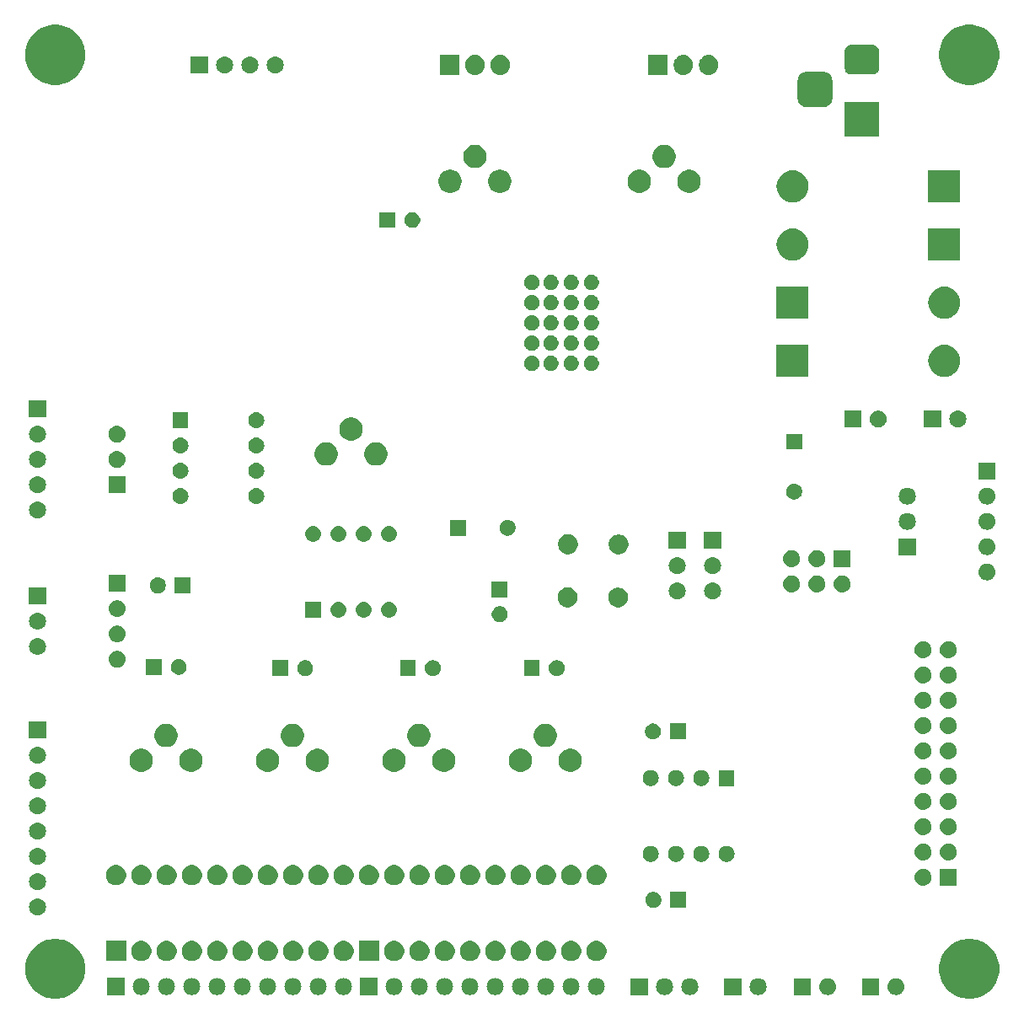
<source format=gbr>
G04 #@! TF.GenerationSoftware,KiCad,Pcbnew,(5.1.2-1)-1*
G04 #@! TF.CreationDate,2019-11-03T18:49:16-05:00*
G04 #@! TF.ProjectId,GR_BreadBoardBuddy,47525f42-7265-4616-9442-6f6172644275,rev?*
G04 #@! TF.SameCoordinates,Original*
G04 #@! TF.FileFunction,Soldermask,Bot*
G04 #@! TF.FilePolarity,Negative*
%FSLAX46Y46*%
G04 Gerber Fmt 4.6, Leading zero omitted, Abs format (unit mm)*
G04 Created by KiCad (PCBNEW (5.1.2-1)-1) date 2019-11-03 18:49:16*
%MOMM*%
%LPD*%
G04 APERTURE LIST*
%ADD10C,0.152400*%
G04 APERTURE END LIST*
D10*
G36*
X184485173Y-137745029D02*
G01*
X184776902Y-137803057D01*
X185326507Y-138030711D01*
X185821139Y-138361213D01*
X186241787Y-138781861D01*
X186572289Y-139276493D01*
X186799943Y-139826098D01*
X186916000Y-140409557D01*
X186916000Y-141004443D01*
X186799943Y-141587902D01*
X186572289Y-142137507D01*
X186241787Y-142632139D01*
X185821139Y-143052787D01*
X185326507Y-143383289D01*
X184776902Y-143610943D01*
X184485172Y-143668972D01*
X184193444Y-143727000D01*
X183598556Y-143727000D01*
X183306828Y-143668972D01*
X183015098Y-143610943D01*
X182465493Y-143383289D01*
X181970861Y-143052787D01*
X181550213Y-142632139D01*
X181219711Y-142137507D01*
X180992057Y-141587902D01*
X180876000Y-141004443D01*
X180876000Y-140409557D01*
X180992057Y-139826098D01*
X181219711Y-139276493D01*
X181550213Y-138781861D01*
X181970861Y-138361213D01*
X182465493Y-138030711D01*
X183015098Y-137803057D01*
X183306827Y-137745029D01*
X183598556Y-137687000D01*
X184193444Y-137687000D01*
X184485173Y-137745029D01*
X184485173Y-137745029D01*
G37*
G36*
X92664173Y-137745029D02*
G01*
X92955902Y-137803057D01*
X93505507Y-138030711D01*
X94000139Y-138361213D01*
X94420787Y-138781861D01*
X94751289Y-139276493D01*
X94978943Y-139826098D01*
X95095000Y-140409557D01*
X95095000Y-141004443D01*
X94978943Y-141587902D01*
X94751289Y-142137507D01*
X94420787Y-142632139D01*
X94000139Y-143052787D01*
X93505507Y-143383289D01*
X92955902Y-143610943D01*
X92664172Y-143668972D01*
X92372444Y-143727000D01*
X91777556Y-143727000D01*
X91485828Y-143668972D01*
X91194098Y-143610943D01*
X90644493Y-143383289D01*
X90149861Y-143052787D01*
X89729213Y-142632139D01*
X89398711Y-142137507D01*
X89171057Y-141587902D01*
X89055000Y-141004443D01*
X89055000Y-140409557D01*
X89171057Y-139826098D01*
X89398711Y-139276493D01*
X89729213Y-138781861D01*
X90149861Y-138361213D01*
X90644493Y-138030711D01*
X91194098Y-137803057D01*
X91485827Y-137745029D01*
X91777556Y-137687000D01*
X92372444Y-137687000D01*
X92664173Y-137745029D01*
X92664173Y-137745029D01*
G37*
G36*
X169838633Y-141656300D02*
G01*
X169966810Y-141695182D01*
X169998855Y-141704903D01*
X170038318Y-141725997D01*
X170146518Y-141783830D01*
X170275948Y-141890052D01*
X170382170Y-142019482D01*
X170440003Y-142127682D01*
X170461097Y-142167145D01*
X170461097Y-142167146D01*
X170509700Y-142327367D01*
X170526112Y-142494000D01*
X170509700Y-142660633D01*
X170470818Y-142788810D01*
X170461097Y-142820855D01*
X170440003Y-142860318D01*
X170382170Y-142968518D01*
X170275948Y-143097948D01*
X170146518Y-143204170D01*
X170038318Y-143262003D01*
X169998855Y-143283097D01*
X169966810Y-143292818D01*
X169838633Y-143331700D01*
X169713753Y-143344000D01*
X169630247Y-143344000D01*
X169505367Y-143331700D01*
X169377190Y-143292818D01*
X169345145Y-143283097D01*
X169305682Y-143262003D01*
X169197482Y-143204170D01*
X169068052Y-143097948D01*
X168961830Y-142968518D01*
X168903997Y-142860318D01*
X168882903Y-142820855D01*
X168873182Y-142788810D01*
X168834300Y-142660633D01*
X168817888Y-142494000D01*
X168834300Y-142327367D01*
X168882903Y-142167146D01*
X168882903Y-142167145D01*
X168903997Y-142127682D01*
X168961830Y-142019482D01*
X169068052Y-141890052D01*
X169197482Y-141783830D01*
X169305681Y-141725997D01*
X169345145Y-141704903D01*
X169377190Y-141695182D01*
X169505367Y-141656300D01*
X169630247Y-141644000D01*
X169713753Y-141644000D01*
X169838633Y-141656300D01*
X169838633Y-141656300D01*
G37*
G36*
X167982000Y-143344000D02*
G01*
X166282000Y-143344000D01*
X166282000Y-141644000D01*
X167982000Y-141644000D01*
X167982000Y-143344000D01*
X167982000Y-143344000D01*
G37*
G36*
X162853633Y-141656300D02*
G01*
X162981810Y-141695182D01*
X163013855Y-141704903D01*
X163053318Y-141725997D01*
X163161518Y-141783830D01*
X163290948Y-141890052D01*
X163397170Y-142019482D01*
X163455003Y-142127682D01*
X163476097Y-142167145D01*
X163476097Y-142167146D01*
X163524700Y-142327367D01*
X163541112Y-142494000D01*
X163524700Y-142660633D01*
X163485818Y-142788810D01*
X163476097Y-142820855D01*
X163455003Y-142860318D01*
X163397170Y-142968518D01*
X163290948Y-143097948D01*
X163161518Y-143204170D01*
X163053318Y-143262003D01*
X163013855Y-143283097D01*
X162981810Y-143292818D01*
X162853633Y-143331700D01*
X162728753Y-143344000D01*
X162645247Y-143344000D01*
X162520367Y-143331700D01*
X162392190Y-143292818D01*
X162360145Y-143283097D01*
X162320682Y-143262003D01*
X162212482Y-143204170D01*
X162083052Y-143097948D01*
X161976830Y-142968518D01*
X161918997Y-142860318D01*
X161897903Y-142820855D01*
X161888182Y-142788810D01*
X161849300Y-142660633D01*
X161832888Y-142494000D01*
X161849300Y-142327367D01*
X161897903Y-142167146D01*
X161897903Y-142167145D01*
X161918997Y-142127682D01*
X161976830Y-142019482D01*
X162083052Y-141890052D01*
X162212482Y-141783830D01*
X162320681Y-141725997D01*
X162360145Y-141704903D01*
X162392190Y-141695182D01*
X162520367Y-141656300D01*
X162645247Y-141644000D01*
X162728753Y-141644000D01*
X162853633Y-141656300D01*
X162853633Y-141656300D01*
G37*
G36*
X160997000Y-143344000D02*
G01*
X159297000Y-143344000D01*
X159297000Y-141644000D01*
X160997000Y-141644000D01*
X160997000Y-143344000D01*
X160997000Y-143344000D01*
G37*
G36*
X155995633Y-141656300D02*
G01*
X156123810Y-141695182D01*
X156155855Y-141704903D01*
X156195318Y-141725997D01*
X156303518Y-141783830D01*
X156432948Y-141890052D01*
X156539170Y-142019482D01*
X156597003Y-142127682D01*
X156618097Y-142167145D01*
X156618097Y-142167146D01*
X156666700Y-142327367D01*
X156683112Y-142494000D01*
X156666700Y-142660633D01*
X156627818Y-142788810D01*
X156618097Y-142820855D01*
X156597003Y-142860318D01*
X156539170Y-142968518D01*
X156432948Y-143097948D01*
X156303518Y-143204170D01*
X156195318Y-143262003D01*
X156155855Y-143283097D01*
X156123810Y-143292818D01*
X155995633Y-143331700D01*
X155870753Y-143344000D01*
X155787247Y-143344000D01*
X155662367Y-143331700D01*
X155534190Y-143292818D01*
X155502145Y-143283097D01*
X155462682Y-143262003D01*
X155354482Y-143204170D01*
X155225052Y-143097948D01*
X155118830Y-142968518D01*
X155060997Y-142860318D01*
X155039903Y-142820855D01*
X155030182Y-142788810D01*
X154991300Y-142660633D01*
X154974888Y-142494000D01*
X154991300Y-142327367D01*
X155039903Y-142167146D01*
X155039903Y-142167145D01*
X155060997Y-142127682D01*
X155118830Y-142019482D01*
X155225052Y-141890052D01*
X155354482Y-141783830D01*
X155462681Y-141725997D01*
X155502145Y-141704903D01*
X155534190Y-141695182D01*
X155662367Y-141656300D01*
X155787247Y-141644000D01*
X155870753Y-141644000D01*
X155995633Y-141656300D01*
X155995633Y-141656300D01*
G37*
G36*
X153455633Y-141656300D02*
G01*
X153583810Y-141695182D01*
X153615855Y-141704903D01*
X153655318Y-141725997D01*
X153763518Y-141783830D01*
X153892948Y-141890052D01*
X153999170Y-142019482D01*
X154057003Y-142127682D01*
X154078097Y-142167145D01*
X154078097Y-142167146D01*
X154126700Y-142327367D01*
X154143112Y-142494000D01*
X154126700Y-142660633D01*
X154087818Y-142788810D01*
X154078097Y-142820855D01*
X154057003Y-142860318D01*
X153999170Y-142968518D01*
X153892948Y-143097948D01*
X153763518Y-143204170D01*
X153655318Y-143262003D01*
X153615855Y-143283097D01*
X153583810Y-143292818D01*
X153455633Y-143331700D01*
X153330753Y-143344000D01*
X153247247Y-143344000D01*
X153122367Y-143331700D01*
X152994190Y-143292818D01*
X152962145Y-143283097D01*
X152922682Y-143262003D01*
X152814482Y-143204170D01*
X152685052Y-143097948D01*
X152578830Y-142968518D01*
X152520997Y-142860318D01*
X152499903Y-142820855D01*
X152490182Y-142788810D01*
X152451300Y-142660633D01*
X152434888Y-142494000D01*
X152451300Y-142327367D01*
X152499903Y-142167146D01*
X152499903Y-142167145D01*
X152520997Y-142127682D01*
X152578830Y-142019482D01*
X152685052Y-141890052D01*
X152814482Y-141783830D01*
X152922681Y-141725997D01*
X152962145Y-141704903D01*
X152994190Y-141695182D01*
X153122367Y-141656300D01*
X153247247Y-141644000D01*
X153330753Y-141644000D01*
X153455633Y-141656300D01*
X153455633Y-141656300D01*
G37*
G36*
X151599000Y-143344000D02*
G01*
X149899000Y-143344000D01*
X149899000Y-141644000D01*
X151599000Y-141644000D01*
X151599000Y-143344000D01*
X151599000Y-143344000D01*
G37*
G36*
X176696633Y-141656300D02*
G01*
X176824810Y-141695182D01*
X176856855Y-141704903D01*
X176896318Y-141725997D01*
X177004518Y-141783830D01*
X177133948Y-141890052D01*
X177240170Y-142019482D01*
X177298003Y-142127682D01*
X177319097Y-142167145D01*
X177319097Y-142167146D01*
X177367700Y-142327367D01*
X177384112Y-142494000D01*
X177367700Y-142660633D01*
X177328818Y-142788810D01*
X177319097Y-142820855D01*
X177298003Y-142860318D01*
X177240170Y-142968518D01*
X177133948Y-143097948D01*
X177004518Y-143204170D01*
X176896318Y-143262003D01*
X176856855Y-143283097D01*
X176824810Y-143292818D01*
X176696633Y-143331700D01*
X176571753Y-143344000D01*
X176488247Y-143344000D01*
X176363367Y-143331700D01*
X176235190Y-143292818D01*
X176203145Y-143283097D01*
X176163682Y-143262003D01*
X176055482Y-143204170D01*
X175926052Y-143097948D01*
X175819830Y-142968518D01*
X175761997Y-142860318D01*
X175740903Y-142820855D01*
X175731182Y-142788810D01*
X175692300Y-142660633D01*
X175675888Y-142494000D01*
X175692300Y-142327367D01*
X175740903Y-142167146D01*
X175740903Y-142167145D01*
X175761997Y-142127682D01*
X175819830Y-142019482D01*
X175926052Y-141890052D01*
X176055482Y-141783830D01*
X176163681Y-141725997D01*
X176203145Y-141704903D01*
X176235190Y-141695182D01*
X176363367Y-141656300D01*
X176488247Y-141644000D01*
X176571753Y-141644000D01*
X176696633Y-141656300D01*
X176696633Y-141656300D01*
G37*
G36*
X174840000Y-143344000D02*
G01*
X173140000Y-143344000D01*
X173140000Y-141644000D01*
X174840000Y-141644000D01*
X174840000Y-143344000D01*
X174840000Y-143344000D01*
G37*
G36*
X118657633Y-141647300D02*
G01*
X118785810Y-141686182D01*
X118817855Y-141695903D01*
X118857319Y-141716997D01*
X118965518Y-141774830D01*
X119094948Y-141881052D01*
X119201170Y-142010482D01*
X119259003Y-142118682D01*
X119280097Y-142158145D01*
X119280097Y-142158146D01*
X119328700Y-142318367D01*
X119345112Y-142485000D01*
X119328700Y-142651633D01*
X119289818Y-142779810D01*
X119280097Y-142811855D01*
X119275286Y-142820855D01*
X119201170Y-142959518D01*
X119094948Y-143088948D01*
X118965518Y-143195170D01*
X118857318Y-143253003D01*
X118817855Y-143274097D01*
X118788185Y-143283097D01*
X118657633Y-143322700D01*
X118532753Y-143335000D01*
X118449247Y-143335000D01*
X118324367Y-143322700D01*
X118193815Y-143283097D01*
X118164145Y-143274097D01*
X118124681Y-143253003D01*
X118016482Y-143195170D01*
X117887052Y-143088948D01*
X117780830Y-142959518D01*
X117706714Y-142820855D01*
X117701903Y-142811855D01*
X117692182Y-142779810D01*
X117653300Y-142651633D01*
X117636888Y-142485000D01*
X117653300Y-142318367D01*
X117701903Y-142158146D01*
X117701903Y-142158145D01*
X117722997Y-142118682D01*
X117780830Y-142010482D01*
X117887052Y-141881052D01*
X118016482Y-141774830D01*
X118124682Y-141716997D01*
X118164145Y-141695903D01*
X118196190Y-141686182D01*
X118324367Y-141647300D01*
X118449247Y-141635000D01*
X118532753Y-141635000D01*
X118657633Y-141647300D01*
X118657633Y-141647300D01*
G37*
G36*
X116117633Y-141647300D02*
G01*
X116245810Y-141686182D01*
X116277855Y-141695903D01*
X116317319Y-141716997D01*
X116425518Y-141774830D01*
X116554948Y-141881052D01*
X116661170Y-142010482D01*
X116719003Y-142118682D01*
X116740097Y-142158145D01*
X116740097Y-142158146D01*
X116788700Y-142318367D01*
X116805112Y-142485000D01*
X116788700Y-142651633D01*
X116749818Y-142779810D01*
X116740097Y-142811855D01*
X116735286Y-142820855D01*
X116661170Y-142959518D01*
X116554948Y-143088948D01*
X116425518Y-143195170D01*
X116317318Y-143253003D01*
X116277855Y-143274097D01*
X116248185Y-143283097D01*
X116117633Y-143322700D01*
X115992753Y-143335000D01*
X115909247Y-143335000D01*
X115784367Y-143322700D01*
X115653815Y-143283097D01*
X115624145Y-143274097D01*
X115584681Y-143253003D01*
X115476482Y-143195170D01*
X115347052Y-143088948D01*
X115240830Y-142959518D01*
X115166714Y-142820855D01*
X115161903Y-142811855D01*
X115152182Y-142779810D01*
X115113300Y-142651633D01*
X115096888Y-142485000D01*
X115113300Y-142318367D01*
X115161903Y-142158146D01*
X115161903Y-142158145D01*
X115182997Y-142118682D01*
X115240830Y-142010482D01*
X115347052Y-141881052D01*
X115476482Y-141774830D01*
X115584682Y-141716997D01*
X115624145Y-141695903D01*
X115656190Y-141686182D01*
X115784367Y-141647300D01*
X115909247Y-141635000D01*
X115992753Y-141635000D01*
X116117633Y-141647300D01*
X116117633Y-141647300D01*
G37*
G36*
X113577633Y-141647300D02*
G01*
X113705810Y-141686182D01*
X113737855Y-141695903D01*
X113777319Y-141716997D01*
X113885518Y-141774830D01*
X114014948Y-141881052D01*
X114121170Y-142010482D01*
X114179003Y-142118682D01*
X114200097Y-142158145D01*
X114200097Y-142158146D01*
X114248700Y-142318367D01*
X114265112Y-142485000D01*
X114248700Y-142651633D01*
X114209818Y-142779810D01*
X114200097Y-142811855D01*
X114195286Y-142820855D01*
X114121170Y-142959518D01*
X114014948Y-143088948D01*
X113885518Y-143195170D01*
X113777318Y-143253003D01*
X113737855Y-143274097D01*
X113708185Y-143283097D01*
X113577633Y-143322700D01*
X113452753Y-143335000D01*
X113369247Y-143335000D01*
X113244367Y-143322700D01*
X113113815Y-143283097D01*
X113084145Y-143274097D01*
X113044681Y-143253003D01*
X112936482Y-143195170D01*
X112807052Y-143088948D01*
X112700830Y-142959518D01*
X112626714Y-142820855D01*
X112621903Y-142811855D01*
X112612182Y-142779810D01*
X112573300Y-142651633D01*
X112556888Y-142485000D01*
X112573300Y-142318367D01*
X112621903Y-142158146D01*
X112621903Y-142158145D01*
X112642997Y-142118682D01*
X112700830Y-142010482D01*
X112807052Y-141881052D01*
X112936482Y-141774830D01*
X113044682Y-141716997D01*
X113084145Y-141695903D01*
X113116190Y-141686182D01*
X113244367Y-141647300D01*
X113369247Y-141635000D01*
X113452753Y-141635000D01*
X113577633Y-141647300D01*
X113577633Y-141647300D01*
G37*
G36*
X111037633Y-141647300D02*
G01*
X111165810Y-141686182D01*
X111197855Y-141695903D01*
X111237319Y-141716997D01*
X111345518Y-141774830D01*
X111474948Y-141881052D01*
X111581170Y-142010482D01*
X111639003Y-142118682D01*
X111660097Y-142158145D01*
X111660097Y-142158146D01*
X111708700Y-142318367D01*
X111725112Y-142485000D01*
X111708700Y-142651633D01*
X111669818Y-142779810D01*
X111660097Y-142811855D01*
X111655286Y-142820855D01*
X111581170Y-142959518D01*
X111474948Y-143088948D01*
X111345518Y-143195170D01*
X111237318Y-143253003D01*
X111197855Y-143274097D01*
X111168185Y-143283097D01*
X111037633Y-143322700D01*
X110912753Y-143335000D01*
X110829247Y-143335000D01*
X110704367Y-143322700D01*
X110573815Y-143283097D01*
X110544145Y-143274097D01*
X110504681Y-143253003D01*
X110396482Y-143195170D01*
X110267052Y-143088948D01*
X110160830Y-142959518D01*
X110086714Y-142820855D01*
X110081903Y-142811855D01*
X110072182Y-142779810D01*
X110033300Y-142651633D01*
X110016888Y-142485000D01*
X110033300Y-142318367D01*
X110081903Y-142158146D01*
X110081903Y-142158145D01*
X110102997Y-142118682D01*
X110160830Y-142010482D01*
X110267052Y-141881052D01*
X110396482Y-141774830D01*
X110504682Y-141716997D01*
X110544145Y-141695903D01*
X110576190Y-141686182D01*
X110704367Y-141647300D01*
X110829247Y-141635000D01*
X110912753Y-141635000D01*
X111037633Y-141647300D01*
X111037633Y-141647300D01*
G37*
G36*
X108497633Y-141647300D02*
G01*
X108625810Y-141686182D01*
X108657855Y-141695903D01*
X108697319Y-141716997D01*
X108805518Y-141774830D01*
X108934948Y-141881052D01*
X109041170Y-142010482D01*
X109099003Y-142118682D01*
X109120097Y-142158145D01*
X109120097Y-142158146D01*
X109168700Y-142318367D01*
X109185112Y-142485000D01*
X109168700Y-142651633D01*
X109129818Y-142779810D01*
X109120097Y-142811855D01*
X109115286Y-142820855D01*
X109041170Y-142959518D01*
X108934948Y-143088948D01*
X108805518Y-143195170D01*
X108697318Y-143253003D01*
X108657855Y-143274097D01*
X108628185Y-143283097D01*
X108497633Y-143322700D01*
X108372753Y-143335000D01*
X108289247Y-143335000D01*
X108164367Y-143322700D01*
X108033815Y-143283097D01*
X108004145Y-143274097D01*
X107964681Y-143253003D01*
X107856482Y-143195170D01*
X107727052Y-143088948D01*
X107620830Y-142959518D01*
X107546714Y-142820855D01*
X107541903Y-142811855D01*
X107532182Y-142779810D01*
X107493300Y-142651633D01*
X107476888Y-142485000D01*
X107493300Y-142318367D01*
X107541903Y-142158146D01*
X107541903Y-142158145D01*
X107562997Y-142118682D01*
X107620830Y-142010482D01*
X107727052Y-141881052D01*
X107856482Y-141774830D01*
X107964682Y-141716997D01*
X108004145Y-141695903D01*
X108036190Y-141686182D01*
X108164367Y-141647300D01*
X108289247Y-141635000D01*
X108372753Y-141635000D01*
X108497633Y-141647300D01*
X108497633Y-141647300D01*
G37*
G36*
X105957633Y-141647300D02*
G01*
X106085810Y-141686182D01*
X106117855Y-141695903D01*
X106157319Y-141716997D01*
X106265518Y-141774830D01*
X106394948Y-141881052D01*
X106501170Y-142010482D01*
X106559003Y-142118682D01*
X106580097Y-142158145D01*
X106580097Y-142158146D01*
X106628700Y-142318367D01*
X106645112Y-142485000D01*
X106628700Y-142651633D01*
X106589818Y-142779810D01*
X106580097Y-142811855D01*
X106575286Y-142820855D01*
X106501170Y-142959518D01*
X106394948Y-143088948D01*
X106265518Y-143195170D01*
X106157318Y-143253003D01*
X106117855Y-143274097D01*
X106088185Y-143283097D01*
X105957633Y-143322700D01*
X105832753Y-143335000D01*
X105749247Y-143335000D01*
X105624367Y-143322700D01*
X105493815Y-143283097D01*
X105464145Y-143274097D01*
X105424681Y-143253003D01*
X105316482Y-143195170D01*
X105187052Y-143088948D01*
X105080830Y-142959518D01*
X105006714Y-142820855D01*
X105001903Y-142811855D01*
X104992182Y-142779810D01*
X104953300Y-142651633D01*
X104936888Y-142485000D01*
X104953300Y-142318367D01*
X105001903Y-142158146D01*
X105001903Y-142158145D01*
X105022997Y-142118682D01*
X105080830Y-142010482D01*
X105187052Y-141881052D01*
X105316482Y-141774830D01*
X105424682Y-141716997D01*
X105464145Y-141695903D01*
X105496190Y-141686182D01*
X105624367Y-141647300D01*
X105749247Y-141635000D01*
X105832753Y-141635000D01*
X105957633Y-141647300D01*
X105957633Y-141647300D01*
G37*
G36*
X103417633Y-141647300D02*
G01*
X103545810Y-141686182D01*
X103577855Y-141695903D01*
X103617319Y-141716997D01*
X103725518Y-141774830D01*
X103854948Y-141881052D01*
X103961170Y-142010482D01*
X104019003Y-142118682D01*
X104040097Y-142158145D01*
X104040097Y-142158146D01*
X104088700Y-142318367D01*
X104105112Y-142485000D01*
X104088700Y-142651633D01*
X104049818Y-142779810D01*
X104040097Y-142811855D01*
X104035286Y-142820855D01*
X103961170Y-142959518D01*
X103854948Y-143088948D01*
X103725518Y-143195170D01*
X103617318Y-143253003D01*
X103577855Y-143274097D01*
X103548185Y-143283097D01*
X103417633Y-143322700D01*
X103292753Y-143335000D01*
X103209247Y-143335000D01*
X103084367Y-143322700D01*
X102953815Y-143283097D01*
X102924145Y-143274097D01*
X102884681Y-143253003D01*
X102776482Y-143195170D01*
X102647052Y-143088948D01*
X102540830Y-142959518D01*
X102466714Y-142820855D01*
X102461903Y-142811855D01*
X102452182Y-142779810D01*
X102413300Y-142651633D01*
X102396888Y-142485000D01*
X102413300Y-142318367D01*
X102461903Y-142158146D01*
X102461903Y-142158145D01*
X102482997Y-142118682D01*
X102540830Y-142010482D01*
X102647052Y-141881052D01*
X102776482Y-141774830D01*
X102884682Y-141716997D01*
X102924145Y-141695903D01*
X102956190Y-141686182D01*
X103084367Y-141647300D01*
X103209247Y-141635000D01*
X103292753Y-141635000D01*
X103417633Y-141647300D01*
X103417633Y-141647300D01*
G37*
G36*
X100877633Y-141647300D02*
G01*
X101005810Y-141686182D01*
X101037855Y-141695903D01*
X101077319Y-141716997D01*
X101185518Y-141774830D01*
X101314948Y-141881052D01*
X101421170Y-142010482D01*
X101479003Y-142118682D01*
X101500097Y-142158145D01*
X101500097Y-142158146D01*
X101548700Y-142318367D01*
X101565112Y-142485000D01*
X101548700Y-142651633D01*
X101509818Y-142779810D01*
X101500097Y-142811855D01*
X101495286Y-142820855D01*
X101421170Y-142959518D01*
X101314948Y-143088948D01*
X101185518Y-143195170D01*
X101077318Y-143253003D01*
X101037855Y-143274097D01*
X101008185Y-143283097D01*
X100877633Y-143322700D01*
X100752753Y-143335000D01*
X100669247Y-143335000D01*
X100544367Y-143322700D01*
X100413815Y-143283097D01*
X100384145Y-143274097D01*
X100344681Y-143253003D01*
X100236482Y-143195170D01*
X100107052Y-143088948D01*
X100000830Y-142959518D01*
X99926714Y-142820855D01*
X99921903Y-142811855D01*
X99912182Y-142779810D01*
X99873300Y-142651633D01*
X99856888Y-142485000D01*
X99873300Y-142318367D01*
X99921903Y-142158146D01*
X99921903Y-142158145D01*
X99942997Y-142118682D01*
X100000830Y-142010482D01*
X100107052Y-141881052D01*
X100236482Y-141774830D01*
X100344682Y-141716997D01*
X100384145Y-141695903D01*
X100416190Y-141686182D01*
X100544367Y-141647300D01*
X100669247Y-141635000D01*
X100752753Y-141635000D01*
X100877633Y-141647300D01*
X100877633Y-141647300D01*
G37*
G36*
X99021000Y-143335000D02*
G01*
X97321000Y-143335000D01*
X97321000Y-141635000D01*
X99021000Y-141635000D01*
X99021000Y-143335000D01*
X99021000Y-143335000D01*
G37*
G36*
X121197633Y-141647300D02*
G01*
X121325810Y-141686182D01*
X121357855Y-141695903D01*
X121397319Y-141716997D01*
X121505518Y-141774830D01*
X121634948Y-141881052D01*
X121741170Y-142010482D01*
X121799003Y-142118682D01*
X121820097Y-142158145D01*
X121820097Y-142158146D01*
X121868700Y-142318367D01*
X121885112Y-142485000D01*
X121868700Y-142651633D01*
X121829818Y-142779810D01*
X121820097Y-142811855D01*
X121815286Y-142820855D01*
X121741170Y-142959518D01*
X121634948Y-143088948D01*
X121505518Y-143195170D01*
X121397318Y-143253003D01*
X121357855Y-143274097D01*
X121328185Y-143283097D01*
X121197633Y-143322700D01*
X121072753Y-143335000D01*
X120989247Y-143335000D01*
X120864367Y-143322700D01*
X120733815Y-143283097D01*
X120704145Y-143274097D01*
X120664681Y-143253003D01*
X120556482Y-143195170D01*
X120427052Y-143088948D01*
X120320830Y-142959518D01*
X120246714Y-142820855D01*
X120241903Y-142811855D01*
X120232182Y-142779810D01*
X120193300Y-142651633D01*
X120176888Y-142485000D01*
X120193300Y-142318367D01*
X120241903Y-142158146D01*
X120241903Y-142158145D01*
X120262997Y-142118682D01*
X120320830Y-142010482D01*
X120427052Y-141881052D01*
X120556482Y-141774830D01*
X120664682Y-141716997D01*
X120704145Y-141695903D01*
X120736190Y-141686182D01*
X120864367Y-141647300D01*
X120989247Y-141635000D01*
X121072753Y-141635000D01*
X121197633Y-141647300D01*
X121197633Y-141647300D01*
G37*
G36*
X124421000Y-143335000D02*
G01*
X122721000Y-143335000D01*
X122721000Y-141635000D01*
X124421000Y-141635000D01*
X124421000Y-143335000D01*
X124421000Y-143335000D01*
G37*
G36*
X126277633Y-141647300D02*
G01*
X126405810Y-141686182D01*
X126437855Y-141695903D01*
X126477319Y-141716997D01*
X126585518Y-141774830D01*
X126714948Y-141881052D01*
X126821170Y-142010482D01*
X126879003Y-142118682D01*
X126900097Y-142158145D01*
X126900097Y-142158146D01*
X126948700Y-142318367D01*
X126965112Y-142485000D01*
X126948700Y-142651633D01*
X126909818Y-142779810D01*
X126900097Y-142811855D01*
X126895286Y-142820855D01*
X126821170Y-142959518D01*
X126714948Y-143088948D01*
X126585518Y-143195170D01*
X126477318Y-143253003D01*
X126437855Y-143274097D01*
X126408185Y-143283097D01*
X126277633Y-143322700D01*
X126152753Y-143335000D01*
X126069247Y-143335000D01*
X125944367Y-143322700D01*
X125813815Y-143283097D01*
X125784145Y-143274097D01*
X125744681Y-143253003D01*
X125636482Y-143195170D01*
X125507052Y-143088948D01*
X125400830Y-142959518D01*
X125326714Y-142820855D01*
X125321903Y-142811855D01*
X125312182Y-142779810D01*
X125273300Y-142651633D01*
X125256888Y-142485000D01*
X125273300Y-142318367D01*
X125321903Y-142158146D01*
X125321903Y-142158145D01*
X125342997Y-142118682D01*
X125400830Y-142010482D01*
X125507052Y-141881052D01*
X125636482Y-141774830D01*
X125744682Y-141716997D01*
X125784145Y-141695903D01*
X125816190Y-141686182D01*
X125944367Y-141647300D01*
X126069247Y-141635000D01*
X126152753Y-141635000D01*
X126277633Y-141647300D01*
X126277633Y-141647300D01*
G37*
G36*
X128817633Y-141647300D02*
G01*
X128945810Y-141686182D01*
X128977855Y-141695903D01*
X129017319Y-141716997D01*
X129125518Y-141774830D01*
X129254948Y-141881052D01*
X129361170Y-142010482D01*
X129419003Y-142118682D01*
X129440097Y-142158145D01*
X129440097Y-142158146D01*
X129488700Y-142318367D01*
X129505112Y-142485000D01*
X129488700Y-142651633D01*
X129449818Y-142779810D01*
X129440097Y-142811855D01*
X129435286Y-142820855D01*
X129361170Y-142959518D01*
X129254948Y-143088948D01*
X129125518Y-143195170D01*
X129017318Y-143253003D01*
X128977855Y-143274097D01*
X128948185Y-143283097D01*
X128817633Y-143322700D01*
X128692753Y-143335000D01*
X128609247Y-143335000D01*
X128484367Y-143322700D01*
X128353815Y-143283097D01*
X128324145Y-143274097D01*
X128284681Y-143253003D01*
X128176482Y-143195170D01*
X128047052Y-143088948D01*
X127940830Y-142959518D01*
X127866714Y-142820855D01*
X127861903Y-142811855D01*
X127852182Y-142779810D01*
X127813300Y-142651633D01*
X127796888Y-142485000D01*
X127813300Y-142318367D01*
X127861903Y-142158146D01*
X127861903Y-142158145D01*
X127882997Y-142118682D01*
X127940830Y-142010482D01*
X128047052Y-141881052D01*
X128176482Y-141774830D01*
X128284682Y-141716997D01*
X128324145Y-141695903D01*
X128356190Y-141686182D01*
X128484367Y-141647300D01*
X128609247Y-141635000D01*
X128692753Y-141635000D01*
X128817633Y-141647300D01*
X128817633Y-141647300D01*
G37*
G36*
X131357633Y-141647300D02*
G01*
X131485810Y-141686182D01*
X131517855Y-141695903D01*
X131557319Y-141716997D01*
X131665518Y-141774830D01*
X131794948Y-141881052D01*
X131901170Y-142010482D01*
X131959003Y-142118682D01*
X131980097Y-142158145D01*
X131980097Y-142158146D01*
X132028700Y-142318367D01*
X132045112Y-142485000D01*
X132028700Y-142651633D01*
X131989818Y-142779810D01*
X131980097Y-142811855D01*
X131975286Y-142820855D01*
X131901170Y-142959518D01*
X131794948Y-143088948D01*
X131665518Y-143195170D01*
X131557318Y-143253003D01*
X131517855Y-143274097D01*
X131488185Y-143283097D01*
X131357633Y-143322700D01*
X131232753Y-143335000D01*
X131149247Y-143335000D01*
X131024367Y-143322700D01*
X130893815Y-143283097D01*
X130864145Y-143274097D01*
X130824681Y-143253003D01*
X130716482Y-143195170D01*
X130587052Y-143088948D01*
X130480830Y-142959518D01*
X130406714Y-142820855D01*
X130401903Y-142811855D01*
X130392182Y-142779810D01*
X130353300Y-142651633D01*
X130336888Y-142485000D01*
X130353300Y-142318367D01*
X130401903Y-142158146D01*
X130401903Y-142158145D01*
X130422997Y-142118682D01*
X130480830Y-142010482D01*
X130587052Y-141881052D01*
X130716482Y-141774830D01*
X130824682Y-141716997D01*
X130864145Y-141695903D01*
X130896190Y-141686182D01*
X131024367Y-141647300D01*
X131149247Y-141635000D01*
X131232753Y-141635000D01*
X131357633Y-141647300D01*
X131357633Y-141647300D01*
G37*
G36*
X133897633Y-141647300D02*
G01*
X134025810Y-141686182D01*
X134057855Y-141695903D01*
X134097319Y-141716997D01*
X134205518Y-141774830D01*
X134334948Y-141881052D01*
X134441170Y-142010482D01*
X134499003Y-142118682D01*
X134520097Y-142158145D01*
X134520097Y-142158146D01*
X134568700Y-142318367D01*
X134585112Y-142485000D01*
X134568700Y-142651633D01*
X134529818Y-142779810D01*
X134520097Y-142811855D01*
X134515286Y-142820855D01*
X134441170Y-142959518D01*
X134334948Y-143088948D01*
X134205518Y-143195170D01*
X134097318Y-143253003D01*
X134057855Y-143274097D01*
X134028185Y-143283097D01*
X133897633Y-143322700D01*
X133772753Y-143335000D01*
X133689247Y-143335000D01*
X133564367Y-143322700D01*
X133433815Y-143283097D01*
X133404145Y-143274097D01*
X133364681Y-143253003D01*
X133256482Y-143195170D01*
X133127052Y-143088948D01*
X133020830Y-142959518D01*
X132946714Y-142820855D01*
X132941903Y-142811855D01*
X132932182Y-142779810D01*
X132893300Y-142651633D01*
X132876888Y-142485000D01*
X132893300Y-142318367D01*
X132941903Y-142158146D01*
X132941903Y-142158145D01*
X132962997Y-142118682D01*
X133020830Y-142010482D01*
X133127052Y-141881052D01*
X133256482Y-141774830D01*
X133364682Y-141716997D01*
X133404145Y-141695903D01*
X133436190Y-141686182D01*
X133564367Y-141647300D01*
X133689247Y-141635000D01*
X133772753Y-141635000D01*
X133897633Y-141647300D01*
X133897633Y-141647300D01*
G37*
G36*
X136437633Y-141647300D02*
G01*
X136565810Y-141686182D01*
X136597855Y-141695903D01*
X136637319Y-141716997D01*
X136745518Y-141774830D01*
X136874948Y-141881052D01*
X136981170Y-142010482D01*
X137039003Y-142118682D01*
X137060097Y-142158145D01*
X137060097Y-142158146D01*
X137108700Y-142318367D01*
X137125112Y-142485000D01*
X137108700Y-142651633D01*
X137069818Y-142779810D01*
X137060097Y-142811855D01*
X137055286Y-142820855D01*
X136981170Y-142959518D01*
X136874948Y-143088948D01*
X136745518Y-143195170D01*
X136637318Y-143253003D01*
X136597855Y-143274097D01*
X136568185Y-143283097D01*
X136437633Y-143322700D01*
X136312753Y-143335000D01*
X136229247Y-143335000D01*
X136104367Y-143322700D01*
X135973815Y-143283097D01*
X135944145Y-143274097D01*
X135904681Y-143253003D01*
X135796482Y-143195170D01*
X135667052Y-143088948D01*
X135560830Y-142959518D01*
X135486714Y-142820855D01*
X135481903Y-142811855D01*
X135472182Y-142779810D01*
X135433300Y-142651633D01*
X135416888Y-142485000D01*
X135433300Y-142318367D01*
X135481903Y-142158146D01*
X135481903Y-142158145D01*
X135502997Y-142118682D01*
X135560830Y-142010482D01*
X135667052Y-141881052D01*
X135796482Y-141774830D01*
X135904682Y-141716997D01*
X135944145Y-141695903D01*
X135976190Y-141686182D01*
X136104367Y-141647300D01*
X136229247Y-141635000D01*
X136312753Y-141635000D01*
X136437633Y-141647300D01*
X136437633Y-141647300D01*
G37*
G36*
X138977633Y-141647300D02*
G01*
X139105810Y-141686182D01*
X139137855Y-141695903D01*
X139177319Y-141716997D01*
X139285518Y-141774830D01*
X139414948Y-141881052D01*
X139521170Y-142010482D01*
X139579003Y-142118682D01*
X139600097Y-142158145D01*
X139600097Y-142158146D01*
X139648700Y-142318367D01*
X139665112Y-142485000D01*
X139648700Y-142651633D01*
X139609818Y-142779810D01*
X139600097Y-142811855D01*
X139595286Y-142820855D01*
X139521170Y-142959518D01*
X139414948Y-143088948D01*
X139285518Y-143195170D01*
X139177318Y-143253003D01*
X139137855Y-143274097D01*
X139108185Y-143283097D01*
X138977633Y-143322700D01*
X138852753Y-143335000D01*
X138769247Y-143335000D01*
X138644367Y-143322700D01*
X138513815Y-143283097D01*
X138484145Y-143274097D01*
X138444681Y-143253003D01*
X138336482Y-143195170D01*
X138207052Y-143088948D01*
X138100830Y-142959518D01*
X138026714Y-142820855D01*
X138021903Y-142811855D01*
X138012182Y-142779810D01*
X137973300Y-142651633D01*
X137956888Y-142485000D01*
X137973300Y-142318367D01*
X138021903Y-142158146D01*
X138021903Y-142158145D01*
X138042997Y-142118682D01*
X138100830Y-142010482D01*
X138207052Y-141881052D01*
X138336482Y-141774830D01*
X138444682Y-141716997D01*
X138484145Y-141695903D01*
X138516190Y-141686182D01*
X138644367Y-141647300D01*
X138769247Y-141635000D01*
X138852753Y-141635000D01*
X138977633Y-141647300D01*
X138977633Y-141647300D01*
G37*
G36*
X141517633Y-141647300D02*
G01*
X141645810Y-141686182D01*
X141677855Y-141695903D01*
X141717319Y-141716997D01*
X141825518Y-141774830D01*
X141954948Y-141881052D01*
X142061170Y-142010482D01*
X142119003Y-142118682D01*
X142140097Y-142158145D01*
X142140097Y-142158146D01*
X142188700Y-142318367D01*
X142205112Y-142485000D01*
X142188700Y-142651633D01*
X142149818Y-142779810D01*
X142140097Y-142811855D01*
X142135286Y-142820855D01*
X142061170Y-142959518D01*
X141954948Y-143088948D01*
X141825518Y-143195170D01*
X141717318Y-143253003D01*
X141677855Y-143274097D01*
X141648185Y-143283097D01*
X141517633Y-143322700D01*
X141392753Y-143335000D01*
X141309247Y-143335000D01*
X141184367Y-143322700D01*
X141053815Y-143283097D01*
X141024145Y-143274097D01*
X140984681Y-143253003D01*
X140876482Y-143195170D01*
X140747052Y-143088948D01*
X140640830Y-142959518D01*
X140566714Y-142820855D01*
X140561903Y-142811855D01*
X140552182Y-142779810D01*
X140513300Y-142651633D01*
X140496888Y-142485000D01*
X140513300Y-142318367D01*
X140561903Y-142158146D01*
X140561903Y-142158145D01*
X140582997Y-142118682D01*
X140640830Y-142010482D01*
X140747052Y-141881052D01*
X140876482Y-141774830D01*
X140984682Y-141716997D01*
X141024145Y-141695903D01*
X141056190Y-141686182D01*
X141184367Y-141647300D01*
X141309247Y-141635000D01*
X141392753Y-141635000D01*
X141517633Y-141647300D01*
X141517633Y-141647300D01*
G37*
G36*
X144057633Y-141647300D02*
G01*
X144185810Y-141686182D01*
X144217855Y-141695903D01*
X144257319Y-141716997D01*
X144365518Y-141774830D01*
X144494948Y-141881052D01*
X144601170Y-142010482D01*
X144659003Y-142118682D01*
X144680097Y-142158145D01*
X144680097Y-142158146D01*
X144728700Y-142318367D01*
X144745112Y-142485000D01*
X144728700Y-142651633D01*
X144689818Y-142779810D01*
X144680097Y-142811855D01*
X144675286Y-142820855D01*
X144601170Y-142959518D01*
X144494948Y-143088948D01*
X144365518Y-143195170D01*
X144257318Y-143253003D01*
X144217855Y-143274097D01*
X144188185Y-143283097D01*
X144057633Y-143322700D01*
X143932753Y-143335000D01*
X143849247Y-143335000D01*
X143724367Y-143322700D01*
X143593815Y-143283097D01*
X143564145Y-143274097D01*
X143524681Y-143253003D01*
X143416482Y-143195170D01*
X143287052Y-143088948D01*
X143180830Y-142959518D01*
X143106714Y-142820855D01*
X143101903Y-142811855D01*
X143092182Y-142779810D01*
X143053300Y-142651633D01*
X143036888Y-142485000D01*
X143053300Y-142318367D01*
X143101903Y-142158146D01*
X143101903Y-142158145D01*
X143122997Y-142118682D01*
X143180830Y-142010482D01*
X143287052Y-141881052D01*
X143416482Y-141774830D01*
X143524682Y-141716997D01*
X143564145Y-141695903D01*
X143596190Y-141686182D01*
X143724367Y-141647300D01*
X143849247Y-141635000D01*
X143932753Y-141635000D01*
X144057633Y-141647300D01*
X144057633Y-141647300D01*
G37*
G36*
X146597633Y-141647300D02*
G01*
X146725810Y-141686182D01*
X146757855Y-141695903D01*
X146797319Y-141716997D01*
X146905518Y-141774830D01*
X147034948Y-141881052D01*
X147141170Y-142010482D01*
X147199003Y-142118682D01*
X147220097Y-142158145D01*
X147220097Y-142158146D01*
X147268700Y-142318367D01*
X147285112Y-142485000D01*
X147268700Y-142651633D01*
X147229818Y-142779810D01*
X147220097Y-142811855D01*
X147215286Y-142820855D01*
X147141170Y-142959518D01*
X147034948Y-143088948D01*
X146905518Y-143195170D01*
X146797318Y-143253003D01*
X146757855Y-143274097D01*
X146728185Y-143283097D01*
X146597633Y-143322700D01*
X146472753Y-143335000D01*
X146389247Y-143335000D01*
X146264367Y-143322700D01*
X146133815Y-143283097D01*
X146104145Y-143274097D01*
X146064681Y-143253003D01*
X145956482Y-143195170D01*
X145827052Y-143088948D01*
X145720830Y-142959518D01*
X145646714Y-142820855D01*
X145641903Y-142811855D01*
X145632182Y-142779810D01*
X145593300Y-142651633D01*
X145576888Y-142485000D01*
X145593300Y-142318367D01*
X145641903Y-142158146D01*
X145641903Y-142158145D01*
X145662997Y-142118682D01*
X145720830Y-142010482D01*
X145827052Y-141881052D01*
X145956482Y-141774830D01*
X146064682Y-141716997D01*
X146104145Y-141695903D01*
X146136190Y-141686182D01*
X146264367Y-141647300D01*
X146389247Y-141635000D01*
X146472753Y-141635000D01*
X146597633Y-141647300D01*
X146597633Y-141647300D01*
G37*
G36*
X116247356Y-137952044D02*
G01*
X116432256Y-138028632D01*
X116598662Y-138139821D01*
X116740179Y-138281338D01*
X116851368Y-138447744D01*
X116927956Y-138632644D01*
X116967000Y-138828933D01*
X116967000Y-139029067D01*
X116927956Y-139225356D01*
X116851368Y-139410256D01*
X116740179Y-139576662D01*
X116598662Y-139718179D01*
X116432256Y-139829368D01*
X116247356Y-139905956D01*
X116051067Y-139945000D01*
X115850933Y-139945000D01*
X115654644Y-139905956D01*
X115469744Y-139829368D01*
X115303338Y-139718179D01*
X115161821Y-139576662D01*
X115050632Y-139410256D01*
X114974044Y-139225356D01*
X114935000Y-139029067D01*
X114935000Y-138828933D01*
X114974044Y-138632644D01*
X115050632Y-138447744D01*
X115161821Y-138281338D01*
X115303338Y-138139821D01*
X115469744Y-138028632D01*
X115654644Y-137952044D01*
X115850933Y-137913000D01*
X116051067Y-137913000D01*
X116247356Y-137952044D01*
X116247356Y-137952044D01*
G37*
G36*
X128947356Y-137952044D02*
G01*
X129132256Y-138028632D01*
X129298662Y-138139821D01*
X129440179Y-138281338D01*
X129551368Y-138447744D01*
X129627956Y-138632644D01*
X129667000Y-138828933D01*
X129667000Y-139029067D01*
X129627956Y-139225356D01*
X129551368Y-139410256D01*
X129440179Y-139576662D01*
X129298662Y-139718179D01*
X129132256Y-139829368D01*
X128947356Y-139905956D01*
X128751067Y-139945000D01*
X128550933Y-139945000D01*
X128354644Y-139905956D01*
X128169744Y-139829368D01*
X128003338Y-139718179D01*
X127861821Y-139576662D01*
X127750632Y-139410256D01*
X127674044Y-139225356D01*
X127635000Y-139029067D01*
X127635000Y-138828933D01*
X127674044Y-138632644D01*
X127750632Y-138447744D01*
X127861821Y-138281338D01*
X128003338Y-138139821D01*
X128169744Y-138028632D01*
X128354644Y-137952044D01*
X128550933Y-137913000D01*
X128751067Y-137913000D01*
X128947356Y-137952044D01*
X128947356Y-137952044D01*
G37*
G36*
X141647356Y-137952044D02*
G01*
X141832256Y-138028632D01*
X141998662Y-138139821D01*
X142140179Y-138281338D01*
X142251368Y-138447744D01*
X142327956Y-138632644D01*
X142367000Y-138828933D01*
X142367000Y-139029067D01*
X142327956Y-139225356D01*
X142251368Y-139410256D01*
X142140179Y-139576662D01*
X141998662Y-139718179D01*
X141832256Y-139829368D01*
X141647356Y-139905956D01*
X141451067Y-139945000D01*
X141250933Y-139945000D01*
X141054644Y-139905956D01*
X140869744Y-139829368D01*
X140703338Y-139718179D01*
X140561821Y-139576662D01*
X140450632Y-139410256D01*
X140374044Y-139225356D01*
X140335000Y-139029067D01*
X140335000Y-138828933D01*
X140374044Y-138632644D01*
X140450632Y-138447744D01*
X140561821Y-138281338D01*
X140703338Y-138139821D01*
X140869744Y-138028632D01*
X141054644Y-137952044D01*
X141250933Y-137913000D01*
X141451067Y-137913000D01*
X141647356Y-137952044D01*
X141647356Y-137952044D01*
G37*
G36*
X139107356Y-137952044D02*
G01*
X139292256Y-138028632D01*
X139458662Y-138139821D01*
X139600179Y-138281338D01*
X139711368Y-138447744D01*
X139787956Y-138632644D01*
X139827000Y-138828933D01*
X139827000Y-139029067D01*
X139787956Y-139225356D01*
X139711368Y-139410256D01*
X139600179Y-139576662D01*
X139458662Y-139718179D01*
X139292256Y-139829368D01*
X139107356Y-139905956D01*
X138911067Y-139945000D01*
X138710933Y-139945000D01*
X138514644Y-139905956D01*
X138329744Y-139829368D01*
X138163338Y-139718179D01*
X138021821Y-139576662D01*
X137910632Y-139410256D01*
X137834044Y-139225356D01*
X137795000Y-139029067D01*
X137795000Y-138828933D01*
X137834044Y-138632644D01*
X137910632Y-138447744D01*
X138021821Y-138281338D01*
X138163338Y-138139821D01*
X138329744Y-138028632D01*
X138514644Y-137952044D01*
X138710933Y-137913000D01*
X138911067Y-137913000D01*
X139107356Y-137952044D01*
X139107356Y-137952044D01*
G37*
G36*
X101007356Y-137952044D02*
G01*
X101192256Y-138028632D01*
X101358662Y-138139821D01*
X101500179Y-138281338D01*
X101611368Y-138447744D01*
X101687956Y-138632644D01*
X101727000Y-138828933D01*
X101727000Y-139029067D01*
X101687956Y-139225356D01*
X101611368Y-139410256D01*
X101500179Y-139576662D01*
X101358662Y-139718179D01*
X101192256Y-139829368D01*
X101007356Y-139905956D01*
X100811067Y-139945000D01*
X100610933Y-139945000D01*
X100414644Y-139905956D01*
X100229744Y-139829368D01*
X100063338Y-139718179D01*
X99921821Y-139576662D01*
X99810632Y-139410256D01*
X99734044Y-139225356D01*
X99695000Y-139029067D01*
X99695000Y-138828933D01*
X99734044Y-138632644D01*
X99810632Y-138447744D01*
X99921821Y-138281338D01*
X100063338Y-138139821D01*
X100229744Y-138028632D01*
X100414644Y-137952044D01*
X100610933Y-137913000D01*
X100811067Y-137913000D01*
X101007356Y-137952044D01*
X101007356Y-137952044D01*
G37*
G36*
X103547356Y-137952044D02*
G01*
X103732256Y-138028632D01*
X103898662Y-138139821D01*
X104040179Y-138281338D01*
X104151368Y-138447744D01*
X104227956Y-138632644D01*
X104267000Y-138828933D01*
X104267000Y-139029067D01*
X104227956Y-139225356D01*
X104151368Y-139410256D01*
X104040179Y-139576662D01*
X103898662Y-139718179D01*
X103732256Y-139829368D01*
X103547356Y-139905956D01*
X103351067Y-139945000D01*
X103150933Y-139945000D01*
X102954644Y-139905956D01*
X102769744Y-139829368D01*
X102603338Y-139718179D01*
X102461821Y-139576662D01*
X102350632Y-139410256D01*
X102274044Y-139225356D01*
X102235000Y-139029067D01*
X102235000Y-138828933D01*
X102274044Y-138632644D01*
X102350632Y-138447744D01*
X102461821Y-138281338D01*
X102603338Y-138139821D01*
X102769744Y-138028632D01*
X102954644Y-137952044D01*
X103150933Y-137913000D01*
X103351067Y-137913000D01*
X103547356Y-137952044D01*
X103547356Y-137952044D01*
G37*
G36*
X106087356Y-137952044D02*
G01*
X106272256Y-138028632D01*
X106438662Y-138139821D01*
X106580179Y-138281338D01*
X106691368Y-138447744D01*
X106767956Y-138632644D01*
X106807000Y-138828933D01*
X106807000Y-139029067D01*
X106767956Y-139225356D01*
X106691368Y-139410256D01*
X106580179Y-139576662D01*
X106438662Y-139718179D01*
X106272256Y-139829368D01*
X106087356Y-139905956D01*
X105891067Y-139945000D01*
X105690933Y-139945000D01*
X105494644Y-139905956D01*
X105309744Y-139829368D01*
X105143338Y-139718179D01*
X105001821Y-139576662D01*
X104890632Y-139410256D01*
X104814044Y-139225356D01*
X104775000Y-139029067D01*
X104775000Y-138828933D01*
X104814044Y-138632644D01*
X104890632Y-138447744D01*
X105001821Y-138281338D01*
X105143338Y-138139821D01*
X105309744Y-138028632D01*
X105494644Y-137952044D01*
X105690933Y-137913000D01*
X105891067Y-137913000D01*
X106087356Y-137952044D01*
X106087356Y-137952044D01*
G37*
G36*
X146727356Y-137952044D02*
G01*
X146912256Y-138028632D01*
X147078662Y-138139821D01*
X147220179Y-138281338D01*
X147331368Y-138447744D01*
X147407956Y-138632644D01*
X147447000Y-138828933D01*
X147447000Y-139029067D01*
X147407956Y-139225356D01*
X147331368Y-139410256D01*
X147220179Y-139576662D01*
X147078662Y-139718179D01*
X146912256Y-139829368D01*
X146727356Y-139905956D01*
X146531067Y-139945000D01*
X146330933Y-139945000D01*
X146134644Y-139905956D01*
X145949744Y-139829368D01*
X145783338Y-139718179D01*
X145641821Y-139576662D01*
X145530632Y-139410256D01*
X145454044Y-139225356D01*
X145415000Y-139029067D01*
X145415000Y-138828933D01*
X145454044Y-138632644D01*
X145530632Y-138447744D01*
X145641821Y-138281338D01*
X145783338Y-138139821D01*
X145949744Y-138028632D01*
X146134644Y-137952044D01*
X146330933Y-137913000D01*
X146531067Y-137913000D01*
X146727356Y-137952044D01*
X146727356Y-137952044D01*
G37*
G36*
X144187356Y-137952044D02*
G01*
X144372256Y-138028632D01*
X144538662Y-138139821D01*
X144680179Y-138281338D01*
X144791368Y-138447744D01*
X144867956Y-138632644D01*
X144907000Y-138828933D01*
X144907000Y-139029067D01*
X144867956Y-139225356D01*
X144791368Y-139410256D01*
X144680179Y-139576662D01*
X144538662Y-139718179D01*
X144372256Y-139829368D01*
X144187356Y-139905956D01*
X143991067Y-139945000D01*
X143790933Y-139945000D01*
X143594644Y-139905956D01*
X143409744Y-139829368D01*
X143243338Y-139718179D01*
X143101821Y-139576662D01*
X142990632Y-139410256D01*
X142914044Y-139225356D01*
X142875000Y-139029067D01*
X142875000Y-138828933D01*
X142914044Y-138632644D01*
X142990632Y-138447744D01*
X143101821Y-138281338D01*
X143243338Y-138139821D01*
X143409744Y-138028632D01*
X143594644Y-137952044D01*
X143790933Y-137913000D01*
X143991067Y-137913000D01*
X144187356Y-137952044D01*
X144187356Y-137952044D01*
G37*
G36*
X136567356Y-137952044D02*
G01*
X136752256Y-138028632D01*
X136918662Y-138139821D01*
X137060179Y-138281338D01*
X137171368Y-138447744D01*
X137247956Y-138632644D01*
X137287000Y-138828933D01*
X137287000Y-139029067D01*
X137247956Y-139225356D01*
X137171368Y-139410256D01*
X137060179Y-139576662D01*
X136918662Y-139718179D01*
X136752256Y-139829368D01*
X136567356Y-139905956D01*
X136371067Y-139945000D01*
X136170933Y-139945000D01*
X135974644Y-139905956D01*
X135789744Y-139829368D01*
X135623338Y-139718179D01*
X135481821Y-139576662D01*
X135370632Y-139410256D01*
X135294044Y-139225356D01*
X135255000Y-139029067D01*
X135255000Y-138828933D01*
X135294044Y-138632644D01*
X135370632Y-138447744D01*
X135481821Y-138281338D01*
X135623338Y-138139821D01*
X135789744Y-138028632D01*
X135974644Y-137952044D01*
X136170933Y-137913000D01*
X136371067Y-137913000D01*
X136567356Y-137952044D01*
X136567356Y-137952044D01*
G37*
G36*
X99187000Y-139945000D02*
G01*
X97155000Y-139945000D01*
X97155000Y-137913000D01*
X99187000Y-137913000D01*
X99187000Y-139945000D01*
X99187000Y-139945000D01*
G37*
G36*
X134027356Y-137952044D02*
G01*
X134212256Y-138028632D01*
X134378662Y-138139821D01*
X134520179Y-138281338D01*
X134631368Y-138447744D01*
X134707956Y-138632644D01*
X134747000Y-138828933D01*
X134747000Y-139029067D01*
X134707956Y-139225356D01*
X134631368Y-139410256D01*
X134520179Y-139576662D01*
X134378662Y-139718179D01*
X134212256Y-139829368D01*
X134027356Y-139905956D01*
X133831067Y-139945000D01*
X133630933Y-139945000D01*
X133434644Y-139905956D01*
X133249744Y-139829368D01*
X133083338Y-139718179D01*
X132941821Y-139576662D01*
X132830632Y-139410256D01*
X132754044Y-139225356D01*
X132715000Y-139029067D01*
X132715000Y-138828933D01*
X132754044Y-138632644D01*
X132830632Y-138447744D01*
X132941821Y-138281338D01*
X133083338Y-138139821D01*
X133249744Y-138028632D01*
X133434644Y-137952044D01*
X133630933Y-137913000D01*
X133831067Y-137913000D01*
X134027356Y-137952044D01*
X134027356Y-137952044D01*
G37*
G36*
X131487356Y-137952044D02*
G01*
X131672256Y-138028632D01*
X131838662Y-138139821D01*
X131980179Y-138281338D01*
X132091368Y-138447744D01*
X132167956Y-138632644D01*
X132207000Y-138828933D01*
X132207000Y-139029067D01*
X132167956Y-139225356D01*
X132091368Y-139410256D01*
X131980179Y-139576662D01*
X131838662Y-139718179D01*
X131672256Y-139829368D01*
X131487356Y-139905956D01*
X131291067Y-139945000D01*
X131090933Y-139945000D01*
X130894644Y-139905956D01*
X130709744Y-139829368D01*
X130543338Y-139718179D01*
X130401821Y-139576662D01*
X130290632Y-139410256D01*
X130214044Y-139225356D01*
X130175000Y-139029067D01*
X130175000Y-138828933D01*
X130214044Y-138632644D01*
X130290632Y-138447744D01*
X130401821Y-138281338D01*
X130543338Y-138139821D01*
X130709744Y-138028632D01*
X130894644Y-137952044D01*
X131090933Y-137913000D01*
X131291067Y-137913000D01*
X131487356Y-137952044D01*
X131487356Y-137952044D01*
G37*
G36*
X126407356Y-137952044D02*
G01*
X126592256Y-138028632D01*
X126758662Y-138139821D01*
X126900179Y-138281338D01*
X127011368Y-138447744D01*
X127087956Y-138632644D01*
X127127000Y-138828933D01*
X127127000Y-139029067D01*
X127087956Y-139225356D01*
X127011368Y-139410256D01*
X126900179Y-139576662D01*
X126758662Y-139718179D01*
X126592256Y-139829368D01*
X126407356Y-139905956D01*
X126211067Y-139945000D01*
X126010933Y-139945000D01*
X125814644Y-139905956D01*
X125629744Y-139829368D01*
X125463338Y-139718179D01*
X125321821Y-139576662D01*
X125210632Y-139410256D01*
X125134044Y-139225356D01*
X125095000Y-139029067D01*
X125095000Y-138828933D01*
X125134044Y-138632644D01*
X125210632Y-138447744D01*
X125321821Y-138281338D01*
X125463338Y-138139821D01*
X125629744Y-138028632D01*
X125814644Y-137952044D01*
X126010933Y-137913000D01*
X126211067Y-137913000D01*
X126407356Y-137952044D01*
X126407356Y-137952044D01*
G37*
G36*
X124587000Y-139945000D02*
G01*
X122555000Y-139945000D01*
X122555000Y-137913000D01*
X124587000Y-137913000D01*
X124587000Y-139945000D01*
X124587000Y-139945000D01*
G37*
G36*
X121327356Y-137952044D02*
G01*
X121512256Y-138028632D01*
X121678662Y-138139821D01*
X121820179Y-138281338D01*
X121931368Y-138447744D01*
X122007956Y-138632644D01*
X122047000Y-138828933D01*
X122047000Y-139029067D01*
X122007956Y-139225356D01*
X121931368Y-139410256D01*
X121820179Y-139576662D01*
X121678662Y-139718179D01*
X121512256Y-139829368D01*
X121327356Y-139905956D01*
X121131067Y-139945000D01*
X120930933Y-139945000D01*
X120734644Y-139905956D01*
X120549744Y-139829368D01*
X120383338Y-139718179D01*
X120241821Y-139576662D01*
X120130632Y-139410256D01*
X120054044Y-139225356D01*
X120015000Y-139029067D01*
X120015000Y-138828933D01*
X120054044Y-138632644D01*
X120130632Y-138447744D01*
X120241821Y-138281338D01*
X120383338Y-138139821D01*
X120549744Y-138028632D01*
X120734644Y-137952044D01*
X120930933Y-137913000D01*
X121131067Y-137913000D01*
X121327356Y-137952044D01*
X121327356Y-137952044D01*
G37*
G36*
X118787356Y-137952044D02*
G01*
X118972256Y-138028632D01*
X119138662Y-138139821D01*
X119280179Y-138281338D01*
X119391368Y-138447744D01*
X119467956Y-138632644D01*
X119507000Y-138828933D01*
X119507000Y-139029067D01*
X119467956Y-139225356D01*
X119391368Y-139410256D01*
X119280179Y-139576662D01*
X119138662Y-139718179D01*
X118972256Y-139829368D01*
X118787356Y-139905956D01*
X118591067Y-139945000D01*
X118390933Y-139945000D01*
X118194644Y-139905956D01*
X118009744Y-139829368D01*
X117843338Y-139718179D01*
X117701821Y-139576662D01*
X117590632Y-139410256D01*
X117514044Y-139225356D01*
X117475000Y-139029067D01*
X117475000Y-138828933D01*
X117514044Y-138632644D01*
X117590632Y-138447744D01*
X117701821Y-138281338D01*
X117843338Y-138139821D01*
X118009744Y-138028632D01*
X118194644Y-137952044D01*
X118390933Y-137913000D01*
X118591067Y-137913000D01*
X118787356Y-137952044D01*
X118787356Y-137952044D01*
G37*
G36*
X113707356Y-137952044D02*
G01*
X113892256Y-138028632D01*
X114058662Y-138139821D01*
X114200179Y-138281338D01*
X114311368Y-138447744D01*
X114387956Y-138632644D01*
X114427000Y-138828933D01*
X114427000Y-139029067D01*
X114387956Y-139225356D01*
X114311368Y-139410256D01*
X114200179Y-139576662D01*
X114058662Y-139718179D01*
X113892256Y-139829368D01*
X113707356Y-139905956D01*
X113511067Y-139945000D01*
X113310933Y-139945000D01*
X113114644Y-139905956D01*
X112929744Y-139829368D01*
X112763338Y-139718179D01*
X112621821Y-139576662D01*
X112510632Y-139410256D01*
X112434044Y-139225356D01*
X112395000Y-139029067D01*
X112395000Y-138828933D01*
X112434044Y-138632644D01*
X112510632Y-138447744D01*
X112621821Y-138281338D01*
X112763338Y-138139821D01*
X112929744Y-138028632D01*
X113114644Y-137952044D01*
X113310933Y-137913000D01*
X113511067Y-137913000D01*
X113707356Y-137952044D01*
X113707356Y-137952044D01*
G37*
G36*
X111167356Y-137952044D02*
G01*
X111352256Y-138028632D01*
X111518662Y-138139821D01*
X111660179Y-138281338D01*
X111771368Y-138447744D01*
X111847956Y-138632644D01*
X111887000Y-138828933D01*
X111887000Y-139029067D01*
X111847956Y-139225356D01*
X111771368Y-139410256D01*
X111660179Y-139576662D01*
X111518662Y-139718179D01*
X111352256Y-139829368D01*
X111167356Y-139905956D01*
X110971067Y-139945000D01*
X110770933Y-139945000D01*
X110574644Y-139905956D01*
X110389744Y-139829368D01*
X110223338Y-139718179D01*
X110081821Y-139576662D01*
X109970632Y-139410256D01*
X109894044Y-139225356D01*
X109855000Y-139029067D01*
X109855000Y-138828933D01*
X109894044Y-138632644D01*
X109970632Y-138447744D01*
X110081821Y-138281338D01*
X110223338Y-138139821D01*
X110389744Y-138028632D01*
X110574644Y-137952044D01*
X110770933Y-137913000D01*
X110971067Y-137913000D01*
X111167356Y-137952044D01*
X111167356Y-137952044D01*
G37*
G36*
X108627356Y-137952044D02*
G01*
X108812256Y-138028632D01*
X108978662Y-138139821D01*
X109120179Y-138281338D01*
X109231368Y-138447744D01*
X109307956Y-138632644D01*
X109347000Y-138828933D01*
X109347000Y-139029067D01*
X109307956Y-139225356D01*
X109231368Y-139410256D01*
X109120179Y-139576662D01*
X108978662Y-139718179D01*
X108812256Y-139829368D01*
X108627356Y-139905956D01*
X108431067Y-139945000D01*
X108230933Y-139945000D01*
X108034644Y-139905956D01*
X107849744Y-139829368D01*
X107683338Y-139718179D01*
X107541821Y-139576662D01*
X107430632Y-139410256D01*
X107354044Y-139225356D01*
X107315000Y-139029067D01*
X107315000Y-138828933D01*
X107354044Y-138632644D01*
X107430632Y-138447744D01*
X107541821Y-138281338D01*
X107683338Y-138139821D01*
X107849744Y-138028632D01*
X108034644Y-137952044D01*
X108230933Y-137913000D01*
X108431067Y-137913000D01*
X108627356Y-137952044D01*
X108627356Y-137952044D01*
G37*
G36*
X90463633Y-133655300D02*
G01*
X90591810Y-133694182D01*
X90623855Y-133703903D01*
X90663318Y-133724997D01*
X90771518Y-133782830D01*
X90900948Y-133889052D01*
X91007170Y-134018482D01*
X91065003Y-134126682D01*
X91086097Y-134166145D01*
X91086097Y-134166146D01*
X91134700Y-134326367D01*
X91151112Y-134493000D01*
X91134700Y-134659633D01*
X91095818Y-134787810D01*
X91086097Y-134819855D01*
X91065003Y-134859319D01*
X91007170Y-134967518D01*
X90900948Y-135096948D01*
X90771518Y-135203170D01*
X90663319Y-135261003D01*
X90623855Y-135282097D01*
X90591810Y-135291818D01*
X90463633Y-135330700D01*
X90338753Y-135343000D01*
X90255247Y-135343000D01*
X90130367Y-135330700D01*
X90002190Y-135291818D01*
X89970145Y-135282097D01*
X89930681Y-135261003D01*
X89822482Y-135203170D01*
X89693052Y-135096948D01*
X89586830Y-134967518D01*
X89528997Y-134859319D01*
X89507903Y-134819855D01*
X89498182Y-134787810D01*
X89459300Y-134659633D01*
X89442888Y-134493000D01*
X89459300Y-134326367D01*
X89507903Y-134166146D01*
X89507903Y-134166145D01*
X89528997Y-134126682D01*
X89586830Y-134018482D01*
X89693052Y-133889052D01*
X89822482Y-133782830D01*
X89930682Y-133724997D01*
X89970145Y-133703903D01*
X90002190Y-133694182D01*
X90130367Y-133655300D01*
X90255247Y-133643000D01*
X90338753Y-133643000D01*
X90463633Y-133655300D01*
X90463633Y-133655300D01*
G37*
G36*
X152393951Y-133012543D02*
G01*
X152496900Y-133055186D01*
X152539543Y-133072849D01*
X152670571Y-133160400D01*
X152782000Y-133271829D01*
X152869551Y-133402857D01*
X152869551Y-133402858D01*
X152929857Y-133548449D01*
X152960600Y-133703007D01*
X152960600Y-133860593D01*
X152929857Y-134015151D01*
X152887214Y-134118100D01*
X152869551Y-134160743D01*
X152782000Y-134291771D01*
X152670571Y-134403200D01*
X152539543Y-134490751D01*
X152496900Y-134508414D01*
X152393951Y-134551057D01*
X152239393Y-134581800D01*
X152081807Y-134581800D01*
X151927249Y-134551057D01*
X151824300Y-134508414D01*
X151781657Y-134490751D01*
X151650629Y-134403200D01*
X151539200Y-134291771D01*
X151451649Y-134160743D01*
X151433986Y-134118100D01*
X151391343Y-134015151D01*
X151360600Y-133860593D01*
X151360600Y-133703007D01*
X151391343Y-133548449D01*
X151451649Y-133402858D01*
X151451649Y-133402857D01*
X151539200Y-133271829D01*
X151650629Y-133160400D01*
X151781657Y-133072849D01*
X151824300Y-133055186D01*
X151927249Y-133012543D01*
X152081807Y-132981800D01*
X152239393Y-132981800D01*
X152393951Y-133012543D01*
X152393951Y-133012543D01*
G37*
G36*
X155460600Y-134581800D02*
G01*
X153860600Y-134581800D01*
X153860600Y-132981800D01*
X155460600Y-132981800D01*
X155460600Y-134581800D01*
X155460600Y-134581800D01*
G37*
G36*
X90463633Y-131115300D02*
G01*
X90591810Y-131154182D01*
X90623855Y-131163903D01*
X90663319Y-131184997D01*
X90771518Y-131242830D01*
X90900948Y-131349052D01*
X91007170Y-131478482D01*
X91065003Y-131586682D01*
X91086097Y-131626145D01*
X91086097Y-131626146D01*
X91134700Y-131786367D01*
X91151112Y-131953000D01*
X91134700Y-132119633D01*
X91107479Y-132209367D01*
X91086097Y-132279855D01*
X91074743Y-132301097D01*
X91007170Y-132427518D01*
X90900948Y-132556948D01*
X90771518Y-132663170D01*
X90663318Y-132721003D01*
X90623855Y-132742097D01*
X90591810Y-132751818D01*
X90463633Y-132790700D01*
X90338753Y-132803000D01*
X90255247Y-132803000D01*
X90130367Y-132790700D01*
X90002190Y-132751818D01*
X89970145Y-132742097D01*
X89930682Y-132721003D01*
X89822482Y-132663170D01*
X89693052Y-132556948D01*
X89586830Y-132427518D01*
X89519257Y-132301097D01*
X89507903Y-132279855D01*
X89486521Y-132209367D01*
X89459300Y-132119633D01*
X89442888Y-131953000D01*
X89459300Y-131786367D01*
X89507903Y-131626146D01*
X89507903Y-131626145D01*
X89528997Y-131586681D01*
X89586830Y-131478482D01*
X89693052Y-131349052D01*
X89822482Y-131242830D01*
X89930681Y-131184997D01*
X89970145Y-131163903D01*
X90002190Y-131154182D01*
X90130367Y-131115300D01*
X90255247Y-131103000D01*
X90338753Y-131103000D01*
X90463633Y-131115300D01*
X90463633Y-131115300D01*
G37*
G36*
X179414633Y-130674300D02*
G01*
X179542810Y-130713182D01*
X179574855Y-130722903D01*
X179614318Y-130743997D01*
X179722518Y-130801830D01*
X179851948Y-130908052D01*
X179958170Y-131037482D01*
X179999764Y-131115300D01*
X180037097Y-131185145D01*
X180037097Y-131185146D01*
X180085700Y-131345367D01*
X180102112Y-131512000D01*
X180085700Y-131678633D01*
X180053019Y-131786367D01*
X180037097Y-131838855D01*
X180016003Y-131878318D01*
X179958170Y-131986518D01*
X179851948Y-132115948D01*
X179722518Y-132222170D01*
X179614597Y-132279854D01*
X179574855Y-132301097D01*
X179542810Y-132310818D01*
X179414633Y-132349700D01*
X179289753Y-132362000D01*
X179206247Y-132362000D01*
X179081367Y-132349700D01*
X178953190Y-132310818D01*
X178921145Y-132301097D01*
X178881403Y-132279854D01*
X178773482Y-132222170D01*
X178644052Y-132115948D01*
X178537830Y-131986518D01*
X178479997Y-131878319D01*
X178458903Y-131838855D01*
X178442981Y-131786367D01*
X178410300Y-131678633D01*
X178393888Y-131512000D01*
X178410300Y-131345367D01*
X178458903Y-131185146D01*
X178458903Y-131185145D01*
X178496236Y-131115300D01*
X178537830Y-131037482D01*
X178644052Y-130908052D01*
X178773482Y-130801830D01*
X178881681Y-130743997D01*
X178921145Y-130722903D01*
X178953190Y-130713182D01*
X179081367Y-130674300D01*
X179206247Y-130662000D01*
X179289753Y-130662000D01*
X179414633Y-130674300D01*
X179414633Y-130674300D01*
G37*
G36*
X182638000Y-132362000D02*
G01*
X180938000Y-132362000D01*
X180938000Y-130662000D01*
X182638000Y-130662000D01*
X182638000Y-132362000D01*
X182638000Y-132362000D01*
G37*
G36*
X144187356Y-130332044D02*
G01*
X144372256Y-130408632D01*
X144538662Y-130519821D01*
X144680179Y-130661338D01*
X144791368Y-130827744D01*
X144867956Y-131012644D01*
X144907000Y-131208933D01*
X144907000Y-131409067D01*
X144867956Y-131605356D01*
X144791368Y-131790256D01*
X144680179Y-131956662D01*
X144538662Y-132098179D01*
X144372256Y-132209368D01*
X144187356Y-132285956D01*
X143991067Y-132325000D01*
X143790933Y-132325000D01*
X143594644Y-132285956D01*
X143409744Y-132209368D01*
X143243338Y-132098179D01*
X143101821Y-131956662D01*
X142990632Y-131790256D01*
X142914044Y-131605356D01*
X142875000Y-131409067D01*
X142875000Y-131208933D01*
X142914044Y-131012644D01*
X142990632Y-130827744D01*
X143101821Y-130661338D01*
X143243338Y-130519821D01*
X143409744Y-130408632D01*
X143594644Y-130332044D01*
X143790933Y-130293000D01*
X143991067Y-130293000D01*
X144187356Y-130332044D01*
X144187356Y-130332044D01*
G37*
G36*
X146727356Y-130332044D02*
G01*
X146912256Y-130408632D01*
X147078662Y-130519821D01*
X147220179Y-130661338D01*
X147331368Y-130827744D01*
X147407956Y-131012644D01*
X147447000Y-131208933D01*
X147447000Y-131409067D01*
X147407956Y-131605356D01*
X147331368Y-131790256D01*
X147220179Y-131956662D01*
X147078662Y-132098179D01*
X146912256Y-132209368D01*
X146727356Y-132285956D01*
X146531067Y-132325000D01*
X146330933Y-132325000D01*
X146134644Y-132285956D01*
X145949744Y-132209368D01*
X145783338Y-132098179D01*
X145641821Y-131956662D01*
X145530632Y-131790256D01*
X145454044Y-131605356D01*
X145415000Y-131409067D01*
X145415000Y-131208933D01*
X145454044Y-131012644D01*
X145530632Y-130827744D01*
X145641821Y-130661338D01*
X145783338Y-130519821D01*
X145949744Y-130408632D01*
X146134644Y-130332044D01*
X146330933Y-130293000D01*
X146531067Y-130293000D01*
X146727356Y-130332044D01*
X146727356Y-130332044D01*
G37*
G36*
X131487356Y-130332044D02*
G01*
X131672256Y-130408632D01*
X131838662Y-130519821D01*
X131980179Y-130661338D01*
X132091368Y-130827744D01*
X132167956Y-131012644D01*
X132207000Y-131208933D01*
X132207000Y-131409067D01*
X132167956Y-131605356D01*
X132091368Y-131790256D01*
X131980179Y-131956662D01*
X131838662Y-132098179D01*
X131672256Y-132209368D01*
X131487356Y-132285956D01*
X131291067Y-132325000D01*
X131090933Y-132325000D01*
X130894644Y-132285956D01*
X130709744Y-132209368D01*
X130543338Y-132098179D01*
X130401821Y-131956662D01*
X130290632Y-131790256D01*
X130214044Y-131605356D01*
X130175000Y-131409067D01*
X130175000Y-131208933D01*
X130214044Y-131012644D01*
X130290632Y-130827744D01*
X130401821Y-130661338D01*
X130543338Y-130519821D01*
X130709744Y-130408632D01*
X130894644Y-130332044D01*
X131090933Y-130293000D01*
X131291067Y-130293000D01*
X131487356Y-130332044D01*
X131487356Y-130332044D01*
G37*
G36*
X134027356Y-130332044D02*
G01*
X134212256Y-130408632D01*
X134378662Y-130519821D01*
X134520179Y-130661338D01*
X134631368Y-130827744D01*
X134707956Y-131012644D01*
X134747000Y-131208933D01*
X134747000Y-131409067D01*
X134707956Y-131605356D01*
X134631368Y-131790256D01*
X134520179Y-131956662D01*
X134378662Y-132098179D01*
X134212256Y-132209368D01*
X134027356Y-132285956D01*
X133831067Y-132325000D01*
X133630933Y-132325000D01*
X133434644Y-132285956D01*
X133249744Y-132209368D01*
X133083338Y-132098179D01*
X132941821Y-131956662D01*
X132830632Y-131790256D01*
X132754044Y-131605356D01*
X132715000Y-131409067D01*
X132715000Y-131208933D01*
X132754044Y-131012644D01*
X132830632Y-130827744D01*
X132941821Y-130661338D01*
X133083338Y-130519821D01*
X133249744Y-130408632D01*
X133434644Y-130332044D01*
X133630933Y-130293000D01*
X133831067Y-130293000D01*
X134027356Y-130332044D01*
X134027356Y-130332044D01*
G37*
G36*
X136567356Y-130332044D02*
G01*
X136752256Y-130408632D01*
X136918662Y-130519821D01*
X137060179Y-130661338D01*
X137171368Y-130827744D01*
X137247956Y-131012644D01*
X137287000Y-131208933D01*
X137287000Y-131409067D01*
X137247956Y-131605356D01*
X137171368Y-131790256D01*
X137060179Y-131956662D01*
X136918662Y-132098179D01*
X136752256Y-132209368D01*
X136567356Y-132285956D01*
X136371067Y-132325000D01*
X136170933Y-132325000D01*
X135974644Y-132285956D01*
X135789744Y-132209368D01*
X135623338Y-132098179D01*
X135481821Y-131956662D01*
X135370632Y-131790256D01*
X135294044Y-131605356D01*
X135255000Y-131409067D01*
X135255000Y-131208933D01*
X135294044Y-131012644D01*
X135370632Y-130827744D01*
X135481821Y-130661338D01*
X135623338Y-130519821D01*
X135789744Y-130408632D01*
X135974644Y-130332044D01*
X136170933Y-130293000D01*
X136371067Y-130293000D01*
X136567356Y-130332044D01*
X136567356Y-130332044D01*
G37*
G36*
X139107356Y-130332044D02*
G01*
X139292256Y-130408632D01*
X139458662Y-130519821D01*
X139600179Y-130661338D01*
X139711368Y-130827744D01*
X139787956Y-131012644D01*
X139827000Y-131208933D01*
X139827000Y-131409067D01*
X139787956Y-131605356D01*
X139711368Y-131790256D01*
X139600179Y-131956662D01*
X139458662Y-132098179D01*
X139292256Y-132209368D01*
X139107356Y-132285956D01*
X138911067Y-132325000D01*
X138710933Y-132325000D01*
X138514644Y-132285956D01*
X138329744Y-132209368D01*
X138163338Y-132098179D01*
X138021821Y-131956662D01*
X137910632Y-131790256D01*
X137834044Y-131605356D01*
X137795000Y-131409067D01*
X137795000Y-131208933D01*
X137834044Y-131012644D01*
X137910632Y-130827744D01*
X138021821Y-130661338D01*
X138163338Y-130519821D01*
X138329744Y-130408632D01*
X138514644Y-130332044D01*
X138710933Y-130293000D01*
X138911067Y-130293000D01*
X139107356Y-130332044D01*
X139107356Y-130332044D01*
G37*
G36*
X141647356Y-130332044D02*
G01*
X141832256Y-130408632D01*
X141998662Y-130519821D01*
X142140179Y-130661338D01*
X142251368Y-130827744D01*
X142327956Y-131012644D01*
X142367000Y-131208933D01*
X142367000Y-131409067D01*
X142327956Y-131605356D01*
X142251368Y-131790256D01*
X142140179Y-131956662D01*
X141998662Y-132098179D01*
X141832256Y-132209368D01*
X141647356Y-132285956D01*
X141451067Y-132325000D01*
X141250933Y-132325000D01*
X141054644Y-132285956D01*
X140869744Y-132209368D01*
X140703338Y-132098179D01*
X140561821Y-131956662D01*
X140450632Y-131790256D01*
X140374044Y-131605356D01*
X140335000Y-131409067D01*
X140335000Y-131208933D01*
X140374044Y-131012644D01*
X140450632Y-130827744D01*
X140561821Y-130661338D01*
X140703338Y-130519821D01*
X140869744Y-130408632D01*
X141054644Y-130332044D01*
X141250933Y-130293000D01*
X141451067Y-130293000D01*
X141647356Y-130332044D01*
X141647356Y-130332044D01*
G37*
G36*
X128947356Y-130332044D02*
G01*
X129132256Y-130408632D01*
X129298662Y-130519821D01*
X129440179Y-130661338D01*
X129551368Y-130827744D01*
X129627956Y-131012644D01*
X129667000Y-131208933D01*
X129667000Y-131409067D01*
X129627956Y-131605356D01*
X129551368Y-131790256D01*
X129440179Y-131956662D01*
X129298662Y-132098179D01*
X129132256Y-132209368D01*
X128947356Y-132285956D01*
X128751067Y-132325000D01*
X128550933Y-132325000D01*
X128354644Y-132285956D01*
X128169744Y-132209368D01*
X128003338Y-132098179D01*
X127861821Y-131956662D01*
X127750632Y-131790256D01*
X127674044Y-131605356D01*
X127635000Y-131409067D01*
X127635000Y-131208933D01*
X127674044Y-131012644D01*
X127750632Y-130827744D01*
X127861821Y-130661338D01*
X128003338Y-130519821D01*
X128169744Y-130408632D01*
X128354644Y-130332044D01*
X128550933Y-130293000D01*
X128751067Y-130293000D01*
X128947356Y-130332044D01*
X128947356Y-130332044D01*
G37*
G36*
X126407356Y-130332044D02*
G01*
X126592256Y-130408632D01*
X126758662Y-130519821D01*
X126900179Y-130661338D01*
X127011368Y-130827744D01*
X127087956Y-131012644D01*
X127127000Y-131208933D01*
X127127000Y-131409067D01*
X127087956Y-131605356D01*
X127011368Y-131790256D01*
X126900179Y-131956662D01*
X126758662Y-132098179D01*
X126592256Y-132209368D01*
X126407356Y-132285956D01*
X126211067Y-132325000D01*
X126010933Y-132325000D01*
X125814644Y-132285956D01*
X125629744Y-132209368D01*
X125463338Y-132098179D01*
X125321821Y-131956662D01*
X125210632Y-131790256D01*
X125134044Y-131605356D01*
X125095000Y-131409067D01*
X125095000Y-131208933D01*
X125134044Y-131012644D01*
X125210632Y-130827744D01*
X125321821Y-130661338D01*
X125463338Y-130519821D01*
X125629744Y-130408632D01*
X125814644Y-130332044D01*
X126010933Y-130293000D01*
X126211067Y-130293000D01*
X126407356Y-130332044D01*
X126407356Y-130332044D01*
G37*
G36*
X123867356Y-130332044D02*
G01*
X124052256Y-130408632D01*
X124218662Y-130519821D01*
X124360179Y-130661338D01*
X124471368Y-130827744D01*
X124547956Y-131012644D01*
X124587000Y-131208933D01*
X124587000Y-131409067D01*
X124547956Y-131605356D01*
X124471368Y-131790256D01*
X124360179Y-131956662D01*
X124218662Y-132098179D01*
X124052256Y-132209368D01*
X123867356Y-132285956D01*
X123671067Y-132325000D01*
X123470933Y-132325000D01*
X123274644Y-132285956D01*
X123089744Y-132209368D01*
X122923338Y-132098179D01*
X122781821Y-131956662D01*
X122670632Y-131790256D01*
X122594044Y-131605356D01*
X122555000Y-131409067D01*
X122555000Y-131208933D01*
X122594044Y-131012644D01*
X122670632Y-130827744D01*
X122781821Y-130661338D01*
X122923338Y-130519821D01*
X123089744Y-130408632D01*
X123274644Y-130332044D01*
X123470933Y-130293000D01*
X123671067Y-130293000D01*
X123867356Y-130332044D01*
X123867356Y-130332044D01*
G37*
G36*
X98467356Y-130332044D02*
G01*
X98652256Y-130408632D01*
X98818662Y-130519821D01*
X98960179Y-130661338D01*
X99071368Y-130827744D01*
X99147956Y-131012644D01*
X99187000Y-131208933D01*
X99187000Y-131409067D01*
X99147956Y-131605356D01*
X99071368Y-131790256D01*
X98960179Y-131956662D01*
X98818662Y-132098179D01*
X98652256Y-132209368D01*
X98467356Y-132285956D01*
X98271067Y-132325000D01*
X98070933Y-132325000D01*
X97874644Y-132285956D01*
X97689744Y-132209368D01*
X97523338Y-132098179D01*
X97381821Y-131956662D01*
X97270632Y-131790256D01*
X97194044Y-131605356D01*
X97155000Y-131409067D01*
X97155000Y-131208933D01*
X97194044Y-131012644D01*
X97270632Y-130827744D01*
X97381821Y-130661338D01*
X97523338Y-130519821D01*
X97689744Y-130408632D01*
X97874644Y-130332044D01*
X98070933Y-130293000D01*
X98271067Y-130293000D01*
X98467356Y-130332044D01*
X98467356Y-130332044D01*
G37*
G36*
X101007356Y-130332044D02*
G01*
X101192256Y-130408632D01*
X101358662Y-130519821D01*
X101500179Y-130661338D01*
X101611368Y-130827744D01*
X101687956Y-131012644D01*
X101727000Y-131208933D01*
X101727000Y-131409067D01*
X101687956Y-131605356D01*
X101611368Y-131790256D01*
X101500179Y-131956662D01*
X101358662Y-132098179D01*
X101192256Y-132209368D01*
X101007356Y-132285956D01*
X100811067Y-132325000D01*
X100610933Y-132325000D01*
X100414644Y-132285956D01*
X100229744Y-132209368D01*
X100063338Y-132098179D01*
X99921821Y-131956662D01*
X99810632Y-131790256D01*
X99734044Y-131605356D01*
X99695000Y-131409067D01*
X99695000Y-131208933D01*
X99734044Y-131012644D01*
X99810632Y-130827744D01*
X99921821Y-130661338D01*
X100063338Y-130519821D01*
X100229744Y-130408632D01*
X100414644Y-130332044D01*
X100610933Y-130293000D01*
X100811067Y-130293000D01*
X101007356Y-130332044D01*
X101007356Y-130332044D01*
G37*
G36*
X108627356Y-130332044D02*
G01*
X108812256Y-130408632D01*
X108978662Y-130519821D01*
X109120179Y-130661338D01*
X109231368Y-130827744D01*
X109307956Y-131012644D01*
X109347000Y-131208933D01*
X109347000Y-131409067D01*
X109307956Y-131605356D01*
X109231368Y-131790256D01*
X109120179Y-131956662D01*
X108978662Y-132098179D01*
X108812256Y-132209368D01*
X108627356Y-132285956D01*
X108431067Y-132325000D01*
X108230933Y-132325000D01*
X108034644Y-132285956D01*
X107849744Y-132209368D01*
X107683338Y-132098179D01*
X107541821Y-131956662D01*
X107430632Y-131790256D01*
X107354044Y-131605356D01*
X107315000Y-131409067D01*
X107315000Y-131208933D01*
X107354044Y-131012644D01*
X107430632Y-130827744D01*
X107541821Y-130661338D01*
X107683338Y-130519821D01*
X107849744Y-130408632D01*
X108034644Y-130332044D01*
X108230933Y-130293000D01*
X108431067Y-130293000D01*
X108627356Y-130332044D01*
X108627356Y-130332044D01*
G37*
G36*
X111167356Y-130332044D02*
G01*
X111352256Y-130408632D01*
X111518662Y-130519821D01*
X111660179Y-130661338D01*
X111771368Y-130827744D01*
X111847956Y-131012644D01*
X111887000Y-131208933D01*
X111887000Y-131409067D01*
X111847956Y-131605356D01*
X111771368Y-131790256D01*
X111660179Y-131956662D01*
X111518662Y-132098179D01*
X111352256Y-132209368D01*
X111167356Y-132285956D01*
X110971067Y-132325000D01*
X110770933Y-132325000D01*
X110574644Y-132285956D01*
X110389744Y-132209368D01*
X110223338Y-132098179D01*
X110081821Y-131956662D01*
X109970632Y-131790256D01*
X109894044Y-131605356D01*
X109855000Y-131409067D01*
X109855000Y-131208933D01*
X109894044Y-131012644D01*
X109970632Y-130827744D01*
X110081821Y-130661338D01*
X110223338Y-130519821D01*
X110389744Y-130408632D01*
X110574644Y-130332044D01*
X110770933Y-130293000D01*
X110971067Y-130293000D01*
X111167356Y-130332044D01*
X111167356Y-130332044D01*
G37*
G36*
X113707356Y-130332044D02*
G01*
X113892256Y-130408632D01*
X114058662Y-130519821D01*
X114200179Y-130661338D01*
X114311368Y-130827744D01*
X114387956Y-131012644D01*
X114427000Y-131208933D01*
X114427000Y-131409067D01*
X114387956Y-131605356D01*
X114311368Y-131790256D01*
X114200179Y-131956662D01*
X114058662Y-132098179D01*
X113892256Y-132209368D01*
X113707356Y-132285956D01*
X113511067Y-132325000D01*
X113310933Y-132325000D01*
X113114644Y-132285956D01*
X112929744Y-132209368D01*
X112763338Y-132098179D01*
X112621821Y-131956662D01*
X112510632Y-131790256D01*
X112434044Y-131605356D01*
X112395000Y-131409067D01*
X112395000Y-131208933D01*
X112434044Y-131012644D01*
X112510632Y-130827744D01*
X112621821Y-130661338D01*
X112763338Y-130519821D01*
X112929744Y-130408632D01*
X113114644Y-130332044D01*
X113310933Y-130293000D01*
X113511067Y-130293000D01*
X113707356Y-130332044D01*
X113707356Y-130332044D01*
G37*
G36*
X103547356Y-130332044D02*
G01*
X103732256Y-130408632D01*
X103898662Y-130519821D01*
X104040179Y-130661338D01*
X104151368Y-130827744D01*
X104227956Y-131012644D01*
X104267000Y-131208933D01*
X104267000Y-131409067D01*
X104227956Y-131605356D01*
X104151368Y-131790256D01*
X104040179Y-131956662D01*
X103898662Y-132098179D01*
X103732256Y-132209368D01*
X103547356Y-132285956D01*
X103351067Y-132325000D01*
X103150933Y-132325000D01*
X102954644Y-132285956D01*
X102769744Y-132209368D01*
X102603338Y-132098179D01*
X102461821Y-131956662D01*
X102350632Y-131790256D01*
X102274044Y-131605356D01*
X102235000Y-131409067D01*
X102235000Y-131208933D01*
X102274044Y-131012644D01*
X102350632Y-130827744D01*
X102461821Y-130661338D01*
X102603338Y-130519821D01*
X102769744Y-130408632D01*
X102954644Y-130332044D01*
X103150933Y-130293000D01*
X103351067Y-130293000D01*
X103547356Y-130332044D01*
X103547356Y-130332044D01*
G37*
G36*
X106087356Y-130332044D02*
G01*
X106272256Y-130408632D01*
X106438662Y-130519821D01*
X106580179Y-130661338D01*
X106691368Y-130827744D01*
X106767956Y-131012644D01*
X106807000Y-131208933D01*
X106807000Y-131409067D01*
X106767956Y-131605356D01*
X106691368Y-131790256D01*
X106580179Y-131956662D01*
X106438662Y-132098179D01*
X106272256Y-132209368D01*
X106087356Y-132285956D01*
X105891067Y-132325000D01*
X105690933Y-132325000D01*
X105494644Y-132285956D01*
X105309744Y-132209368D01*
X105143338Y-132098179D01*
X105001821Y-131956662D01*
X104890632Y-131790256D01*
X104814044Y-131605356D01*
X104775000Y-131409067D01*
X104775000Y-131208933D01*
X104814044Y-131012644D01*
X104890632Y-130827744D01*
X105001821Y-130661338D01*
X105143338Y-130519821D01*
X105309744Y-130408632D01*
X105494644Y-130332044D01*
X105690933Y-130293000D01*
X105891067Y-130293000D01*
X106087356Y-130332044D01*
X106087356Y-130332044D01*
G37*
G36*
X121327356Y-130332044D02*
G01*
X121512256Y-130408632D01*
X121678662Y-130519821D01*
X121820179Y-130661338D01*
X121931368Y-130827744D01*
X122007956Y-131012644D01*
X122047000Y-131208933D01*
X122047000Y-131409067D01*
X122007956Y-131605356D01*
X121931368Y-131790256D01*
X121820179Y-131956662D01*
X121678662Y-132098179D01*
X121512256Y-132209368D01*
X121327356Y-132285956D01*
X121131067Y-132325000D01*
X120930933Y-132325000D01*
X120734644Y-132285956D01*
X120549744Y-132209368D01*
X120383338Y-132098179D01*
X120241821Y-131956662D01*
X120130632Y-131790256D01*
X120054044Y-131605356D01*
X120015000Y-131409067D01*
X120015000Y-131208933D01*
X120054044Y-131012644D01*
X120130632Y-130827744D01*
X120241821Y-130661338D01*
X120383338Y-130519821D01*
X120549744Y-130408632D01*
X120734644Y-130332044D01*
X120930933Y-130293000D01*
X121131067Y-130293000D01*
X121327356Y-130332044D01*
X121327356Y-130332044D01*
G37*
G36*
X118787356Y-130332044D02*
G01*
X118972256Y-130408632D01*
X119138662Y-130519821D01*
X119280179Y-130661338D01*
X119391368Y-130827744D01*
X119467956Y-131012644D01*
X119507000Y-131208933D01*
X119507000Y-131409067D01*
X119467956Y-131605356D01*
X119391368Y-131790256D01*
X119280179Y-131956662D01*
X119138662Y-132098179D01*
X118972256Y-132209368D01*
X118787356Y-132285956D01*
X118591067Y-132325000D01*
X118390933Y-132325000D01*
X118194644Y-132285956D01*
X118009744Y-132209368D01*
X117843338Y-132098179D01*
X117701821Y-131956662D01*
X117590632Y-131790256D01*
X117514044Y-131605356D01*
X117475000Y-131409067D01*
X117475000Y-131208933D01*
X117514044Y-131012644D01*
X117590632Y-130827744D01*
X117701821Y-130661338D01*
X117843338Y-130519821D01*
X118009744Y-130408632D01*
X118194644Y-130332044D01*
X118390933Y-130293000D01*
X118591067Y-130293000D01*
X118787356Y-130332044D01*
X118787356Y-130332044D01*
G37*
G36*
X116247356Y-130332044D02*
G01*
X116432256Y-130408632D01*
X116598662Y-130519821D01*
X116740179Y-130661338D01*
X116851368Y-130827744D01*
X116927956Y-131012644D01*
X116967000Y-131208933D01*
X116967000Y-131409067D01*
X116927956Y-131605356D01*
X116851368Y-131790256D01*
X116740179Y-131956662D01*
X116598662Y-132098179D01*
X116432256Y-132209368D01*
X116247356Y-132285956D01*
X116051067Y-132325000D01*
X115850933Y-132325000D01*
X115654644Y-132285956D01*
X115469744Y-132209368D01*
X115303338Y-132098179D01*
X115161821Y-131956662D01*
X115050632Y-131790256D01*
X114974044Y-131605356D01*
X114935000Y-131409067D01*
X114935000Y-131208933D01*
X114974044Y-131012644D01*
X115050632Y-130827744D01*
X115161821Y-130661338D01*
X115303338Y-130519821D01*
X115469744Y-130408632D01*
X115654644Y-130332044D01*
X115850933Y-130293000D01*
X116051067Y-130293000D01*
X116247356Y-130332044D01*
X116247356Y-130332044D01*
G37*
G36*
X90463633Y-128575300D02*
G01*
X90591810Y-128614182D01*
X90623855Y-128623903D01*
X90663319Y-128644997D01*
X90771518Y-128702830D01*
X90900948Y-128809052D01*
X91007170Y-128938482D01*
X91065003Y-129046681D01*
X91086097Y-129086145D01*
X91086097Y-129086146D01*
X91134700Y-129246367D01*
X91151112Y-129413000D01*
X91134700Y-129579633D01*
X91103596Y-129682168D01*
X91086097Y-129739855D01*
X91074743Y-129761097D01*
X91007170Y-129887518D01*
X90900948Y-130016948D01*
X90771518Y-130123170D01*
X90663318Y-130181003D01*
X90623855Y-130202097D01*
X90591810Y-130211818D01*
X90463633Y-130250700D01*
X90338753Y-130263000D01*
X90255247Y-130263000D01*
X90130367Y-130250700D01*
X90002190Y-130211818D01*
X89970145Y-130202097D01*
X89930681Y-130181003D01*
X89822482Y-130123170D01*
X89693052Y-130016948D01*
X89586830Y-129887518D01*
X89519257Y-129761097D01*
X89507903Y-129739855D01*
X89490404Y-129682168D01*
X89459300Y-129579633D01*
X89442888Y-129413000D01*
X89459300Y-129246367D01*
X89507903Y-129086146D01*
X89507903Y-129086145D01*
X89528997Y-129046682D01*
X89586830Y-128938482D01*
X89693052Y-128809052D01*
X89822482Y-128702830D01*
X89930681Y-128644997D01*
X89970145Y-128623903D01*
X90002190Y-128614182D01*
X90130367Y-128575300D01*
X90255247Y-128563000D01*
X90338753Y-128563000D01*
X90463633Y-128575300D01*
X90463633Y-128575300D01*
G37*
G36*
X151950396Y-128360881D02*
G01*
X152048827Y-128370576D01*
X152048829Y-128370577D01*
X152048832Y-128370577D01*
X152199626Y-128416319D01*
X152338605Y-128490605D01*
X152460422Y-128590578D01*
X152560395Y-128712395D01*
X152634681Y-128851374D01*
X152680423Y-129002168D01*
X152680423Y-129002171D01*
X152680424Y-129002173D01*
X152695870Y-129159000D01*
X152680424Y-129315827D01*
X152680423Y-129315829D01*
X152680423Y-129315832D01*
X152634681Y-129466626D01*
X152560395Y-129605605D01*
X152460422Y-129727422D01*
X152338605Y-129827395D01*
X152199626Y-129901681D01*
X152048832Y-129947423D01*
X152048829Y-129947423D01*
X152048827Y-129947424D01*
X151950396Y-129957119D01*
X151931294Y-129959000D01*
X151852706Y-129959000D01*
X151833604Y-129957119D01*
X151735173Y-129947424D01*
X151735171Y-129947423D01*
X151735168Y-129947423D01*
X151584374Y-129901681D01*
X151445395Y-129827395D01*
X151323578Y-129727422D01*
X151223605Y-129605605D01*
X151149319Y-129466626D01*
X151103577Y-129315832D01*
X151103577Y-129315829D01*
X151103576Y-129315827D01*
X151088130Y-129159000D01*
X151103576Y-129002173D01*
X151103577Y-129002171D01*
X151103577Y-129002168D01*
X151149319Y-128851374D01*
X151223605Y-128712395D01*
X151323578Y-128590578D01*
X151445395Y-128490605D01*
X151584374Y-128416319D01*
X151735168Y-128370577D01*
X151735171Y-128370577D01*
X151735173Y-128370576D01*
X151833604Y-128360881D01*
X151852706Y-128359000D01*
X151931294Y-128359000D01*
X151950396Y-128360881D01*
X151950396Y-128360881D01*
G37*
G36*
X154490396Y-128360881D02*
G01*
X154588827Y-128370576D01*
X154588829Y-128370577D01*
X154588832Y-128370577D01*
X154739626Y-128416319D01*
X154878605Y-128490605D01*
X155000422Y-128590578D01*
X155100395Y-128712395D01*
X155174681Y-128851374D01*
X155220423Y-129002168D01*
X155220423Y-129002171D01*
X155220424Y-129002173D01*
X155235870Y-129159000D01*
X155220424Y-129315827D01*
X155220423Y-129315829D01*
X155220423Y-129315832D01*
X155174681Y-129466626D01*
X155100395Y-129605605D01*
X155000422Y-129727422D01*
X154878605Y-129827395D01*
X154739626Y-129901681D01*
X154588832Y-129947423D01*
X154588829Y-129947423D01*
X154588827Y-129947424D01*
X154490396Y-129957119D01*
X154471294Y-129959000D01*
X154392706Y-129959000D01*
X154373604Y-129957119D01*
X154275173Y-129947424D01*
X154275171Y-129947423D01*
X154275168Y-129947423D01*
X154124374Y-129901681D01*
X153985395Y-129827395D01*
X153863578Y-129727422D01*
X153763605Y-129605605D01*
X153689319Y-129466626D01*
X153643577Y-129315832D01*
X153643577Y-129315829D01*
X153643576Y-129315827D01*
X153628130Y-129159000D01*
X153643576Y-129002173D01*
X153643577Y-129002171D01*
X153643577Y-129002168D01*
X153689319Y-128851374D01*
X153763605Y-128712395D01*
X153863578Y-128590578D01*
X153985395Y-128490605D01*
X154124374Y-128416319D01*
X154275168Y-128370577D01*
X154275171Y-128370577D01*
X154275173Y-128370576D01*
X154373604Y-128360881D01*
X154392706Y-128359000D01*
X154471294Y-128359000D01*
X154490396Y-128360881D01*
X154490396Y-128360881D01*
G37*
G36*
X157030396Y-128360881D02*
G01*
X157128827Y-128370576D01*
X157128829Y-128370577D01*
X157128832Y-128370577D01*
X157279626Y-128416319D01*
X157418605Y-128490605D01*
X157540422Y-128590578D01*
X157640395Y-128712395D01*
X157714681Y-128851374D01*
X157760423Y-129002168D01*
X157760423Y-129002171D01*
X157760424Y-129002173D01*
X157775870Y-129159000D01*
X157760424Y-129315827D01*
X157760423Y-129315829D01*
X157760423Y-129315832D01*
X157714681Y-129466626D01*
X157640395Y-129605605D01*
X157540422Y-129727422D01*
X157418605Y-129827395D01*
X157279626Y-129901681D01*
X157128832Y-129947423D01*
X157128829Y-129947423D01*
X157128827Y-129947424D01*
X157030396Y-129957119D01*
X157011294Y-129959000D01*
X156932706Y-129959000D01*
X156913604Y-129957119D01*
X156815173Y-129947424D01*
X156815171Y-129947423D01*
X156815168Y-129947423D01*
X156664374Y-129901681D01*
X156525395Y-129827395D01*
X156403578Y-129727422D01*
X156303605Y-129605605D01*
X156229319Y-129466626D01*
X156183577Y-129315832D01*
X156183577Y-129315829D01*
X156183576Y-129315827D01*
X156168130Y-129159000D01*
X156183576Y-129002173D01*
X156183577Y-129002171D01*
X156183577Y-129002168D01*
X156229319Y-128851374D01*
X156303605Y-128712395D01*
X156403578Y-128590578D01*
X156525395Y-128490605D01*
X156664374Y-128416319D01*
X156815168Y-128370577D01*
X156815171Y-128370577D01*
X156815173Y-128370576D01*
X156913604Y-128360881D01*
X156932706Y-128359000D01*
X157011294Y-128359000D01*
X157030396Y-128360881D01*
X157030396Y-128360881D01*
G37*
G36*
X159570396Y-128360881D02*
G01*
X159668827Y-128370576D01*
X159668829Y-128370577D01*
X159668832Y-128370577D01*
X159819626Y-128416319D01*
X159958605Y-128490605D01*
X160080422Y-128590578D01*
X160180395Y-128712395D01*
X160254681Y-128851374D01*
X160300423Y-129002168D01*
X160300423Y-129002171D01*
X160300424Y-129002173D01*
X160315870Y-129159000D01*
X160300424Y-129315827D01*
X160300423Y-129315829D01*
X160300423Y-129315832D01*
X160254681Y-129466626D01*
X160180395Y-129605605D01*
X160080422Y-129727422D01*
X159958605Y-129827395D01*
X159819626Y-129901681D01*
X159668832Y-129947423D01*
X159668829Y-129947423D01*
X159668827Y-129947424D01*
X159570396Y-129957119D01*
X159551294Y-129959000D01*
X159472706Y-129959000D01*
X159453604Y-129957119D01*
X159355173Y-129947424D01*
X159355171Y-129947423D01*
X159355168Y-129947423D01*
X159204374Y-129901681D01*
X159065395Y-129827395D01*
X158943578Y-129727422D01*
X158843605Y-129605605D01*
X158769319Y-129466626D01*
X158723577Y-129315832D01*
X158723577Y-129315829D01*
X158723576Y-129315827D01*
X158708130Y-129159000D01*
X158723576Y-129002173D01*
X158723577Y-129002171D01*
X158723577Y-129002168D01*
X158769319Y-128851374D01*
X158843605Y-128712395D01*
X158943578Y-128590578D01*
X159065395Y-128490605D01*
X159204374Y-128416319D01*
X159355168Y-128370577D01*
X159355171Y-128370577D01*
X159355173Y-128370576D01*
X159453604Y-128360881D01*
X159472706Y-128359000D01*
X159551294Y-128359000D01*
X159570396Y-128360881D01*
X159570396Y-128360881D01*
G37*
G36*
X181954633Y-128134300D02*
G01*
X182082810Y-128173182D01*
X182114855Y-128182903D01*
X182154319Y-128203997D01*
X182262518Y-128261830D01*
X182391948Y-128368052D01*
X182498170Y-128497482D01*
X182539764Y-128575300D01*
X182577097Y-128645145D01*
X182577097Y-128645146D01*
X182625700Y-128805367D01*
X182642112Y-128972000D01*
X182625700Y-129138633D01*
X182593019Y-129246367D01*
X182577097Y-129298855D01*
X182568025Y-129315827D01*
X182498170Y-129446518D01*
X182391948Y-129575948D01*
X182262518Y-129682170D01*
X182177856Y-129727422D01*
X182114855Y-129761097D01*
X182082810Y-129770818D01*
X181954633Y-129809700D01*
X181829753Y-129822000D01*
X181746247Y-129822000D01*
X181621367Y-129809700D01*
X181493190Y-129770818D01*
X181461145Y-129761097D01*
X181398144Y-129727422D01*
X181313482Y-129682170D01*
X181184052Y-129575948D01*
X181077830Y-129446518D01*
X181007975Y-129315827D01*
X180998903Y-129298855D01*
X180982981Y-129246367D01*
X180950300Y-129138633D01*
X180933888Y-128972000D01*
X180950300Y-128805367D01*
X180998903Y-128645146D01*
X180998903Y-128645145D01*
X181036236Y-128575300D01*
X181077830Y-128497482D01*
X181184052Y-128368052D01*
X181313482Y-128261830D01*
X181421681Y-128203997D01*
X181461145Y-128182903D01*
X181493190Y-128173182D01*
X181621367Y-128134300D01*
X181746247Y-128122000D01*
X181829753Y-128122000D01*
X181954633Y-128134300D01*
X181954633Y-128134300D01*
G37*
G36*
X179414633Y-128134300D02*
G01*
X179542810Y-128173182D01*
X179574855Y-128182903D01*
X179614319Y-128203997D01*
X179722518Y-128261830D01*
X179851948Y-128368052D01*
X179958170Y-128497482D01*
X179999764Y-128575300D01*
X180037097Y-128645145D01*
X180037097Y-128645146D01*
X180085700Y-128805367D01*
X180102112Y-128972000D01*
X180085700Y-129138633D01*
X180053019Y-129246367D01*
X180037097Y-129298855D01*
X180028025Y-129315827D01*
X179958170Y-129446518D01*
X179851948Y-129575948D01*
X179722518Y-129682170D01*
X179637856Y-129727422D01*
X179574855Y-129761097D01*
X179542810Y-129770818D01*
X179414633Y-129809700D01*
X179289753Y-129822000D01*
X179206247Y-129822000D01*
X179081367Y-129809700D01*
X178953190Y-129770818D01*
X178921145Y-129761097D01*
X178858144Y-129727422D01*
X178773482Y-129682170D01*
X178644052Y-129575948D01*
X178537830Y-129446518D01*
X178467975Y-129315827D01*
X178458903Y-129298855D01*
X178442981Y-129246367D01*
X178410300Y-129138633D01*
X178393888Y-128972000D01*
X178410300Y-128805367D01*
X178458903Y-128645146D01*
X178458903Y-128645145D01*
X178496236Y-128575300D01*
X178537830Y-128497482D01*
X178644052Y-128368052D01*
X178773482Y-128261830D01*
X178881681Y-128203997D01*
X178921145Y-128182903D01*
X178953190Y-128173182D01*
X179081367Y-128134300D01*
X179206247Y-128122000D01*
X179289753Y-128122000D01*
X179414633Y-128134300D01*
X179414633Y-128134300D01*
G37*
G36*
X90463633Y-126035300D02*
G01*
X90591810Y-126074182D01*
X90623855Y-126083903D01*
X90663318Y-126104997D01*
X90771518Y-126162830D01*
X90900948Y-126269052D01*
X91007170Y-126398482D01*
X91065003Y-126506682D01*
X91086097Y-126546145D01*
X91086097Y-126546146D01*
X91134700Y-126706367D01*
X91151112Y-126873000D01*
X91134700Y-127039633D01*
X91103596Y-127142168D01*
X91086097Y-127199855D01*
X91074743Y-127221097D01*
X91007170Y-127347518D01*
X90900948Y-127476948D01*
X90771518Y-127583170D01*
X90663319Y-127641003D01*
X90623855Y-127662097D01*
X90591810Y-127671818D01*
X90463633Y-127710700D01*
X90338753Y-127723000D01*
X90255247Y-127723000D01*
X90130367Y-127710700D01*
X90002190Y-127671818D01*
X89970145Y-127662097D01*
X89930682Y-127641003D01*
X89822482Y-127583170D01*
X89693052Y-127476948D01*
X89586830Y-127347518D01*
X89519257Y-127221097D01*
X89507903Y-127199855D01*
X89490404Y-127142168D01*
X89459300Y-127039633D01*
X89442888Y-126873000D01*
X89459300Y-126706367D01*
X89507903Y-126546146D01*
X89507903Y-126546145D01*
X89528997Y-126506681D01*
X89586830Y-126398482D01*
X89693052Y-126269052D01*
X89822482Y-126162830D01*
X89930682Y-126104997D01*
X89970145Y-126083903D01*
X90002190Y-126074182D01*
X90130367Y-126035300D01*
X90255247Y-126023000D01*
X90338753Y-126023000D01*
X90463633Y-126035300D01*
X90463633Y-126035300D01*
G37*
G36*
X181954633Y-125594300D02*
G01*
X182082810Y-125633182D01*
X182114855Y-125642903D01*
X182154319Y-125663997D01*
X182262518Y-125721830D01*
X182391948Y-125828052D01*
X182498170Y-125957482D01*
X182539764Y-126035300D01*
X182577097Y-126105145D01*
X182577097Y-126105146D01*
X182625700Y-126265367D01*
X182642112Y-126432000D01*
X182625700Y-126598633D01*
X182593019Y-126706367D01*
X182577097Y-126758855D01*
X182556003Y-126798318D01*
X182498170Y-126906518D01*
X182391948Y-127035948D01*
X182262518Y-127142170D01*
X182154597Y-127199854D01*
X182114855Y-127221097D01*
X182082810Y-127230818D01*
X181954633Y-127269700D01*
X181829753Y-127282000D01*
X181746247Y-127282000D01*
X181621367Y-127269700D01*
X181493190Y-127230818D01*
X181461145Y-127221097D01*
X181421403Y-127199854D01*
X181313482Y-127142170D01*
X181184052Y-127035948D01*
X181077830Y-126906518D01*
X181019997Y-126798319D01*
X180998903Y-126758855D01*
X180982981Y-126706367D01*
X180950300Y-126598633D01*
X180933888Y-126432000D01*
X180950300Y-126265367D01*
X180998903Y-126105146D01*
X180998903Y-126105145D01*
X181036236Y-126035300D01*
X181077830Y-125957482D01*
X181184052Y-125828052D01*
X181313482Y-125721830D01*
X181421681Y-125663997D01*
X181461145Y-125642903D01*
X181493190Y-125633182D01*
X181621367Y-125594300D01*
X181746247Y-125582000D01*
X181829753Y-125582000D01*
X181954633Y-125594300D01*
X181954633Y-125594300D01*
G37*
G36*
X179414633Y-125594300D02*
G01*
X179542810Y-125633182D01*
X179574855Y-125642903D01*
X179614319Y-125663997D01*
X179722518Y-125721830D01*
X179851948Y-125828052D01*
X179958170Y-125957482D01*
X179999764Y-126035300D01*
X180037097Y-126105145D01*
X180037097Y-126105146D01*
X180085700Y-126265367D01*
X180102112Y-126432000D01*
X180085700Y-126598633D01*
X180053019Y-126706367D01*
X180037097Y-126758855D01*
X180016003Y-126798318D01*
X179958170Y-126906518D01*
X179851948Y-127035948D01*
X179722518Y-127142170D01*
X179614597Y-127199854D01*
X179574855Y-127221097D01*
X179542810Y-127230818D01*
X179414633Y-127269700D01*
X179289753Y-127282000D01*
X179206247Y-127282000D01*
X179081367Y-127269700D01*
X178953190Y-127230818D01*
X178921145Y-127221097D01*
X178881403Y-127199854D01*
X178773482Y-127142170D01*
X178644052Y-127035948D01*
X178537830Y-126906518D01*
X178479997Y-126798319D01*
X178458903Y-126758855D01*
X178442981Y-126706367D01*
X178410300Y-126598633D01*
X178393888Y-126432000D01*
X178410300Y-126265367D01*
X178458903Y-126105146D01*
X178458903Y-126105145D01*
X178496236Y-126035300D01*
X178537830Y-125957482D01*
X178644052Y-125828052D01*
X178773482Y-125721830D01*
X178881681Y-125663997D01*
X178921145Y-125642903D01*
X178953190Y-125633182D01*
X179081367Y-125594300D01*
X179206247Y-125582000D01*
X179289753Y-125582000D01*
X179414633Y-125594300D01*
X179414633Y-125594300D01*
G37*
G36*
X90463633Y-123495300D02*
G01*
X90591810Y-123534182D01*
X90623855Y-123543903D01*
X90663318Y-123564997D01*
X90771518Y-123622830D01*
X90900948Y-123729052D01*
X91007170Y-123858482D01*
X91065003Y-123966681D01*
X91086097Y-124006145D01*
X91086097Y-124006146D01*
X91134700Y-124166367D01*
X91151112Y-124333000D01*
X91134700Y-124499633D01*
X91103596Y-124602168D01*
X91086097Y-124659855D01*
X91074743Y-124681097D01*
X91007170Y-124807518D01*
X90900948Y-124936948D01*
X90771518Y-125043170D01*
X90663318Y-125101003D01*
X90623855Y-125122097D01*
X90591810Y-125131818D01*
X90463633Y-125170700D01*
X90338753Y-125183000D01*
X90255247Y-125183000D01*
X90130367Y-125170700D01*
X90002190Y-125131818D01*
X89970145Y-125122097D01*
X89930682Y-125101003D01*
X89822482Y-125043170D01*
X89693052Y-124936948D01*
X89586830Y-124807518D01*
X89519257Y-124681097D01*
X89507903Y-124659855D01*
X89490404Y-124602168D01*
X89459300Y-124499633D01*
X89442888Y-124333000D01*
X89459300Y-124166367D01*
X89507903Y-124006146D01*
X89507903Y-124006145D01*
X89528997Y-123966682D01*
X89586830Y-123858482D01*
X89693052Y-123729052D01*
X89822482Y-123622830D01*
X89930682Y-123564997D01*
X89970145Y-123543903D01*
X90002190Y-123534182D01*
X90130367Y-123495300D01*
X90255247Y-123483000D01*
X90338753Y-123483000D01*
X90463633Y-123495300D01*
X90463633Y-123495300D01*
G37*
G36*
X181954633Y-123054300D02*
G01*
X182082810Y-123093182D01*
X182114855Y-123102903D01*
X182154319Y-123123997D01*
X182262518Y-123181830D01*
X182391948Y-123288052D01*
X182498170Y-123417482D01*
X182539764Y-123495300D01*
X182577097Y-123565145D01*
X182577097Y-123565146D01*
X182625700Y-123725367D01*
X182642112Y-123892000D01*
X182625700Y-124058633D01*
X182593019Y-124166367D01*
X182577097Y-124218855D01*
X182556003Y-124258319D01*
X182498170Y-124366518D01*
X182391948Y-124495948D01*
X182262518Y-124602170D01*
X182154597Y-124659854D01*
X182114855Y-124681097D01*
X182082810Y-124690818D01*
X181954633Y-124729700D01*
X181829753Y-124742000D01*
X181746247Y-124742000D01*
X181621367Y-124729700D01*
X181493190Y-124690818D01*
X181461145Y-124681097D01*
X181421403Y-124659854D01*
X181313482Y-124602170D01*
X181184052Y-124495948D01*
X181077830Y-124366518D01*
X181019997Y-124258318D01*
X180998903Y-124218855D01*
X180982981Y-124166367D01*
X180950300Y-124058633D01*
X180933888Y-123892000D01*
X180950300Y-123725367D01*
X180998903Y-123565146D01*
X180998903Y-123565145D01*
X181036236Y-123495300D01*
X181077830Y-123417482D01*
X181184052Y-123288052D01*
X181313482Y-123181830D01*
X181421681Y-123123997D01*
X181461145Y-123102903D01*
X181493190Y-123093182D01*
X181621367Y-123054300D01*
X181746247Y-123042000D01*
X181829753Y-123042000D01*
X181954633Y-123054300D01*
X181954633Y-123054300D01*
G37*
G36*
X179414633Y-123054300D02*
G01*
X179542810Y-123093182D01*
X179574855Y-123102903D01*
X179614319Y-123123997D01*
X179722518Y-123181830D01*
X179851948Y-123288052D01*
X179958170Y-123417482D01*
X179999764Y-123495300D01*
X180037097Y-123565145D01*
X180037097Y-123565146D01*
X180085700Y-123725367D01*
X180102112Y-123892000D01*
X180085700Y-124058633D01*
X180053019Y-124166367D01*
X180037097Y-124218855D01*
X180016003Y-124258319D01*
X179958170Y-124366518D01*
X179851948Y-124495948D01*
X179722518Y-124602170D01*
X179614597Y-124659854D01*
X179574855Y-124681097D01*
X179542810Y-124690818D01*
X179414633Y-124729700D01*
X179289753Y-124742000D01*
X179206247Y-124742000D01*
X179081367Y-124729700D01*
X178953190Y-124690818D01*
X178921145Y-124681097D01*
X178881403Y-124659854D01*
X178773482Y-124602170D01*
X178644052Y-124495948D01*
X178537830Y-124366518D01*
X178479997Y-124258318D01*
X178458903Y-124218855D01*
X178442981Y-124166367D01*
X178410300Y-124058633D01*
X178393888Y-123892000D01*
X178410300Y-123725367D01*
X178458903Y-123565146D01*
X178458903Y-123565145D01*
X178496236Y-123495300D01*
X178537830Y-123417482D01*
X178644052Y-123288052D01*
X178773482Y-123181830D01*
X178881681Y-123123997D01*
X178921145Y-123102903D01*
X178953190Y-123093182D01*
X179081367Y-123054300D01*
X179206247Y-123042000D01*
X179289753Y-123042000D01*
X179414633Y-123054300D01*
X179414633Y-123054300D01*
G37*
G36*
X90463633Y-120955300D02*
G01*
X90591810Y-120994182D01*
X90623855Y-121003903D01*
X90663318Y-121024997D01*
X90771518Y-121082830D01*
X90900948Y-121189052D01*
X91007170Y-121318482D01*
X91065003Y-121426681D01*
X91086097Y-121466145D01*
X91086097Y-121466146D01*
X91134700Y-121626367D01*
X91151112Y-121793000D01*
X91134700Y-121959633D01*
X91103596Y-122062168D01*
X91086097Y-122119855D01*
X91074743Y-122141097D01*
X91007170Y-122267518D01*
X90900948Y-122396948D01*
X90771518Y-122503170D01*
X90663318Y-122561003D01*
X90623855Y-122582097D01*
X90591810Y-122591818D01*
X90463633Y-122630700D01*
X90338753Y-122643000D01*
X90255247Y-122643000D01*
X90130367Y-122630700D01*
X90002190Y-122591818D01*
X89970145Y-122582097D01*
X89930681Y-122561003D01*
X89822482Y-122503170D01*
X89693052Y-122396948D01*
X89586830Y-122267518D01*
X89519257Y-122141097D01*
X89507903Y-122119855D01*
X89490404Y-122062168D01*
X89459300Y-121959633D01*
X89442888Y-121793000D01*
X89459300Y-121626367D01*
X89507903Y-121466146D01*
X89507903Y-121466145D01*
X89528997Y-121426681D01*
X89586830Y-121318482D01*
X89693052Y-121189052D01*
X89822482Y-121082830D01*
X89930681Y-121024997D01*
X89970145Y-121003903D01*
X90002190Y-120994182D01*
X90130367Y-120955300D01*
X90255247Y-120943000D01*
X90338753Y-120943000D01*
X90463633Y-120955300D01*
X90463633Y-120955300D01*
G37*
G36*
X160312000Y-122339000D02*
G01*
X158712000Y-122339000D01*
X158712000Y-120739000D01*
X160312000Y-120739000D01*
X160312000Y-122339000D01*
X160312000Y-122339000D01*
G37*
G36*
X157030396Y-120740881D02*
G01*
X157128827Y-120750576D01*
X157128829Y-120750577D01*
X157128832Y-120750577D01*
X157279626Y-120796319D01*
X157418605Y-120870605D01*
X157540422Y-120970578D01*
X157640395Y-121092395D01*
X157714681Y-121231374D01*
X157760423Y-121382168D01*
X157760423Y-121382171D01*
X157760424Y-121382173D01*
X157775870Y-121539000D01*
X157760424Y-121695827D01*
X157760423Y-121695829D01*
X157760423Y-121695832D01*
X157714681Y-121846626D01*
X157640395Y-121985605D01*
X157540422Y-122107422D01*
X157418605Y-122207395D01*
X157279626Y-122281681D01*
X157128832Y-122327423D01*
X157128829Y-122327423D01*
X157128827Y-122327424D01*
X157030396Y-122337119D01*
X157011294Y-122339000D01*
X156932706Y-122339000D01*
X156913604Y-122337119D01*
X156815173Y-122327424D01*
X156815171Y-122327423D01*
X156815168Y-122327423D01*
X156664374Y-122281681D01*
X156525395Y-122207395D01*
X156403578Y-122107422D01*
X156303605Y-121985605D01*
X156229319Y-121846626D01*
X156183577Y-121695832D01*
X156183577Y-121695829D01*
X156183576Y-121695827D01*
X156168130Y-121539000D01*
X156183576Y-121382173D01*
X156183577Y-121382171D01*
X156183577Y-121382168D01*
X156229319Y-121231374D01*
X156303605Y-121092395D01*
X156403578Y-120970578D01*
X156525395Y-120870605D01*
X156664374Y-120796319D01*
X156815168Y-120750577D01*
X156815171Y-120750577D01*
X156815173Y-120750576D01*
X156913604Y-120740881D01*
X156932706Y-120739000D01*
X157011294Y-120739000D01*
X157030396Y-120740881D01*
X157030396Y-120740881D01*
G37*
G36*
X151950396Y-120740881D02*
G01*
X152048827Y-120750576D01*
X152048829Y-120750577D01*
X152048832Y-120750577D01*
X152199626Y-120796319D01*
X152338605Y-120870605D01*
X152460422Y-120970578D01*
X152560395Y-121092395D01*
X152634681Y-121231374D01*
X152680423Y-121382168D01*
X152680423Y-121382171D01*
X152680424Y-121382173D01*
X152695870Y-121539000D01*
X152680424Y-121695827D01*
X152680423Y-121695829D01*
X152680423Y-121695832D01*
X152634681Y-121846626D01*
X152560395Y-121985605D01*
X152460422Y-122107422D01*
X152338605Y-122207395D01*
X152199626Y-122281681D01*
X152048832Y-122327423D01*
X152048829Y-122327423D01*
X152048827Y-122327424D01*
X151950396Y-122337119D01*
X151931294Y-122339000D01*
X151852706Y-122339000D01*
X151833604Y-122337119D01*
X151735173Y-122327424D01*
X151735171Y-122327423D01*
X151735168Y-122327423D01*
X151584374Y-122281681D01*
X151445395Y-122207395D01*
X151323578Y-122107422D01*
X151223605Y-121985605D01*
X151149319Y-121846626D01*
X151103577Y-121695832D01*
X151103577Y-121695829D01*
X151103576Y-121695827D01*
X151088130Y-121539000D01*
X151103576Y-121382173D01*
X151103577Y-121382171D01*
X151103577Y-121382168D01*
X151149319Y-121231374D01*
X151223605Y-121092395D01*
X151323578Y-120970578D01*
X151445395Y-120870605D01*
X151584374Y-120796319D01*
X151735168Y-120750577D01*
X151735171Y-120750577D01*
X151735173Y-120750576D01*
X151833604Y-120740881D01*
X151852706Y-120739000D01*
X151931294Y-120739000D01*
X151950396Y-120740881D01*
X151950396Y-120740881D01*
G37*
G36*
X154490396Y-120740881D02*
G01*
X154588827Y-120750576D01*
X154588829Y-120750577D01*
X154588832Y-120750577D01*
X154739626Y-120796319D01*
X154878605Y-120870605D01*
X155000422Y-120970578D01*
X155100395Y-121092395D01*
X155174681Y-121231374D01*
X155220423Y-121382168D01*
X155220423Y-121382171D01*
X155220424Y-121382173D01*
X155235870Y-121539000D01*
X155220424Y-121695827D01*
X155220423Y-121695829D01*
X155220423Y-121695832D01*
X155174681Y-121846626D01*
X155100395Y-121985605D01*
X155000422Y-122107422D01*
X154878605Y-122207395D01*
X154739626Y-122281681D01*
X154588832Y-122327423D01*
X154588829Y-122327423D01*
X154588827Y-122327424D01*
X154490396Y-122337119D01*
X154471294Y-122339000D01*
X154392706Y-122339000D01*
X154373604Y-122337119D01*
X154275173Y-122327424D01*
X154275171Y-122327423D01*
X154275168Y-122327423D01*
X154124374Y-122281681D01*
X153985395Y-122207395D01*
X153863578Y-122107422D01*
X153763605Y-121985605D01*
X153689319Y-121846626D01*
X153643577Y-121695832D01*
X153643577Y-121695829D01*
X153643576Y-121695827D01*
X153628130Y-121539000D01*
X153643576Y-121382173D01*
X153643577Y-121382171D01*
X153643577Y-121382168D01*
X153689319Y-121231374D01*
X153763605Y-121092395D01*
X153863578Y-120970578D01*
X153985395Y-120870605D01*
X154124374Y-120796319D01*
X154275168Y-120750577D01*
X154275171Y-120750577D01*
X154275173Y-120750576D01*
X154373604Y-120740881D01*
X154392706Y-120739000D01*
X154471294Y-120739000D01*
X154490396Y-120740881D01*
X154490396Y-120740881D01*
G37*
G36*
X179414633Y-120514300D02*
G01*
X179542810Y-120553182D01*
X179574855Y-120562903D01*
X179614318Y-120583997D01*
X179722518Y-120641830D01*
X179851948Y-120748052D01*
X179958170Y-120877482D01*
X179999764Y-120955300D01*
X180037097Y-121025145D01*
X180037097Y-121025146D01*
X180085700Y-121185367D01*
X180102112Y-121352000D01*
X180085700Y-121518633D01*
X180053019Y-121626367D01*
X180037097Y-121678855D01*
X180028025Y-121695827D01*
X179958170Y-121826518D01*
X179851948Y-121955948D01*
X179722518Y-122062170D01*
X179637856Y-122107422D01*
X179574855Y-122141097D01*
X179542810Y-122150818D01*
X179414633Y-122189700D01*
X179289753Y-122202000D01*
X179206247Y-122202000D01*
X179081367Y-122189700D01*
X178953190Y-122150818D01*
X178921145Y-122141097D01*
X178858144Y-122107422D01*
X178773482Y-122062170D01*
X178644052Y-121955948D01*
X178537830Y-121826518D01*
X178467975Y-121695827D01*
X178458903Y-121678855D01*
X178442981Y-121626367D01*
X178410300Y-121518633D01*
X178393888Y-121352000D01*
X178410300Y-121185367D01*
X178458903Y-121025146D01*
X178458903Y-121025145D01*
X178496236Y-120955300D01*
X178537830Y-120877482D01*
X178644052Y-120748052D01*
X178773482Y-120641830D01*
X178881682Y-120583997D01*
X178921145Y-120562903D01*
X178953190Y-120553182D01*
X179081367Y-120514300D01*
X179206247Y-120502000D01*
X179289753Y-120502000D01*
X179414633Y-120514300D01*
X179414633Y-120514300D01*
G37*
G36*
X181954633Y-120514300D02*
G01*
X182082810Y-120553182D01*
X182114855Y-120562903D01*
X182154318Y-120583997D01*
X182262518Y-120641830D01*
X182391948Y-120748052D01*
X182498170Y-120877482D01*
X182539764Y-120955300D01*
X182577097Y-121025145D01*
X182577097Y-121025146D01*
X182625700Y-121185367D01*
X182642112Y-121352000D01*
X182625700Y-121518633D01*
X182593019Y-121626367D01*
X182577097Y-121678855D01*
X182568025Y-121695827D01*
X182498170Y-121826518D01*
X182391948Y-121955948D01*
X182262518Y-122062170D01*
X182177856Y-122107422D01*
X182114855Y-122141097D01*
X182082810Y-122150818D01*
X181954633Y-122189700D01*
X181829753Y-122202000D01*
X181746247Y-122202000D01*
X181621367Y-122189700D01*
X181493190Y-122150818D01*
X181461145Y-122141097D01*
X181398144Y-122107422D01*
X181313482Y-122062170D01*
X181184052Y-121955948D01*
X181077830Y-121826518D01*
X181007975Y-121695827D01*
X180998903Y-121678855D01*
X180982981Y-121626367D01*
X180950300Y-121518633D01*
X180933888Y-121352000D01*
X180950300Y-121185367D01*
X180998903Y-121025146D01*
X180998903Y-121025145D01*
X181036236Y-120955300D01*
X181077830Y-120877482D01*
X181184052Y-120748052D01*
X181313482Y-120641830D01*
X181421682Y-120583997D01*
X181461145Y-120562903D01*
X181493190Y-120553182D01*
X181621367Y-120514300D01*
X181746247Y-120502000D01*
X181829753Y-120502000D01*
X181954633Y-120514300D01*
X181954633Y-120514300D01*
G37*
G36*
X101052276Y-118635963D02*
G01*
X101265203Y-118724160D01*
X101456831Y-118852202D01*
X101619798Y-119015169D01*
X101747840Y-119206797D01*
X101836037Y-119419724D01*
X101881000Y-119645765D01*
X101881000Y-119876235D01*
X101836037Y-120102276D01*
X101747840Y-120315203D01*
X101619798Y-120506831D01*
X101456831Y-120669798D01*
X101265203Y-120797840D01*
X101052276Y-120886037D01*
X100826235Y-120931000D01*
X100595765Y-120931000D01*
X100369724Y-120886037D01*
X100156797Y-120797840D01*
X99965169Y-120669798D01*
X99802202Y-120506831D01*
X99674160Y-120315203D01*
X99585963Y-120102276D01*
X99541000Y-119876235D01*
X99541000Y-119645765D01*
X99585963Y-119419724D01*
X99674160Y-119206797D01*
X99802202Y-119015169D01*
X99965169Y-118852202D01*
X100156797Y-118724160D01*
X100369724Y-118635963D01*
X100595765Y-118591000D01*
X100826235Y-118591000D01*
X101052276Y-118635963D01*
X101052276Y-118635963D01*
G37*
G36*
X106052276Y-118635963D02*
G01*
X106265203Y-118724160D01*
X106456831Y-118852202D01*
X106619798Y-119015169D01*
X106747840Y-119206797D01*
X106836037Y-119419724D01*
X106881000Y-119645765D01*
X106881000Y-119876235D01*
X106836037Y-120102276D01*
X106747840Y-120315203D01*
X106619798Y-120506831D01*
X106456831Y-120669798D01*
X106265203Y-120797840D01*
X106052276Y-120886037D01*
X105826235Y-120931000D01*
X105595765Y-120931000D01*
X105369724Y-120886037D01*
X105156797Y-120797840D01*
X104965169Y-120669798D01*
X104802202Y-120506831D01*
X104674160Y-120315203D01*
X104585963Y-120102276D01*
X104541000Y-119876235D01*
X104541000Y-119645765D01*
X104585963Y-119419724D01*
X104674160Y-119206797D01*
X104802202Y-119015169D01*
X104965169Y-118852202D01*
X105156797Y-118724160D01*
X105369724Y-118635963D01*
X105595765Y-118591000D01*
X105826235Y-118591000D01*
X106052276Y-118635963D01*
X106052276Y-118635963D01*
G37*
G36*
X113752276Y-118635963D02*
G01*
X113965203Y-118724160D01*
X114156831Y-118852202D01*
X114319798Y-119015169D01*
X114447840Y-119206797D01*
X114536037Y-119419724D01*
X114581000Y-119645765D01*
X114581000Y-119876235D01*
X114536037Y-120102276D01*
X114447840Y-120315203D01*
X114319798Y-120506831D01*
X114156831Y-120669798D01*
X113965203Y-120797840D01*
X113752276Y-120886037D01*
X113526235Y-120931000D01*
X113295765Y-120931000D01*
X113069724Y-120886037D01*
X112856797Y-120797840D01*
X112665169Y-120669798D01*
X112502202Y-120506831D01*
X112374160Y-120315203D01*
X112285963Y-120102276D01*
X112241000Y-119876235D01*
X112241000Y-119645765D01*
X112285963Y-119419724D01*
X112374160Y-119206797D01*
X112502202Y-119015169D01*
X112665169Y-118852202D01*
X112856797Y-118724160D01*
X113069724Y-118635963D01*
X113295765Y-118591000D01*
X113526235Y-118591000D01*
X113752276Y-118635963D01*
X113752276Y-118635963D01*
G37*
G36*
X118752276Y-118635963D02*
G01*
X118965203Y-118724160D01*
X119156831Y-118852202D01*
X119319798Y-119015169D01*
X119447840Y-119206797D01*
X119536037Y-119419724D01*
X119581000Y-119645765D01*
X119581000Y-119876235D01*
X119536037Y-120102276D01*
X119447840Y-120315203D01*
X119319798Y-120506831D01*
X119156831Y-120669798D01*
X118965203Y-120797840D01*
X118752276Y-120886037D01*
X118526235Y-120931000D01*
X118295765Y-120931000D01*
X118069724Y-120886037D01*
X117856797Y-120797840D01*
X117665169Y-120669798D01*
X117502202Y-120506831D01*
X117374160Y-120315203D01*
X117285963Y-120102276D01*
X117241000Y-119876235D01*
X117241000Y-119645765D01*
X117285963Y-119419724D01*
X117374160Y-119206797D01*
X117502202Y-119015169D01*
X117665169Y-118852202D01*
X117856797Y-118724160D01*
X118069724Y-118635963D01*
X118295765Y-118591000D01*
X118526235Y-118591000D01*
X118752276Y-118635963D01*
X118752276Y-118635963D01*
G37*
G36*
X131452276Y-118635963D02*
G01*
X131665203Y-118724160D01*
X131856831Y-118852202D01*
X132019798Y-119015169D01*
X132147840Y-119206797D01*
X132236037Y-119419724D01*
X132281000Y-119645765D01*
X132281000Y-119876235D01*
X132236037Y-120102276D01*
X132147840Y-120315203D01*
X132019798Y-120506831D01*
X131856831Y-120669798D01*
X131665203Y-120797840D01*
X131452276Y-120886037D01*
X131226235Y-120931000D01*
X130995765Y-120931000D01*
X130769724Y-120886037D01*
X130556797Y-120797840D01*
X130365169Y-120669798D01*
X130202202Y-120506831D01*
X130074160Y-120315203D01*
X129985963Y-120102276D01*
X129941000Y-119876235D01*
X129941000Y-119645765D01*
X129985963Y-119419724D01*
X130074160Y-119206797D01*
X130202202Y-119015169D01*
X130365169Y-118852202D01*
X130556797Y-118724160D01*
X130769724Y-118635963D01*
X130995765Y-118591000D01*
X131226235Y-118591000D01*
X131452276Y-118635963D01*
X131452276Y-118635963D01*
G37*
G36*
X126452276Y-118635963D02*
G01*
X126665203Y-118724160D01*
X126856831Y-118852202D01*
X127019798Y-119015169D01*
X127147840Y-119206797D01*
X127236037Y-119419724D01*
X127281000Y-119645765D01*
X127281000Y-119876235D01*
X127236037Y-120102276D01*
X127147840Y-120315203D01*
X127019798Y-120506831D01*
X126856831Y-120669798D01*
X126665203Y-120797840D01*
X126452276Y-120886037D01*
X126226235Y-120931000D01*
X125995765Y-120931000D01*
X125769724Y-120886037D01*
X125556797Y-120797840D01*
X125365169Y-120669798D01*
X125202202Y-120506831D01*
X125074160Y-120315203D01*
X124985963Y-120102276D01*
X124941000Y-119876235D01*
X124941000Y-119645765D01*
X124985963Y-119419724D01*
X125074160Y-119206797D01*
X125202202Y-119015169D01*
X125365169Y-118852202D01*
X125556797Y-118724160D01*
X125769724Y-118635963D01*
X125995765Y-118591000D01*
X126226235Y-118591000D01*
X126452276Y-118635963D01*
X126452276Y-118635963D01*
G37*
G36*
X139152276Y-118635963D02*
G01*
X139365203Y-118724160D01*
X139556831Y-118852202D01*
X139719798Y-119015169D01*
X139847840Y-119206797D01*
X139936037Y-119419724D01*
X139981000Y-119645765D01*
X139981000Y-119876235D01*
X139936037Y-120102276D01*
X139847840Y-120315203D01*
X139719798Y-120506831D01*
X139556831Y-120669798D01*
X139365203Y-120797840D01*
X139152276Y-120886037D01*
X138926235Y-120931000D01*
X138695765Y-120931000D01*
X138469724Y-120886037D01*
X138256797Y-120797840D01*
X138065169Y-120669798D01*
X137902202Y-120506831D01*
X137774160Y-120315203D01*
X137685963Y-120102276D01*
X137641000Y-119876235D01*
X137641000Y-119645765D01*
X137685963Y-119419724D01*
X137774160Y-119206797D01*
X137902202Y-119015169D01*
X138065169Y-118852202D01*
X138256797Y-118724160D01*
X138469724Y-118635963D01*
X138695765Y-118591000D01*
X138926235Y-118591000D01*
X139152276Y-118635963D01*
X139152276Y-118635963D01*
G37*
G36*
X144152276Y-118635963D02*
G01*
X144365203Y-118724160D01*
X144556831Y-118852202D01*
X144719798Y-119015169D01*
X144847840Y-119206797D01*
X144936037Y-119419724D01*
X144981000Y-119645765D01*
X144981000Y-119876235D01*
X144936037Y-120102276D01*
X144847840Y-120315203D01*
X144719798Y-120506831D01*
X144556831Y-120669798D01*
X144365203Y-120797840D01*
X144152276Y-120886037D01*
X143926235Y-120931000D01*
X143695765Y-120931000D01*
X143469724Y-120886037D01*
X143256797Y-120797840D01*
X143065169Y-120669798D01*
X142902202Y-120506831D01*
X142774160Y-120315203D01*
X142685963Y-120102276D01*
X142641000Y-119876235D01*
X142641000Y-119645765D01*
X142685963Y-119419724D01*
X142774160Y-119206797D01*
X142902202Y-119015169D01*
X143065169Y-118852202D01*
X143256797Y-118724160D01*
X143469724Y-118635963D01*
X143695765Y-118591000D01*
X143926235Y-118591000D01*
X144152276Y-118635963D01*
X144152276Y-118635963D01*
G37*
G36*
X90463633Y-118415300D02*
G01*
X90591810Y-118454182D01*
X90623855Y-118463903D01*
X90663319Y-118484997D01*
X90771518Y-118542830D01*
X90900948Y-118649052D01*
X91007170Y-118778482D01*
X91046574Y-118852203D01*
X91086097Y-118926145D01*
X91086097Y-118926146D01*
X91134700Y-119086367D01*
X91151112Y-119253000D01*
X91134700Y-119419633D01*
X91103596Y-119522168D01*
X91086097Y-119579855D01*
X91074743Y-119601097D01*
X91007170Y-119727518D01*
X90900948Y-119856948D01*
X90771518Y-119963170D01*
X90663319Y-120021003D01*
X90623855Y-120042097D01*
X90591810Y-120051818D01*
X90463633Y-120090700D01*
X90338753Y-120103000D01*
X90255247Y-120103000D01*
X90130367Y-120090700D01*
X90002190Y-120051818D01*
X89970145Y-120042097D01*
X89930681Y-120021003D01*
X89822482Y-119963170D01*
X89693052Y-119856948D01*
X89586830Y-119727518D01*
X89519257Y-119601097D01*
X89507903Y-119579855D01*
X89490404Y-119522168D01*
X89459300Y-119419633D01*
X89442888Y-119253000D01*
X89459300Y-119086367D01*
X89507903Y-118926146D01*
X89507903Y-118926145D01*
X89547426Y-118852203D01*
X89586830Y-118778482D01*
X89693052Y-118649052D01*
X89822482Y-118542830D01*
X89930682Y-118484997D01*
X89970145Y-118463903D01*
X90002190Y-118454182D01*
X90130367Y-118415300D01*
X90255247Y-118403000D01*
X90338753Y-118403000D01*
X90463633Y-118415300D01*
X90463633Y-118415300D01*
G37*
G36*
X179414633Y-117974300D02*
G01*
X179542810Y-118013182D01*
X179574855Y-118022903D01*
X179614318Y-118043997D01*
X179722518Y-118101830D01*
X179851948Y-118208052D01*
X179958170Y-118337482D01*
X179999764Y-118415300D01*
X180037097Y-118485145D01*
X180037097Y-118485146D01*
X180085700Y-118645367D01*
X180102112Y-118812000D01*
X180085700Y-118978633D01*
X180053019Y-119086367D01*
X180037097Y-119138855D01*
X180016003Y-119178318D01*
X179958170Y-119286518D01*
X179851948Y-119415948D01*
X179722518Y-119522170D01*
X179614597Y-119579854D01*
X179574855Y-119601097D01*
X179542810Y-119610818D01*
X179414633Y-119649700D01*
X179289753Y-119662000D01*
X179206247Y-119662000D01*
X179081367Y-119649700D01*
X178953190Y-119610818D01*
X178921145Y-119601097D01*
X178881403Y-119579854D01*
X178773482Y-119522170D01*
X178644052Y-119415948D01*
X178537830Y-119286518D01*
X178479997Y-119178318D01*
X178458903Y-119138855D01*
X178442981Y-119086367D01*
X178410300Y-118978633D01*
X178393888Y-118812000D01*
X178410300Y-118645367D01*
X178458903Y-118485146D01*
X178458903Y-118485145D01*
X178496236Y-118415300D01*
X178537830Y-118337482D01*
X178644052Y-118208052D01*
X178773482Y-118101830D01*
X178881682Y-118043997D01*
X178921145Y-118022903D01*
X178953190Y-118013182D01*
X179081367Y-117974300D01*
X179206247Y-117962000D01*
X179289753Y-117962000D01*
X179414633Y-117974300D01*
X179414633Y-117974300D01*
G37*
G36*
X181954633Y-117974300D02*
G01*
X182082810Y-118013182D01*
X182114855Y-118022903D01*
X182154318Y-118043997D01*
X182262518Y-118101830D01*
X182391948Y-118208052D01*
X182498170Y-118337482D01*
X182539764Y-118415300D01*
X182577097Y-118485145D01*
X182577097Y-118485146D01*
X182625700Y-118645367D01*
X182642112Y-118812000D01*
X182625700Y-118978633D01*
X182593019Y-119086367D01*
X182577097Y-119138855D01*
X182556003Y-119178318D01*
X182498170Y-119286518D01*
X182391948Y-119415948D01*
X182262518Y-119522170D01*
X182154597Y-119579854D01*
X182114855Y-119601097D01*
X182082810Y-119610818D01*
X181954633Y-119649700D01*
X181829753Y-119662000D01*
X181746247Y-119662000D01*
X181621367Y-119649700D01*
X181493190Y-119610818D01*
X181461145Y-119601097D01*
X181421403Y-119579854D01*
X181313482Y-119522170D01*
X181184052Y-119415948D01*
X181077830Y-119286518D01*
X181019997Y-119178318D01*
X180998903Y-119138855D01*
X180982981Y-119086367D01*
X180950300Y-118978633D01*
X180933888Y-118812000D01*
X180950300Y-118645367D01*
X180998903Y-118485146D01*
X180998903Y-118485145D01*
X181036236Y-118415300D01*
X181077830Y-118337482D01*
X181184052Y-118208052D01*
X181313482Y-118101830D01*
X181421682Y-118043997D01*
X181461145Y-118022903D01*
X181493190Y-118013182D01*
X181621367Y-117974300D01*
X181746247Y-117962000D01*
X181829753Y-117962000D01*
X181954633Y-117974300D01*
X181954633Y-117974300D01*
G37*
G36*
X116252276Y-116135963D02*
G01*
X116465203Y-116224160D01*
X116656831Y-116352202D01*
X116819798Y-116515169D01*
X116947840Y-116706797D01*
X117036037Y-116919724D01*
X117081000Y-117145765D01*
X117081000Y-117376235D01*
X117036037Y-117602276D01*
X116947840Y-117815203D01*
X116819798Y-118006831D01*
X116656831Y-118169798D01*
X116465203Y-118297840D01*
X116252276Y-118386037D01*
X116026235Y-118431000D01*
X115795765Y-118431000D01*
X115569724Y-118386037D01*
X115356797Y-118297840D01*
X115165169Y-118169798D01*
X115002202Y-118006831D01*
X114874160Y-117815203D01*
X114785963Y-117602276D01*
X114741000Y-117376235D01*
X114741000Y-117145765D01*
X114785963Y-116919724D01*
X114874160Y-116706797D01*
X115002202Y-116515169D01*
X115165169Y-116352202D01*
X115356797Y-116224160D01*
X115569724Y-116135963D01*
X115795765Y-116091000D01*
X116026235Y-116091000D01*
X116252276Y-116135963D01*
X116252276Y-116135963D01*
G37*
G36*
X141652276Y-116135963D02*
G01*
X141865203Y-116224160D01*
X142056831Y-116352202D01*
X142219798Y-116515169D01*
X142347840Y-116706797D01*
X142436037Y-116919724D01*
X142481000Y-117145765D01*
X142481000Y-117376235D01*
X142436037Y-117602276D01*
X142347840Y-117815203D01*
X142219798Y-118006831D01*
X142056831Y-118169798D01*
X141865203Y-118297840D01*
X141652276Y-118386037D01*
X141426235Y-118431000D01*
X141195765Y-118431000D01*
X140969724Y-118386037D01*
X140756797Y-118297840D01*
X140565169Y-118169798D01*
X140402202Y-118006831D01*
X140274160Y-117815203D01*
X140185963Y-117602276D01*
X140141000Y-117376235D01*
X140141000Y-117145765D01*
X140185963Y-116919724D01*
X140274160Y-116706797D01*
X140402202Y-116515169D01*
X140565169Y-116352202D01*
X140756797Y-116224160D01*
X140969724Y-116135963D01*
X141195765Y-116091000D01*
X141426235Y-116091000D01*
X141652276Y-116135963D01*
X141652276Y-116135963D01*
G37*
G36*
X128952276Y-116135963D02*
G01*
X129165203Y-116224160D01*
X129356831Y-116352202D01*
X129519798Y-116515169D01*
X129647840Y-116706797D01*
X129736037Y-116919724D01*
X129781000Y-117145765D01*
X129781000Y-117376235D01*
X129736037Y-117602276D01*
X129647840Y-117815203D01*
X129519798Y-118006831D01*
X129356831Y-118169798D01*
X129165203Y-118297840D01*
X128952276Y-118386037D01*
X128726235Y-118431000D01*
X128495765Y-118431000D01*
X128269724Y-118386037D01*
X128056797Y-118297840D01*
X127865169Y-118169798D01*
X127702202Y-118006831D01*
X127574160Y-117815203D01*
X127485963Y-117602276D01*
X127441000Y-117376235D01*
X127441000Y-117145765D01*
X127485963Y-116919724D01*
X127574160Y-116706797D01*
X127702202Y-116515169D01*
X127865169Y-116352202D01*
X128056797Y-116224160D01*
X128269724Y-116135963D01*
X128495765Y-116091000D01*
X128726235Y-116091000D01*
X128952276Y-116135963D01*
X128952276Y-116135963D01*
G37*
G36*
X103552276Y-116135963D02*
G01*
X103765203Y-116224160D01*
X103956831Y-116352202D01*
X104119798Y-116515169D01*
X104247840Y-116706797D01*
X104336037Y-116919724D01*
X104381000Y-117145765D01*
X104381000Y-117376235D01*
X104336037Y-117602276D01*
X104247840Y-117815203D01*
X104119798Y-118006831D01*
X103956831Y-118169798D01*
X103765203Y-118297840D01*
X103552276Y-118386037D01*
X103326235Y-118431000D01*
X103095765Y-118431000D01*
X102869724Y-118386037D01*
X102656797Y-118297840D01*
X102465169Y-118169798D01*
X102302202Y-118006831D01*
X102174160Y-117815203D01*
X102085963Y-117602276D01*
X102041000Y-117376235D01*
X102041000Y-117145765D01*
X102085963Y-116919724D01*
X102174160Y-116706797D01*
X102302202Y-116515169D01*
X102465169Y-116352202D01*
X102656797Y-116224160D01*
X102869724Y-116135963D01*
X103095765Y-116091000D01*
X103326235Y-116091000D01*
X103552276Y-116135963D01*
X103552276Y-116135963D01*
G37*
G36*
X155409800Y-117665400D02*
G01*
X153809800Y-117665400D01*
X153809800Y-116065400D01*
X155409800Y-116065400D01*
X155409800Y-117665400D01*
X155409800Y-117665400D01*
G37*
G36*
X152343151Y-116096143D02*
G01*
X152446100Y-116138786D01*
X152488743Y-116156449D01*
X152619771Y-116244000D01*
X152731200Y-116355429D01*
X152818751Y-116486457D01*
X152818751Y-116486458D01*
X152879057Y-116632049D01*
X152909800Y-116786607D01*
X152909800Y-116944193D01*
X152879057Y-117098751D01*
X152836414Y-117201700D01*
X152818751Y-117244343D01*
X152731200Y-117375371D01*
X152619771Y-117486800D01*
X152488743Y-117574351D01*
X152446100Y-117592014D01*
X152343151Y-117634657D01*
X152188593Y-117665400D01*
X152031007Y-117665400D01*
X151876449Y-117634657D01*
X151773500Y-117592014D01*
X151730857Y-117574351D01*
X151599829Y-117486800D01*
X151488400Y-117375371D01*
X151400849Y-117244343D01*
X151383186Y-117201700D01*
X151340543Y-117098751D01*
X151309800Y-116944193D01*
X151309800Y-116786607D01*
X151340543Y-116632049D01*
X151400849Y-116486458D01*
X151400849Y-116486457D01*
X151488400Y-116355429D01*
X151599829Y-116244000D01*
X151730857Y-116156449D01*
X151773500Y-116138786D01*
X151876449Y-116096143D01*
X152031007Y-116065400D01*
X152188593Y-116065400D01*
X152343151Y-116096143D01*
X152343151Y-116096143D01*
G37*
G36*
X91147000Y-117563000D02*
G01*
X89447000Y-117563000D01*
X89447000Y-115863000D01*
X91147000Y-115863000D01*
X91147000Y-117563000D01*
X91147000Y-117563000D01*
G37*
G36*
X181954633Y-115434300D02*
G01*
X182082810Y-115473182D01*
X182114855Y-115482903D01*
X182154318Y-115503997D01*
X182262518Y-115561830D01*
X182391948Y-115668052D01*
X182498170Y-115797482D01*
X182556003Y-115905682D01*
X182577097Y-115945145D01*
X182577097Y-115945146D01*
X182625700Y-116105367D01*
X182642112Y-116272000D01*
X182625700Y-116438633D01*
X182586818Y-116566810D01*
X182577097Y-116598855D01*
X182559354Y-116632049D01*
X182498170Y-116746518D01*
X182391948Y-116875948D01*
X182262518Y-116982170D01*
X182154318Y-117040003D01*
X182114855Y-117061097D01*
X182082810Y-117070818D01*
X181954633Y-117109700D01*
X181829753Y-117122000D01*
X181746247Y-117122000D01*
X181621367Y-117109700D01*
X181493190Y-117070818D01*
X181461145Y-117061097D01*
X181421682Y-117040003D01*
X181313482Y-116982170D01*
X181184052Y-116875948D01*
X181077830Y-116746518D01*
X181016646Y-116632049D01*
X180998903Y-116598855D01*
X180989182Y-116566810D01*
X180950300Y-116438633D01*
X180933888Y-116272000D01*
X180950300Y-116105367D01*
X180998903Y-115945146D01*
X180998903Y-115945145D01*
X181019997Y-115905682D01*
X181077830Y-115797482D01*
X181184052Y-115668052D01*
X181313482Y-115561830D01*
X181421682Y-115503997D01*
X181461145Y-115482903D01*
X181493190Y-115473182D01*
X181621367Y-115434300D01*
X181746247Y-115422000D01*
X181829753Y-115422000D01*
X181954633Y-115434300D01*
X181954633Y-115434300D01*
G37*
G36*
X179414633Y-115434300D02*
G01*
X179542810Y-115473182D01*
X179574855Y-115482903D01*
X179614318Y-115503997D01*
X179722518Y-115561830D01*
X179851948Y-115668052D01*
X179958170Y-115797482D01*
X180016003Y-115905682D01*
X180037097Y-115945145D01*
X180037097Y-115945146D01*
X180085700Y-116105367D01*
X180102112Y-116272000D01*
X180085700Y-116438633D01*
X180046818Y-116566810D01*
X180037097Y-116598855D01*
X180019354Y-116632049D01*
X179958170Y-116746518D01*
X179851948Y-116875948D01*
X179722518Y-116982170D01*
X179614318Y-117040003D01*
X179574855Y-117061097D01*
X179542810Y-117070818D01*
X179414633Y-117109700D01*
X179289753Y-117122000D01*
X179206247Y-117122000D01*
X179081367Y-117109700D01*
X178953190Y-117070818D01*
X178921145Y-117061097D01*
X178881682Y-117040003D01*
X178773482Y-116982170D01*
X178644052Y-116875948D01*
X178537830Y-116746518D01*
X178476646Y-116632049D01*
X178458903Y-116598855D01*
X178449182Y-116566810D01*
X178410300Y-116438633D01*
X178393888Y-116272000D01*
X178410300Y-116105367D01*
X178458903Y-115945146D01*
X178458903Y-115945145D01*
X178479997Y-115905682D01*
X178537830Y-115797482D01*
X178644052Y-115668052D01*
X178773482Y-115561830D01*
X178881682Y-115503997D01*
X178921145Y-115482903D01*
X178953190Y-115473182D01*
X179081367Y-115434300D01*
X179206247Y-115422000D01*
X179289753Y-115422000D01*
X179414633Y-115434300D01*
X179414633Y-115434300D01*
G37*
G36*
X181954633Y-112894300D02*
G01*
X182082810Y-112933182D01*
X182114855Y-112942903D01*
X182154319Y-112963997D01*
X182262518Y-113021830D01*
X182391948Y-113128052D01*
X182498170Y-113257482D01*
X182556003Y-113365681D01*
X182577097Y-113405145D01*
X182577097Y-113405146D01*
X182625700Y-113565367D01*
X182642112Y-113732000D01*
X182625700Y-113898633D01*
X182586818Y-114026810D01*
X182577097Y-114058855D01*
X182556003Y-114098318D01*
X182498170Y-114206518D01*
X182391948Y-114335948D01*
X182262518Y-114442170D01*
X182154319Y-114500003D01*
X182114855Y-114521097D01*
X182082810Y-114530818D01*
X181954633Y-114569700D01*
X181829753Y-114582000D01*
X181746247Y-114582000D01*
X181621367Y-114569700D01*
X181493190Y-114530818D01*
X181461145Y-114521097D01*
X181421681Y-114500003D01*
X181313482Y-114442170D01*
X181184052Y-114335948D01*
X181077830Y-114206518D01*
X181019997Y-114098319D01*
X180998903Y-114058855D01*
X180989182Y-114026810D01*
X180950300Y-113898633D01*
X180933888Y-113732000D01*
X180950300Y-113565367D01*
X180998903Y-113405146D01*
X180998903Y-113405145D01*
X181019997Y-113365681D01*
X181077830Y-113257482D01*
X181184052Y-113128052D01*
X181313482Y-113021830D01*
X181421681Y-112963997D01*
X181461145Y-112942903D01*
X181493190Y-112933182D01*
X181621367Y-112894300D01*
X181746247Y-112882000D01*
X181829753Y-112882000D01*
X181954633Y-112894300D01*
X181954633Y-112894300D01*
G37*
G36*
X179414633Y-112894300D02*
G01*
X179542810Y-112933182D01*
X179574855Y-112942903D01*
X179614319Y-112963997D01*
X179722518Y-113021830D01*
X179851948Y-113128052D01*
X179958170Y-113257482D01*
X180016003Y-113365681D01*
X180037097Y-113405145D01*
X180037097Y-113405146D01*
X180085700Y-113565367D01*
X180102112Y-113732000D01*
X180085700Y-113898633D01*
X180046818Y-114026810D01*
X180037097Y-114058855D01*
X180016003Y-114098318D01*
X179958170Y-114206518D01*
X179851948Y-114335948D01*
X179722518Y-114442170D01*
X179614319Y-114500003D01*
X179574855Y-114521097D01*
X179542810Y-114530818D01*
X179414633Y-114569700D01*
X179289753Y-114582000D01*
X179206247Y-114582000D01*
X179081367Y-114569700D01*
X178953190Y-114530818D01*
X178921145Y-114521097D01*
X178881681Y-114500003D01*
X178773482Y-114442170D01*
X178644052Y-114335948D01*
X178537830Y-114206518D01*
X178479997Y-114098319D01*
X178458903Y-114058855D01*
X178449182Y-114026810D01*
X178410300Y-113898633D01*
X178393888Y-113732000D01*
X178410300Y-113565367D01*
X178458903Y-113405146D01*
X178458903Y-113405145D01*
X178479997Y-113365681D01*
X178537830Y-113257482D01*
X178644052Y-113128052D01*
X178773482Y-113021830D01*
X178881681Y-112963997D01*
X178921145Y-112942903D01*
X178953190Y-112933182D01*
X179081367Y-112894300D01*
X179206247Y-112882000D01*
X179289753Y-112882000D01*
X179414633Y-112894300D01*
X179414633Y-112894300D01*
G37*
G36*
X179414633Y-110354300D02*
G01*
X179542810Y-110393182D01*
X179574855Y-110402903D01*
X179614319Y-110423997D01*
X179722518Y-110481830D01*
X179851948Y-110588052D01*
X179958170Y-110717482D01*
X180016003Y-110825681D01*
X180037097Y-110865145D01*
X180039471Y-110872971D01*
X180085700Y-111025367D01*
X180102112Y-111192000D01*
X180085700Y-111358633D01*
X180046818Y-111486810D01*
X180037097Y-111518855D01*
X180016003Y-111558319D01*
X179958170Y-111666518D01*
X179851948Y-111795948D01*
X179722518Y-111902170D01*
X179614318Y-111960003D01*
X179574855Y-111981097D01*
X179542810Y-111990818D01*
X179414633Y-112029700D01*
X179289753Y-112042000D01*
X179206247Y-112042000D01*
X179081367Y-112029700D01*
X178953190Y-111990818D01*
X178921145Y-111981097D01*
X178881681Y-111960003D01*
X178773482Y-111902170D01*
X178644052Y-111795948D01*
X178537830Y-111666518D01*
X178479997Y-111558319D01*
X178458903Y-111518855D01*
X178449182Y-111486810D01*
X178410300Y-111358633D01*
X178393888Y-111192000D01*
X178410300Y-111025367D01*
X178456529Y-110872971D01*
X178458903Y-110865145D01*
X178479997Y-110825682D01*
X178537830Y-110717482D01*
X178644052Y-110588052D01*
X178773482Y-110481830D01*
X178881682Y-110423997D01*
X178921145Y-110402903D01*
X178953190Y-110393182D01*
X179081367Y-110354300D01*
X179206247Y-110342000D01*
X179289753Y-110342000D01*
X179414633Y-110354300D01*
X179414633Y-110354300D01*
G37*
G36*
X181954633Y-110354300D02*
G01*
X182082810Y-110393182D01*
X182114855Y-110402903D01*
X182154319Y-110423997D01*
X182262518Y-110481830D01*
X182391948Y-110588052D01*
X182498170Y-110717482D01*
X182556003Y-110825681D01*
X182577097Y-110865145D01*
X182579471Y-110872971D01*
X182625700Y-111025367D01*
X182642112Y-111192000D01*
X182625700Y-111358633D01*
X182586818Y-111486810D01*
X182577097Y-111518855D01*
X182556003Y-111558319D01*
X182498170Y-111666518D01*
X182391948Y-111795948D01*
X182262518Y-111902170D01*
X182154318Y-111960003D01*
X182114855Y-111981097D01*
X182082810Y-111990818D01*
X181954633Y-112029700D01*
X181829753Y-112042000D01*
X181746247Y-112042000D01*
X181621367Y-112029700D01*
X181493190Y-111990818D01*
X181461145Y-111981097D01*
X181421681Y-111960003D01*
X181313482Y-111902170D01*
X181184052Y-111795948D01*
X181077830Y-111666518D01*
X181019997Y-111558319D01*
X180998903Y-111518855D01*
X180989182Y-111486810D01*
X180950300Y-111358633D01*
X180933888Y-111192000D01*
X180950300Y-111025367D01*
X180996529Y-110872971D01*
X180998903Y-110865145D01*
X181019997Y-110825682D01*
X181077830Y-110717482D01*
X181184052Y-110588052D01*
X181313482Y-110481830D01*
X181421682Y-110423997D01*
X181461145Y-110402903D01*
X181493190Y-110393182D01*
X181621367Y-110354300D01*
X181746247Y-110342000D01*
X181829753Y-110342000D01*
X181954633Y-110354300D01*
X181954633Y-110354300D01*
G37*
G36*
X142687351Y-109720743D02*
G01*
X142790300Y-109763386D01*
X142832943Y-109781049D01*
X142920493Y-109839549D01*
X142963970Y-109868599D01*
X143075401Y-109980030D01*
X143078092Y-109984058D01*
X143162951Y-110111057D01*
X143162951Y-110111058D01*
X143223257Y-110256649D01*
X143254000Y-110411207D01*
X143254000Y-110568793D01*
X143223257Y-110723351D01*
X143180614Y-110826300D01*
X143162951Y-110868943D01*
X143104451Y-110956493D01*
X143085805Y-110984400D01*
X143075400Y-110999971D01*
X142963971Y-111111400D01*
X142832943Y-111198951D01*
X142790300Y-111216614D01*
X142687351Y-111259257D01*
X142532793Y-111290000D01*
X142375207Y-111290000D01*
X142220649Y-111259257D01*
X142117700Y-111216614D01*
X142075057Y-111198951D01*
X141944029Y-111111400D01*
X141832600Y-110999971D01*
X141822196Y-110984400D01*
X141803549Y-110956493D01*
X141745049Y-110868943D01*
X141727386Y-110826300D01*
X141684743Y-110723351D01*
X141654000Y-110568793D01*
X141654000Y-110411207D01*
X141684743Y-110256649D01*
X141745049Y-110111058D01*
X141745049Y-110111057D01*
X141829908Y-109984058D01*
X141832599Y-109980030D01*
X141944030Y-109868599D01*
X141987507Y-109839549D01*
X142075057Y-109781049D01*
X142117700Y-109763386D01*
X142220649Y-109720743D01*
X142375207Y-109690000D01*
X142532793Y-109690000D01*
X142687351Y-109720743D01*
X142687351Y-109720743D01*
G37*
G36*
X140754000Y-111290000D02*
G01*
X139154000Y-111290000D01*
X139154000Y-109690000D01*
X140754000Y-109690000D01*
X140754000Y-111290000D01*
X140754000Y-111290000D01*
G37*
G36*
X130241351Y-109720743D02*
G01*
X130344300Y-109763386D01*
X130386943Y-109781049D01*
X130474493Y-109839549D01*
X130517970Y-109868599D01*
X130629401Y-109980030D01*
X130632092Y-109984058D01*
X130716951Y-110111057D01*
X130716951Y-110111058D01*
X130777257Y-110256649D01*
X130808000Y-110411207D01*
X130808000Y-110568793D01*
X130777257Y-110723351D01*
X130734614Y-110826300D01*
X130716951Y-110868943D01*
X130658451Y-110956493D01*
X130639805Y-110984400D01*
X130629400Y-110999971D01*
X130517971Y-111111400D01*
X130386943Y-111198951D01*
X130344300Y-111216614D01*
X130241351Y-111259257D01*
X130086793Y-111290000D01*
X129929207Y-111290000D01*
X129774649Y-111259257D01*
X129671700Y-111216614D01*
X129629057Y-111198951D01*
X129498029Y-111111400D01*
X129386600Y-110999971D01*
X129376196Y-110984400D01*
X129357549Y-110956493D01*
X129299049Y-110868943D01*
X129281386Y-110826300D01*
X129238743Y-110723351D01*
X129208000Y-110568793D01*
X129208000Y-110411207D01*
X129238743Y-110256649D01*
X129299049Y-110111058D01*
X129299049Y-110111057D01*
X129383908Y-109984058D01*
X129386599Y-109980030D01*
X129498030Y-109868599D01*
X129541507Y-109839549D01*
X129629057Y-109781049D01*
X129671700Y-109763386D01*
X129774649Y-109720743D01*
X129929207Y-109690000D01*
X130086793Y-109690000D01*
X130241351Y-109720743D01*
X130241351Y-109720743D01*
G37*
G36*
X128308000Y-111290000D02*
G01*
X126708000Y-111290000D01*
X126708000Y-109690000D01*
X128308000Y-109690000D01*
X128308000Y-111290000D01*
X128308000Y-111290000D01*
G37*
G36*
X117414351Y-109720743D02*
G01*
X117517300Y-109763386D01*
X117559943Y-109781049D01*
X117647493Y-109839549D01*
X117690970Y-109868599D01*
X117802401Y-109980030D01*
X117805092Y-109984058D01*
X117889951Y-110111057D01*
X117889951Y-110111058D01*
X117950257Y-110256649D01*
X117981000Y-110411207D01*
X117981000Y-110568793D01*
X117950257Y-110723351D01*
X117907614Y-110826300D01*
X117889951Y-110868943D01*
X117831451Y-110956493D01*
X117812805Y-110984400D01*
X117802400Y-110999971D01*
X117690971Y-111111400D01*
X117559943Y-111198951D01*
X117517300Y-111216614D01*
X117414351Y-111259257D01*
X117259793Y-111290000D01*
X117102207Y-111290000D01*
X116947649Y-111259257D01*
X116844700Y-111216614D01*
X116802057Y-111198951D01*
X116671029Y-111111400D01*
X116559600Y-110999971D01*
X116549196Y-110984400D01*
X116530549Y-110956493D01*
X116472049Y-110868943D01*
X116454386Y-110826300D01*
X116411743Y-110723351D01*
X116381000Y-110568793D01*
X116381000Y-110411207D01*
X116411743Y-110256649D01*
X116472049Y-110111058D01*
X116472049Y-110111057D01*
X116556908Y-109984058D01*
X116559599Y-109980030D01*
X116671030Y-109868599D01*
X116714507Y-109839549D01*
X116802057Y-109781049D01*
X116844700Y-109763386D01*
X116947649Y-109720743D01*
X117102207Y-109690000D01*
X117259793Y-109690000D01*
X117414351Y-109720743D01*
X117414351Y-109720743D01*
G37*
G36*
X115481000Y-111290000D02*
G01*
X113881000Y-111290000D01*
X113881000Y-109690000D01*
X115481000Y-109690000D01*
X115481000Y-111290000D01*
X115481000Y-111290000D01*
G37*
G36*
X104714351Y-109593743D02*
G01*
X104817300Y-109636386D01*
X104859943Y-109654049D01*
X104913747Y-109690000D01*
X104990970Y-109741599D01*
X105102401Y-109853030D01*
X105131451Y-109896507D01*
X105189951Y-109984057D01*
X105189951Y-109984058D01*
X105250257Y-110129649D01*
X105281000Y-110284207D01*
X105281000Y-110441793D01*
X105250257Y-110596351D01*
X105207614Y-110699300D01*
X105189951Y-110741943D01*
X105131451Y-110829493D01*
X105105092Y-110868943D01*
X105102400Y-110872971D01*
X104990971Y-110984400D01*
X104859943Y-111071951D01*
X104817300Y-111089614D01*
X104714351Y-111132257D01*
X104559793Y-111163000D01*
X104402207Y-111163000D01*
X104247649Y-111132257D01*
X104144700Y-111089614D01*
X104102057Y-111071951D01*
X103971029Y-110984400D01*
X103859600Y-110872971D01*
X103856909Y-110868943D01*
X103830549Y-110829493D01*
X103772049Y-110741943D01*
X103754386Y-110699300D01*
X103711743Y-110596351D01*
X103681000Y-110441793D01*
X103681000Y-110284207D01*
X103711743Y-110129649D01*
X103772049Y-109984058D01*
X103772049Y-109984057D01*
X103830549Y-109896507D01*
X103859599Y-109853030D01*
X103971030Y-109741599D01*
X104048253Y-109690000D01*
X104102057Y-109654049D01*
X104144700Y-109636386D01*
X104247649Y-109593743D01*
X104402207Y-109563000D01*
X104559793Y-109563000D01*
X104714351Y-109593743D01*
X104714351Y-109593743D01*
G37*
G36*
X102781000Y-111163000D02*
G01*
X101181000Y-111163000D01*
X101181000Y-109563000D01*
X102781000Y-109563000D01*
X102781000Y-111163000D01*
X102781000Y-111163000D01*
G37*
G36*
X98464633Y-108763300D02*
G01*
X98592810Y-108802182D01*
X98624855Y-108811903D01*
X98664319Y-108832997D01*
X98772518Y-108890830D01*
X98901948Y-108997052D01*
X99008170Y-109126482D01*
X99066003Y-109234682D01*
X99087097Y-109274145D01*
X99087097Y-109274146D01*
X99135700Y-109434367D01*
X99152112Y-109601000D01*
X99135700Y-109767633D01*
X99096818Y-109895810D01*
X99087097Y-109927855D01*
X99066003Y-109967319D01*
X99008170Y-110075518D01*
X98901948Y-110204948D01*
X98772518Y-110311170D01*
X98691826Y-110354300D01*
X98624855Y-110390097D01*
X98592810Y-110399818D01*
X98464633Y-110438700D01*
X98339753Y-110451000D01*
X98256247Y-110451000D01*
X98131367Y-110438700D01*
X98003190Y-110399818D01*
X97971145Y-110390097D01*
X97904174Y-110354300D01*
X97823482Y-110311170D01*
X97694052Y-110204948D01*
X97587830Y-110075518D01*
X97529997Y-109967319D01*
X97508903Y-109927855D01*
X97499182Y-109895810D01*
X97460300Y-109767633D01*
X97443888Y-109601000D01*
X97460300Y-109434367D01*
X97508903Y-109274146D01*
X97508903Y-109274145D01*
X97529997Y-109234682D01*
X97587830Y-109126482D01*
X97694052Y-108997052D01*
X97823482Y-108890830D01*
X97931682Y-108832997D01*
X97971145Y-108811903D01*
X98003190Y-108802182D01*
X98131367Y-108763300D01*
X98256247Y-108751000D01*
X98339753Y-108751000D01*
X98464633Y-108763300D01*
X98464633Y-108763300D01*
G37*
G36*
X181954633Y-107814300D02*
G01*
X182082810Y-107853182D01*
X182114855Y-107862903D01*
X182154319Y-107883997D01*
X182262518Y-107941830D01*
X182391948Y-108048052D01*
X182498170Y-108177482D01*
X182556003Y-108285681D01*
X182577097Y-108325145D01*
X182577097Y-108325146D01*
X182625700Y-108485367D01*
X182642112Y-108652000D01*
X182625700Y-108818633D01*
X182603799Y-108890830D01*
X182577097Y-108978855D01*
X182567370Y-108997052D01*
X182498170Y-109126518D01*
X182391948Y-109255948D01*
X182262518Y-109362170D01*
X182154319Y-109420003D01*
X182114855Y-109441097D01*
X182082810Y-109450818D01*
X181954633Y-109489700D01*
X181829753Y-109502000D01*
X181746247Y-109502000D01*
X181621367Y-109489700D01*
X181493190Y-109450818D01*
X181461145Y-109441097D01*
X181421682Y-109420003D01*
X181313482Y-109362170D01*
X181184052Y-109255948D01*
X181077830Y-109126518D01*
X181008630Y-108997052D01*
X180998903Y-108978855D01*
X180972201Y-108890830D01*
X180950300Y-108818633D01*
X180933888Y-108652000D01*
X180950300Y-108485367D01*
X180998903Y-108325146D01*
X180998903Y-108325145D01*
X181019997Y-108285681D01*
X181077830Y-108177482D01*
X181184052Y-108048052D01*
X181313482Y-107941830D01*
X181421681Y-107883997D01*
X181461145Y-107862903D01*
X181493190Y-107853182D01*
X181621367Y-107814300D01*
X181746247Y-107802000D01*
X181829753Y-107802000D01*
X181954633Y-107814300D01*
X181954633Y-107814300D01*
G37*
G36*
X179414633Y-107814300D02*
G01*
X179542810Y-107853182D01*
X179574855Y-107862903D01*
X179614319Y-107883997D01*
X179722518Y-107941830D01*
X179851948Y-108048052D01*
X179958170Y-108177482D01*
X180016003Y-108285681D01*
X180037097Y-108325145D01*
X180037097Y-108325146D01*
X180085700Y-108485367D01*
X180102112Y-108652000D01*
X180085700Y-108818633D01*
X180063799Y-108890830D01*
X180037097Y-108978855D01*
X180027370Y-108997052D01*
X179958170Y-109126518D01*
X179851948Y-109255948D01*
X179722518Y-109362170D01*
X179614319Y-109420003D01*
X179574855Y-109441097D01*
X179542810Y-109450818D01*
X179414633Y-109489700D01*
X179289753Y-109502000D01*
X179206247Y-109502000D01*
X179081367Y-109489700D01*
X178953190Y-109450818D01*
X178921145Y-109441097D01*
X178881682Y-109420003D01*
X178773482Y-109362170D01*
X178644052Y-109255948D01*
X178537830Y-109126518D01*
X178468630Y-108997052D01*
X178458903Y-108978855D01*
X178432201Y-108890830D01*
X178410300Y-108818633D01*
X178393888Y-108652000D01*
X178410300Y-108485367D01*
X178458903Y-108325146D01*
X178458903Y-108325145D01*
X178479997Y-108285681D01*
X178537830Y-108177482D01*
X178644052Y-108048052D01*
X178773482Y-107941830D01*
X178881681Y-107883997D01*
X178921145Y-107862903D01*
X178953190Y-107853182D01*
X179081367Y-107814300D01*
X179206247Y-107802000D01*
X179289753Y-107802000D01*
X179414633Y-107814300D01*
X179414633Y-107814300D01*
G37*
G36*
X90463633Y-107493300D02*
G01*
X90591810Y-107532182D01*
X90623855Y-107541903D01*
X90663319Y-107562997D01*
X90771518Y-107620830D01*
X90900948Y-107727052D01*
X91007170Y-107856482D01*
X91052789Y-107941830D01*
X91086097Y-108004145D01*
X91086097Y-108004146D01*
X91134700Y-108164367D01*
X91151112Y-108331000D01*
X91134700Y-108497633D01*
X91095818Y-108625810D01*
X91086097Y-108657855D01*
X91065003Y-108697319D01*
X91007170Y-108805518D01*
X90900948Y-108934948D01*
X90771518Y-109041170D01*
X90663318Y-109099003D01*
X90623855Y-109120097D01*
X90602809Y-109126481D01*
X90463633Y-109168700D01*
X90338753Y-109181000D01*
X90255247Y-109181000D01*
X90130367Y-109168700D01*
X89991191Y-109126481D01*
X89970145Y-109120097D01*
X89930681Y-109099003D01*
X89822482Y-109041170D01*
X89693052Y-108934948D01*
X89586830Y-108805518D01*
X89528997Y-108697319D01*
X89507903Y-108657855D01*
X89498182Y-108625810D01*
X89459300Y-108497633D01*
X89442888Y-108331000D01*
X89459300Y-108164367D01*
X89507903Y-108004146D01*
X89507903Y-108004145D01*
X89541211Y-107941830D01*
X89586830Y-107856482D01*
X89693052Y-107727052D01*
X89822482Y-107620830D01*
X89930681Y-107562997D01*
X89970145Y-107541903D01*
X90002190Y-107532182D01*
X90130367Y-107493300D01*
X90255247Y-107481000D01*
X90338753Y-107481000D01*
X90463633Y-107493300D01*
X90463633Y-107493300D01*
G37*
G36*
X98464633Y-106223300D02*
G01*
X98592810Y-106262182D01*
X98624855Y-106271903D01*
X98664318Y-106292997D01*
X98772518Y-106350830D01*
X98901948Y-106457052D01*
X99008170Y-106586482D01*
X99066003Y-106694682D01*
X99087097Y-106734145D01*
X99087097Y-106734146D01*
X99135700Y-106894367D01*
X99152112Y-107061000D01*
X99135700Y-107227633D01*
X99096818Y-107355810D01*
X99087097Y-107387855D01*
X99066003Y-107427319D01*
X99008170Y-107535518D01*
X98901948Y-107664948D01*
X98772518Y-107771170D01*
X98691826Y-107814300D01*
X98624855Y-107850097D01*
X98603809Y-107856481D01*
X98464633Y-107898700D01*
X98339753Y-107911000D01*
X98256247Y-107911000D01*
X98131367Y-107898700D01*
X97992191Y-107856481D01*
X97971145Y-107850097D01*
X97904174Y-107814300D01*
X97823482Y-107771170D01*
X97694052Y-107664948D01*
X97587830Y-107535518D01*
X97529997Y-107427318D01*
X97508903Y-107387855D01*
X97499182Y-107355810D01*
X97460300Y-107227633D01*
X97443888Y-107061000D01*
X97460300Y-106894367D01*
X97508903Y-106734146D01*
X97508903Y-106734145D01*
X97529997Y-106694681D01*
X97587830Y-106586482D01*
X97694052Y-106457052D01*
X97823482Y-106350830D01*
X97931681Y-106292997D01*
X97971145Y-106271903D01*
X98003190Y-106262182D01*
X98131367Y-106223300D01*
X98256247Y-106211000D01*
X98339753Y-106211000D01*
X98464633Y-106223300D01*
X98464633Y-106223300D01*
G37*
G36*
X90463633Y-104953300D02*
G01*
X90591810Y-104992182D01*
X90623855Y-105001903D01*
X90663318Y-105022997D01*
X90771518Y-105080830D01*
X90900948Y-105187052D01*
X91007170Y-105316482D01*
X91065003Y-105424681D01*
X91086097Y-105464145D01*
X91086097Y-105464146D01*
X91134700Y-105624367D01*
X91151112Y-105791000D01*
X91134700Y-105957633D01*
X91095818Y-106085810D01*
X91086097Y-106117855D01*
X91065003Y-106157319D01*
X91007170Y-106265518D01*
X90900948Y-106394948D01*
X90771518Y-106501170D01*
X90663319Y-106559003D01*
X90623855Y-106580097D01*
X90602809Y-106586481D01*
X90463633Y-106628700D01*
X90338753Y-106641000D01*
X90255247Y-106641000D01*
X90130367Y-106628700D01*
X89991191Y-106586481D01*
X89970145Y-106580097D01*
X89930681Y-106559003D01*
X89822482Y-106501170D01*
X89693052Y-106394948D01*
X89586830Y-106265518D01*
X89528997Y-106157319D01*
X89507903Y-106117855D01*
X89498182Y-106085810D01*
X89459300Y-105957633D01*
X89442888Y-105791000D01*
X89459300Y-105624367D01*
X89507903Y-105464146D01*
X89507903Y-105464145D01*
X89528997Y-105424681D01*
X89586830Y-105316482D01*
X89693052Y-105187052D01*
X89822482Y-105080830D01*
X89930681Y-105022997D01*
X89970145Y-105001903D01*
X90002190Y-104992182D01*
X90130367Y-104953300D01*
X90255247Y-104941000D01*
X90338753Y-104941000D01*
X90463633Y-104953300D01*
X90463633Y-104953300D01*
G37*
G36*
X136961551Y-104321343D02*
G01*
X137064500Y-104363986D01*
X137107143Y-104381649D01*
X137238171Y-104469200D01*
X137349600Y-104580629D01*
X137437151Y-104711657D01*
X137437151Y-104711658D01*
X137497457Y-104857249D01*
X137528200Y-105011807D01*
X137528200Y-105169393D01*
X137497457Y-105323951D01*
X137469817Y-105390679D01*
X137437151Y-105469543D01*
X137349600Y-105600571D01*
X137238171Y-105712000D01*
X137107143Y-105799551D01*
X137064500Y-105817214D01*
X136961551Y-105859857D01*
X136806993Y-105890600D01*
X136649407Y-105890600D01*
X136494849Y-105859857D01*
X136391900Y-105817214D01*
X136349257Y-105799551D01*
X136218229Y-105712000D01*
X136106800Y-105600571D01*
X136019249Y-105469543D01*
X135986583Y-105390679D01*
X135958943Y-105323951D01*
X135928200Y-105169393D01*
X135928200Y-105011807D01*
X135958943Y-104857249D01*
X136019249Y-104711658D01*
X136019249Y-104711657D01*
X136106800Y-104580629D01*
X136218229Y-104469200D01*
X136349257Y-104381649D01*
X136391900Y-104363986D01*
X136494849Y-104321343D01*
X136649407Y-104290600D01*
X136806993Y-104290600D01*
X136961551Y-104321343D01*
X136961551Y-104321343D01*
G37*
G36*
X123121396Y-103849881D02*
G01*
X123219827Y-103859576D01*
X123219829Y-103859577D01*
X123219832Y-103859577D01*
X123370626Y-103905319D01*
X123509605Y-103979605D01*
X123631422Y-104079578D01*
X123731395Y-104201395D01*
X123805681Y-104340374D01*
X123851423Y-104491168D01*
X123851423Y-104491171D01*
X123851424Y-104491173D01*
X123866870Y-104648000D01*
X123851424Y-104804827D01*
X123851423Y-104804829D01*
X123851423Y-104804832D01*
X123805681Y-104955626D01*
X123731395Y-105094605D01*
X123631422Y-105216422D01*
X123509605Y-105316395D01*
X123370626Y-105390681D01*
X123219832Y-105436423D01*
X123219829Y-105436423D01*
X123219827Y-105436424D01*
X123121396Y-105446119D01*
X123102294Y-105448000D01*
X123023706Y-105448000D01*
X123004604Y-105446119D01*
X122906173Y-105436424D01*
X122906171Y-105436423D01*
X122906168Y-105436423D01*
X122755374Y-105390681D01*
X122616395Y-105316395D01*
X122494578Y-105216422D01*
X122394605Y-105094605D01*
X122320319Y-104955626D01*
X122274577Y-104804832D01*
X122274577Y-104804829D01*
X122274576Y-104804827D01*
X122259130Y-104648000D01*
X122274576Y-104491173D01*
X122274577Y-104491171D01*
X122274577Y-104491168D01*
X122320319Y-104340374D01*
X122394605Y-104201395D01*
X122494578Y-104079578D01*
X122616395Y-103979605D01*
X122755374Y-103905319D01*
X122906168Y-103859577D01*
X122906171Y-103859577D01*
X122906173Y-103859576D01*
X123004604Y-103849881D01*
X123023706Y-103848000D01*
X123102294Y-103848000D01*
X123121396Y-103849881D01*
X123121396Y-103849881D01*
G37*
G36*
X120581396Y-103849881D02*
G01*
X120679827Y-103859576D01*
X120679829Y-103859577D01*
X120679832Y-103859577D01*
X120830626Y-103905319D01*
X120969605Y-103979605D01*
X121091422Y-104079578D01*
X121191395Y-104201395D01*
X121265681Y-104340374D01*
X121311423Y-104491168D01*
X121311423Y-104491171D01*
X121311424Y-104491173D01*
X121326870Y-104648000D01*
X121311424Y-104804827D01*
X121311423Y-104804829D01*
X121311423Y-104804832D01*
X121265681Y-104955626D01*
X121191395Y-105094605D01*
X121091422Y-105216422D01*
X120969605Y-105316395D01*
X120830626Y-105390681D01*
X120679832Y-105436423D01*
X120679829Y-105436423D01*
X120679827Y-105436424D01*
X120581396Y-105446119D01*
X120562294Y-105448000D01*
X120483706Y-105448000D01*
X120464604Y-105446119D01*
X120366173Y-105436424D01*
X120366171Y-105436423D01*
X120366168Y-105436423D01*
X120215374Y-105390681D01*
X120076395Y-105316395D01*
X119954578Y-105216422D01*
X119854605Y-105094605D01*
X119780319Y-104955626D01*
X119734577Y-104804832D01*
X119734577Y-104804829D01*
X119734576Y-104804827D01*
X119719130Y-104648000D01*
X119734576Y-104491173D01*
X119734577Y-104491171D01*
X119734577Y-104491168D01*
X119780319Y-104340374D01*
X119854605Y-104201395D01*
X119954578Y-104079578D01*
X120076395Y-103979605D01*
X120215374Y-103905319D01*
X120366168Y-103859577D01*
X120366171Y-103859577D01*
X120366173Y-103859576D01*
X120464604Y-103849881D01*
X120483706Y-103848000D01*
X120562294Y-103848000D01*
X120581396Y-103849881D01*
X120581396Y-103849881D01*
G37*
G36*
X118783000Y-105448000D02*
G01*
X117183000Y-105448000D01*
X117183000Y-103848000D01*
X118783000Y-103848000D01*
X118783000Y-105448000D01*
X118783000Y-105448000D01*
G37*
G36*
X125661396Y-103849881D02*
G01*
X125759827Y-103859576D01*
X125759829Y-103859577D01*
X125759832Y-103859577D01*
X125910626Y-103905319D01*
X126049605Y-103979605D01*
X126171422Y-104079578D01*
X126271395Y-104201395D01*
X126345681Y-104340374D01*
X126391423Y-104491168D01*
X126391423Y-104491171D01*
X126391424Y-104491173D01*
X126406870Y-104648000D01*
X126391424Y-104804827D01*
X126391423Y-104804829D01*
X126391423Y-104804832D01*
X126345681Y-104955626D01*
X126271395Y-105094605D01*
X126171422Y-105216422D01*
X126049605Y-105316395D01*
X125910626Y-105390681D01*
X125759832Y-105436423D01*
X125759829Y-105436423D01*
X125759827Y-105436424D01*
X125661396Y-105446119D01*
X125642294Y-105448000D01*
X125563706Y-105448000D01*
X125544604Y-105446119D01*
X125446173Y-105436424D01*
X125446171Y-105436423D01*
X125446168Y-105436423D01*
X125295374Y-105390681D01*
X125156395Y-105316395D01*
X125034578Y-105216422D01*
X124934605Y-105094605D01*
X124860319Y-104955626D01*
X124814577Y-104804832D01*
X124814577Y-104804829D01*
X124814576Y-104804827D01*
X124799130Y-104648000D01*
X124814576Y-104491173D01*
X124814577Y-104491171D01*
X124814577Y-104491168D01*
X124860319Y-104340374D01*
X124934605Y-104201395D01*
X125034578Y-104079578D01*
X125156395Y-103979605D01*
X125295374Y-103905319D01*
X125446168Y-103859577D01*
X125446171Y-103859577D01*
X125446173Y-103859576D01*
X125544604Y-103849881D01*
X125563706Y-103848000D01*
X125642294Y-103848000D01*
X125661396Y-103849881D01*
X125661396Y-103849881D01*
G37*
G36*
X98464633Y-103683300D02*
G01*
X98592810Y-103722182D01*
X98624855Y-103731903D01*
X98664318Y-103752997D01*
X98772518Y-103810830D01*
X98901948Y-103917052D01*
X99008170Y-104046482D01*
X99066003Y-104154681D01*
X99087097Y-104194145D01*
X99087097Y-104194146D01*
X99135700Y-104354367D01*
X99152112Y-104521000D01*
X99135700Y-104687633D01*
X99100149Y-104804827D01*
X99087097Y-104847855D01*
X99066003Y-104887318D01*
X99008170Y-104995518D01*
X98901948Y-105124948D01*
X98772518Y-105231170D01*
X98664318Y-105289003D01*
X98624855Y-105310097D01*
X98603809Y-105316481D01*
X98464633Y-105358700D01*
X98339753Y-105371000D01*
X98256247Y-105371000D01*
X98131367Y-105358700D01*
X97992191Y-105316481D01*
X97971145Y-105310097D01*
X97931682Y-105289003D01*
X97823482Y-105231170D01*
X97694052Y-105124948D01*
X97587830Y-104995518D01*
X97529997Y-104887318D01*
X97508903Y-104847855D01*
X97495851Y-104804827D01*
X97460300Y-104687633D01*
X97443888Y-104521000D01*
X97460300Y-104354367D01*
X97508903Y-104194146D01*
X97508903Y-104194145D01*
X97529997Y-104154681D01*
X97587830Y-104046482D01*
X97694052Y-103917052D01*
X97823482Y-103810830D01*
X97931682Y-103752997D01*
X97971145Y-103731903D01*
X98003190Y-103722182D01*
X98131367Y-103683300D01*
X98256247Y-103671000D01*
X98339753Y-103671000D01*
X98464633Y-103683300D01*
X98464633Y-103683300D01*
G37*
G36*
X148907089Y-102441829D02*
G01*
X149089078Y-102517211D01*
X149252863Y-102626649D01*
X149392151Y-102765937D01*
X149501589Y-102929722D01*
X149576971Y-103111711D01*
X149615400Y-103304909D01*
X149615400Y-103501891D01*
X149576971Y-103695089D01*
X149501589Y-103877078D01*
X149392151Y-104040863D01*
X149252863Y-104180151D01*
X149089078Y-104289589D01*
X148931231Y-104354971D01*
X148907089Y-104364971D01*
X148713891Y-104403400D01*
X148516909Y-104403400D01*
X148323711Y-104364971D01*
X148299569Y-104354971D01*
X148141722Y-104289589D01*
X147977937Y-104180151D01*
X147838649Y-104040863D01*
X147729211Y-103877078D01*
X147653829Y-103695089D01*
X147615400Y-103501891D01*
X147615400Y-103304909D01*
X147653829Y-103111711D01*
X147729211Y-102929722D01*
X147838649Y-102765937D01*
X147977937Y-102626649D01*
X148141722Y-102517211D01*
X148323711Y-102441829D01*
X148516909Y-102403400D01*
X148713891Y-102403400D01*
X148907089Y-102441829D01*
X148907089Y-102441829D01*
G37*
G36*
X143827089Y-102431829D02*
G01*
X144009078Y-102507211D01*
X144172863Y-102616649D01*
X144312151Y-102755937D01*
X144421589Y-102919722D01*
X144496971Y-103101711D01*
X144535400Y-103294909D01*
X144535400Y-103491891D01*
X144496971Y-103685089D01*
X144421589Y-103867078D01*
X144312151Y-104030863D01*
X144172863Y-104170151D01*
X144009078Y-104279589D01*
X143862334Y-104340372D01*
X143827089Y-104354971D01*
X143633891Y-104393400D01*
X143436909Y-104393400D01*
X143243711Y-104354971D01*
X143208466Y-104340372D01*
X143061722Y-104279589D01*
X142897937Y-104170151D01*
X142758649Y-104030863D01*
X142649211Y-103867078D01*
X142573829Y-103685089D01*
X142535400Y-103491891D01*
X142535400Y-103294909D01*
X142573829Y-103101711D01*
X142649211Y-102919722D01*
X142758649Y-102755937D01*
X142897937Y-102616649D01*
X143061722Y-102507211D01*
X143243711Y-102431829D01*
X143436909Y-102393400D01*
X143633891Y-102393400D01*
X143827089Y-102431829D01*
X143827089Y-102431829D01*
G37*
G36*
X91147000Y-104101000D02*
G01*
X89447000Y-104101000D01*
X89447000Y-102401000D01*
X91147000Y-102401000D01*
X91147000Y-104101000D01*
X91147000Y-104101000D01*
G37*
G36*
X154725633Y-101905300D02*
G01*
X154853810Y-101944182D01*
X154885855Y-101953903D01*
X154925318Y-101974997D01*
X155033518Y-102032830D01*
X155162948Y-102139052D01*
X155269170Y-102268482D01*
X155317367Y-102358654D01*
X155348097Y-102416145D01*
X155355888Y-102441829D01*
X155396700Y-102576367D01*
X155413112Y-102743000D01*
X155396700Y-102909633D01*
X155374080Y-102984200D01*
X155348097Y-103069855D01*
X155331069Y-103101711D01*
X155269170Y-103217518D01*
X155162948Y-103346948D01*
X155033518Y-103453170D01*
X154942366Y-103501891D01*
X154885855Y-103532097D01*
X154853810Y-103541818D01*
X154725633Y-103580700D01*
X154600753Y-103593000D01*
X154517247Y-103593000D01*
X154392367Y-103580700D01*
X154264190Y-103541818D01*
X154232145Y-103532097D01*
X154175634Y-103501891D01*
X154084482Y-103453170D01*
X153955052Y-103346948D01*
X153848830Y-103217518D01*
X153786931Y-103101711D01*
X153769903Y-103069855D01*
X153743920Y-102984200D01*
X153721300Y-102909633D01*
X153704888Y-102743000D01*
X153721300Y-102576367D01*
X153762112Y-102441829D01*
X153769903Y-102416145D01*
X153800633Y-102358654D01*
X153848830Y-102268482D01*
X153955052Y-102139052D01*
X154084482Y-102032830D01*
X154192681Y-101974997D01*
X154232145Y-101953903D01*
X154264190Y-101944182D01*
X154392367Y-101905300D01*
X154517247Y-101893000D01*
X154600753Y-101893000D01*
X154725633Y-101905300D01*
X154725633Y-101905300D01*
G37*
G36*
X158281633Y-101905300D02*
G01*
X158409810Y-101944182D01*
X158441855Y-101953903D01*
X158481318Y-101974997D01*
X158589518Y-102032830D01*
X158718948Y-102139052D01*
X158825170Y-102268482D01*
X158873367Y-102358654D01*
X158904097Y-102416145D01*
X158911888Y-102441829D01*
X158952700Y-102576367D01*
X158969112Y-102743000D01*
X158952700Y-102909633D01*
X158930080Y-102984200D01*
X158904097Y-103069855D01*
X158887069Y-103101711D01*
X158825170Y-103217518D01*
X158718948Y-103346948D01*
X158589518Y-103453170D01*
X158498366Y-103501891D01*
X158441855Y-103532097D01*
X158409810Y-103541818D01*
X158281633Y-103580700D01*
X158156753Y-103593000D01*
X158073247Y-103593000D01*
X157948367Y-103580700D01*
X157820190Y-103541818D01*
X157788145Y-103532097D01*
X157731634Y-103501891D01*
X157640482Y-103453170D01*
X157511052Y-103346948D01*
X157404830Y-103217518D01*
X157342931Y-103101711D01*
X157325903Y-103069855D01*
X157299920Y-102984200D01*
X157277300Y-102909633D01*
X157260888Y-102743000D01*
X157277300Y-102576367D01*
X157318112Y-102441829D01*
X157325903Y-102416145D01*
X157356633Y-102358654D01*
X157404830Y-102268482D01*
X157511052Y-102139052D01*
X157640482Y-102032830D01*
X157748681Y-101974997D01*
X157788145Y-101953903D01*
X157820190Y-101944182D01*
X157948367Y-101905300D01*
X158073247Y-101893000D01*
X158156753Y-101893000D01*
X158281633Y-101905300D01*
X158281633Y-101905300D01*
G37*
G36*
X137528200Y-103390600D02*
G01*
X135928200Y-103390600D01*
X135928200Y-101790600D01*
X137528200Y-101790600D01*
X137528200Y-103390600D01*
X137528200Y-103390600D01*
G37*
G36*
X102609951Y-101414943D02*
G01*
X102712900Y-101457586D01*
X102755543Y-101475249D01*
X102843093Y-101533749D01*
X102878312Y-101557281D01*
X102886571Y-101562800D01*
X102998000Y-101674229D01*
X103085551Y-101805257D01*
X103085551Y-101805258D01*
X103145857Y-101950849D01*
X103176600Y-102105407D01*
X103176600Y-102262993D01*
X103145857Y-102417551D01*
X103109088Y-102506318D01*
X103085551Y-102563143D01*
X102998000Y-102694171D01*
X102886571Y-102805600D01*
X102755543Y-102893151D01*
X102715761Y-102909629D01*
X102609951Y-102953457D01*
X102455393Y-102984200D01*
X102297807Y-102984200D01*
X102143249Y-102953457D01*
X102037439Y-102909629D01*
X101997657Y-102893151D01*
X101866629Y-102805600D01*
X101755200Y-102694171D01*
X101667649Y-102563143D01*
X101644112Y-102506318D01*
X101607343Y-102417551D01*
X101576600Y-102262993D01*
X101576600Y-102105407D01*
X101607343Y-101950849D01*
X101667649Y-101805258D01*
X101667649Y-101805257D01*
X101755200Y-101674229D01*
X101866629Y-101562800D01*
X101874889Y-101557281D01*
X101910107Y-101533749D01*
X101997657Y-101475249D01*
X102040300Y-101457586D01*
X102143249Y-101414943D01*
X102297807Y-101384200D01*
X102455393Y-101384200D01*
X102609951Y-101414943D01*
X102609951Y-101414943D01*
G37*
G36*
X105676600Y-102984200D02*
G01*
X104076600Y-102984200D01*
X104076600Y-101384200D01*
X105676600Y-101384200D01*
X105676600Y-102984200D01*
X105676600Y-102984200D01*
G37*
G36*
X166206433Y-101194100D02*
G01*
X166334610Y-101232982D01*
X166366655Y-101242703D01*
X166406119Y-101263797D01*
X166514318Y-101321630D01*
X166643748Y-101427852D01*
X166749970Y-101557282D01*
X166787286Y-101627097D01*
X166828897Y-101704945D01*
X166828897Y-101704946D01*
X166877500Y-101865167D01*
X166893912Y-102031800D01*
X166877500Y-102198433D01*
X166838618Y-102326610D01*
X166828897Y-102358655D01*
X166810325Y-102393400D01*
X166749970Y-102506318D01*
X166643748Y-102635748D01*
X166514318Y-102741970D01*
X166406119Y-102799803D01*
X166366655Y-102820897D01*
X166334610Y-102830618D01*
X166206433Y-102869500D01*
X166081553Y-102881800D01*
X165998047Y-102881800D01*
X165873167Y-102869500D01*
X165744990Y-102830618D01*
X165712945Y-102820897D01*
X165673481Y-102799803D01*
X165565282Y-102741970D01*
X165435852Y-102635748D01*
X165329630Y-102506318D01*
X165269275Y-102393400D01*
X165250703Y-102358655D01*
X165240982Y-102326610D01*
X165202100Y-102198433D01*
X165185688Y-102031800D01*
X165202100Y-101865167D01*
X165250703Y-101704946D01*
X165250703Y-101704945D01*
X165292314Y-101627097D01*
X165329630Y-101557282D01*
X165435852Y-101427852D01*
X165565282Y-101321630D01*
X165673481Y-101263797D01*
X165712945Y-101242703D01*
X165744990Y-101232982D01*
X165873167Y-101194100D01*
X165998047Y-101181800D01*
X166081553Y-101181800D01*
X166206433Y-101194100D01*
X166206433Y-101194100D01*
G37*
G36*
X168746433Y-101194100D02*
G01*
X168874610Y-101232982D01*
X168906655Y-101242703D01*
X168946119Y-101263797D01*
X169054318Y-101321630D01*
X169183748Y-101427852D01*
X169289970Y-101557282D01*
X169327286Y-101627097D01*
X169368897Y-101704945D01*
X169368897Y-101704946D01*
X169417500Y-101865167D01*
X169433912Y-102031800D01*
X169417500Y-102198433D01*
X169378618Y-102326610D01*
X169368897Y-102358655D01*
X169350325Y-102393400D01*
X169289970Y-102506318D01*
X169183748Y-102635748D01*
X169054318Y-102741970D01*
X168946119Y-102799803D01*
X168906655Y-102820897D01*
X168874610Y-102830618D01*
X168746433Y-102869500D01*
X168621553Y-102881800D01*
X168538047Y-102881800D01*
X168413167Y-102869500D01*
X168284990Y-102830618D01*
X168252945Y-102820897D01*
X168213481Y-102799803D01*
X168105282Y-102741970D01*
X167975852Y-102635748D01*
X167869630Y-102506318D01*
X167809275Y-102393400D01*
X167790703Y-102358655D01*
X167780982Y-102326610D01*
X167742100Y-102198433D01*
X167725688Y-102031800D01*
X167742100Y-101865167D01*
X167790703Y-101704946D01*
X167790703Y-101704945D01*
X167832314Y-101627097D01*
X167869630Y-101557282D01*
X167975852Y-101427852D01*
X168105282Y-101321630D01*
X168213481Y-101263797D01*
X168252945Y-101242703D01*
X168284990Y-101232982D01*
X168413167Y-101194100D01*
X168538047Y-101181800D01*
X168621553Y-101181800D01*
X168746433Y-101194100D01*
X168746433Y-101194100D01*
G37*
G36*
X171286433Y-101194100D02*
G01*
X171414610Y-101232982D01*
X171446655Y-101242703D01*
X171486119Y-101263797D01*
X171594318Y-101321630D01*
X171723748Y-101427852D01*
X171829970Y-101557282D01*
X171867286Y-101627097D01*
X171908897Y-101704945D01*
X171908897Y-101704946D01*
X171957500Y-101865167D01*
X171973912Y-102031800D01*
X171957500Y-102198433D01*
X171918618Y-102326610D01*
X171908897Y-102358655D01*
X171890325Y-102393400D01*
X171829970Y-102506318D01*
X171723748Y-102635748D01*
X171594318Y-102741970D01*
X171486119Y-102799803D01*
X171446655Y-102820897D01*
X171414610Y-102830618D01*
X171286433Y-102869500D01*
X171161553Y-102881800D01*
X171078047Y-102881800D01*
X170953167Y-102869500D01*
X170824990Y-102830618D01*
X170792945Y-102820897D01*
X170753481Y-102799803D01*
X170645282Y-102741970D01*
X170515852Y-102635748D01*
X170409630Y-102506318D01*
X170349275Y-102393400D01*
X170330703Y-102358655D01*
X170320982Y-102326610D01*
X170282100Y-102198433D01*
X170265688Y-102031800D01*
X170282100Y-101865167D01*
X170330703Y-101704946D01*
X170330703Y-101704945D01*
X170372314Y-101627097D01*
X170409630Y-101557282D01*
X170515852Y-101427852D01*
X170645282Y-101321630D01*
X170753481Y-101263797D01*
X170792945Y-101242703D01*
X170824990Y-101232982D01*
X170953167Y-101194100D01*
X171078047Y-101181800D01*
X171161553Y-101181800D01*
X171286433Y-101194100D01*
X171286433Y-101194100D01*
G37*
G36*
X99148000Y-102831000D02*
G01*
X97448000Y-102831000D01*
X97448000Y-101131000D01*
X99148000Y-101131000D01*
X99148000Y-102831000D01*
X99148000Y-102831000D01*
G37*
G36*
X185840633Y-100000300D02*
G01*
X185959542Y-100036371D01*
X186000855Y-100048903D01*
X186040318Y-100069997D01*
X186148518Y-100127830D01*
X186277948Y-100234052D01*
X186384170Y-100363482D01*
X186442003Y-100471682D01*
X186463097Y-100511145D01*
X186463097Y-100511146D01*
X186511700Y-100671367D01*
X186528112Y-100838000D01*
X186511700Y-101004633D01*
X186473367Y-101131000D01*
X186463097Y-101164855D01*
X186447465Y-101194100D01*
X186384170Y-101312518D01*
X186277948Y-101441948D01*
X186148518Y-101548170D01*
X186040319Y-101606003D01*
X186000855Y-101627097D01*
X185968810Y-101636818D01*
X185840633Y-101675700D01*
X185715753Y-101688000D01*
X185632247Y-101688000D01*
X185507367Y-101675700D01*
X185379190Y-101636818D01*
X185347145Y-101627097D01*
X185307682Y-101606003D01*
X185199482Y-101548170D01*
X185070052Y-101441948D01*
X184963830Y-101312518D01*
X184900535Y-101194100D01*
X184884903Y-101164855D01*
X184874633Y-101131000D01*
X184836300Y-101004633D01*
X184819888Y-100838000D01*
X184836300Y-100671367D01*
X184884903Y-100511146D01*
X184884903Y-100511145D01*
X184905997Y-100471682D01*
X184963830Y-100363482D01*
X185070052Y-100234052D01*
X185199482Y-100127830D01*
X185307682Y-100069997D01*
X185347145Y-100048903D01*
X185388458Y-100036371D01*
X185507367Y-100000300D01*
X185632247Y-99988000D01*
X185715753Y-99988000D01*
X185840633Y-100000300D01*
X185840633Y-100000300D01*
G37*
G36*
X154725633Y-99365300D02*
G01*
X154853810Y-99404182D01*
X154885855Y-99413903D01*
X154925318Y-99434997D01*
X155033518Y-99492830D01*
X155162948Y-99599052D01*
X155269170Y-99728482D01*
X155317367Y-99818654D01*
X155348097Y-99876145D01*
X155348097Y-99876146D01*
X155396700Y-100036367D01*
X155413112Y-100203000D01*
X155396700Y-100369633D01*
X155357818Y-100497810D01*
X155348097Y-100529855D01*
X155327003Y-100569319D01*
X155269170Y-100677518D01*
X155162948Y-100806948D01*
X155033518Y-100913170D01*
X154925319Y-100971003D01*
X154885855Y-100992097D01*
X154853810Y-101001818D01*
X154725633Y-101040700D01*
X154600753Y-101053000D01*
X154517247Y-101053000D01*
X154392367Y-101040700D01*
X154264190Y-101001818D01*
X154232145Y-100992097D01*
X154192681Y-100971003D01*
X154084482Y-100913170D01*
X153955052Y-100806948D01*
X153848830Y-100677518D01*
X153790997Y-100569319D01*
X153769903Y-100529855D01*
X153760182Y-100497810D01*
X153721300Y-100369633D01*
X153704888Y-100203000D01*
X153721300Y-100036367D01*
X153769903Y-99876146D01*
X153769903Y-99876145D01*
X153800633Y-99818654D01*
X153848830Y-99728482D01*
X153955052Y-99599052D01*
X154084482Y-99492830D01*
X154192682Y-99434997D01*
X154232145Y-99413903D01*
X154264190Y-99404182D01*
X154392367Y-99365300D01*
X154517247Y-99353000D01*
X154600753Y-99353000D01*
X154725633Y-99365300D01*
X154725633Y-99365300D01*
G37*
G36*
X158281633Y-99365300D02*
G01*
X158409810Y-99404182D01*
X158441855Y-99413903D01*
X158481318Y-99434997D01*
X158589518Y-99492830D01*
X158718948Y-99599052D01*
X158825170Y-99728482D01*
X158873367Y-99818654D01*
X158904097Y-99876145D01*
X158904097Y-99876146D01*
X158952700Y-100036367D01*
X158969112Y-100203000D01*
X158952700Y-100369633D01*
X158913818Y-100497810D01*
X158904097Y-100529855D01*
X158883003Y-100569319D01*
X158825170Y-100677518D01*
X158718948Y-100806948D01*
X158589518Y-100913170D01*
X158481319Y-100971003D01*
X158441855Y-100992097D01*
X158409810Y-101001818D01*
X158281633Y-101040700D01*
X158156753Y-101053000D01*
X158073247Y-101053000D01*
X157948367Y-101040700D01*
X157820190Y-101001818D01*
X157788145Y-100992097D01*
X157748681Y-100971003D01*
X157640482Y-100913170D01*
X157511052Y-100806948D01*
X157404830Y-100677518D01*
X157346997Y-100569319D01*
X157325903Y-100529855D01*
X157316182Y-100497810D01*
X157277300Y-100369633D01*
X157260888Y-100203000D01*
X157277300Y-100036367D01*
X157325903Y-99876146D01*
X157325903Y-99876145D01*
X157356633Y-99818654D01*
X157404830Y-99728482D01*
X157511052Y-99599052D01*
X157640482Y-99492830D01*
X157748682Y-99434997D01*
X157788145Y-99413903D01*
X157820190Y-99404182D01*
X157948367Y-99365300D01*
X158073247Y-99353000D01*
X158156753Y-99353000D01*
X158281633Y-99365300D01*
X158281633Y-99365300D01*
G37*
G36*
X166206433Y-98654100D02*
G01*
X166334610Y-98692982D01*
X166366655Y-98702703D01*
X166406119Y-98723797D01*
X166514318Y-98781630D01*
X166643748Y-98887852D01*
X166749970Y-99017282D01*
X166777827Y-99069400D01*
X166828897Y-99164945D01*
X166828897Y-99164946D01*
X166877500Y-99325167D01*
X166893912Y-99491800D01*
X166877500Y-99658433D01*
X166838618Y-99786610D01*
X166828897Y-99818655D01*
X166807803Y-99858118D01*
X166749970Y-99966318D01*
X166643748Y-100095748D01*
X166514318Y-100201970D01*
X166406118Y-100259803D01*
X166366655Y-100280897D01*
X166334610Y-100290618D01*
X166206433Y-100329500D01*
X166081553Y-100341800D01*
X165998047Y-100341800D01*
X165873167Y-100329500D01*
X165744990Y-100290618D01*
X165712945Y-100280897D01*
X165673481Y-100259803D01*
X165565282Y-100201970D01*
X165435852Y-100095748D01*
X165329630Y-99966318D01*
X165271797Y-99858118D01*
X165250703Y-99818655D01*
X165240982Y-99786610D01*
X165202100Y-99658433D01*
X165185688Y-99491800D01*
X165202100Y-99325167D01*
X165250703Y-99164946D01*
X165250703Y-99164945D01*
X165301773Y-99069400D01*
X165329630Y-99017282D01*
X165435852Y-98887852D01*
X165565282Y-98781630D01*
X165673481Y-98723797D01*
X165712945Y-98702703D01*
X165744990Y-98692982D01*
X165873167Y-98654100D01*
X165998047Y-98641800D01*
X166081553Y-98641800D01*
X166206433Y-98654100D01*
X166206433Y-98654100D01*
G37*
G36*
X168746433Y-98654100D02*
G01*
X168874610Y-98692982D01*
X168906655Y-98702703D01*
X168946119Y-98723797D01*
X169054318Y-98781630D01*
X169183748Y-98887852D01*
X169289970Y-99017282D01*
X169317827Y-99069400D01*
X169368897Y-99164945D01*
X169368897Y-99164946D01*
X169417500Y-99325167D01*
X169433912Y-99491800D01*
X169417500Y-99658433D01*
X169378618Y-99786610D01*
X169368897Y-99818655D01*
X169347803Y-99858118D01*
X169289970Y-99966318D01*
X169183748Y-100095748D01*
X169054318Y-100201970D01*
X168946118Y-100259803D01*
X168906655Y-100280897D01*
X168874610Y-100290618D01*
X168746433Y-100329500D01*
X168621553Y-100341800D01*
X168538047Y-100341800D01*
X168413167Y-100329500D01*
X168284990Y-100290618D01*
X168252945Y-100280897D01*
X168213481Y-100259803D01*
X168105282Y-100201970D01*
X167975852Y-100095748D01*
X167869630Y-99966318D01*
X167811797Y-99858118D01*
X167790703Y-99818655D01*
X167780982Y-99786610D01*
X167742100Y-99658433D01*
X167725688Y-99491800D01*
X167742100Y-99325167D01*
X167790703Y-99164946D01*
X167790703Y-99164945D01*
X167841773Y-99069400D01*
X167869630Y-99017282D01*
X167975852Y-98887852D01*
X168105282Y-98781630D01*
X168213481Y-98723797D01*
X168252945Y-98702703D01*
X168284990Y-98692982D01*
X168413167Y-98654100D01*
X168538047Y-98641800D01*
X168621553Y-98641800D01*
X168746433Y-98654100D01*
X168746433Y-98654100D01*
G37*
G36*
X171969800Y-100341800D02*
G01*
X170269800Y-100341800D01*
X170269800Y-98641800D01*
X171969800Y-98641800D01*
X171969800Y-100341800D01*
X171969800Y-100341800D01*
G37*
G36*
X178523000Y-99148000D02*
G01*
X176823000Y-99148000D01*
X176823000Y-97448000D01*
X178523000Y-97448000D01*
X178523000Y-99148000D01*
X178523000Y-99148000D01*
G37*
G36*
X185840633Y-97460300D02*
G01*
X185968810Y-97499182D01*
X186000855Y-97508903D01*
X186040319Y-97529997D01*
X186148518Y-97587830D01*
X186277948Y-97694052D01*
X186384170Y-97823482D01*
X186442003Y-97931682D01*
X186463097Y-97971145D01*
X186463097Y-97971146D01*
X186511700Y-98131367D01*
X186528112Y-98298000D01*
X186511700Y-98464633D01*
X186472818Y-98592810D01*
X186463097Y-98624855D01*
X186447465Y-98654100D01*
X186384170Y-98772518D01*
X186277948Y-98901948D01*
X186148518Y-99008170D01*
X186052672Y-99059400D01*
X186000855Y-99087097D01*
X185968810Y-99096818D01*
X185840633Y-99135700D01*
X185715753Y-99148000D01*
X185632247Y-99148000D01*
X185507367Y-99135700D01*
X185379190Y-99096818D01*
X185347145Y-99087097D01*
X185295328Y-99059400D01*
X185199482Y-99008170D01*
X185070052Y-98901948D01*
X184963830Y-98772518D01*
X184900535Y-98654100D01*
X184884903Y-98624855D01*
X184875182Y-98592810D01*
X184836300Y-98464633D01*
X184819888Y-98298000D01*
X184836300Y-98131367D01*
X184884903Y-97971146D01*
X184884903Y-97971145D01*
X184905997Y-97931682D01*
X184963830Y-97823482D01*
X185070052Y-97694052D01*
X185199482Y-97587830D01*
X185307681Y-97529997D01*
X185347145Y-97508903D01*
X185379190Y-97499182D01*
X185507367Y-97460300D01*
X185632247Y-97448000D01*
X185715753Y-97448000D01*
X185840633Y-97460300D01*
X185840633Y-97460300D01*
G37*
G36*
X148957889Y-97107829D02*
G01*
X149139878Y-97183211D01*
X149303663Y-97292649D01*
X149442951Y-97431937D01*
X149552389Y-97595722D01*
X149627771Y-97777711D01*
X149666200Y-97970909D01*
X149666200Y-98167891D01*
X149627771Y-98361089D01*
X149552389Y-98543078D01*
X149442951Y-98706863D01*
X149303663Y-98846151D01*
X149139878Y-98955589D01*
X148990937Y-99017282D01*
X148957889Y-99030971D01*
X148764691Y-99069400D01*
X148567709Y-99069400D01*
X148374511Y-99030971D01*
X148341463Y-99017282D01*
X148192522Y-98955589D01*
X148028737Y-98846151D01*
X147889449Y-98706863D01*
X147780011Y-98543078D01*
X147704629Y-98361089D01*
X147666200Y-98167891D01*
X147666200Y-97970909D01*
X147704629Y-97777711D01*
X147780011Y-97595722D01*
X147889449Y-97431937D01*
X148028737Y-97292649D01*
X148192522Y-97183211D01*
X148374511Y-97107829D01*
X148567709Y-97069400D01*
X148764691Y-97069400D01*
X148957889Y-97107829D01*
X148957889Y-97107829D01*
G37*
G36*
X143877889Y-97097829D02*
G01*
X144059878Y-97173211D01*
X144223663Y-97282649D01*
X144362951Y-97421937D01*
X144472389Y-97585722D01*
X144547771Y-97767711D01*
X144586200Y-97960909D01*
X144586200Y-98157891D01*
X144547771Y-98351089D01*
X144472389Y-98533078D01*
X144362951Y-98696863D01*
X144223663Y-98836151D01*
X144059878Y-98945589D01*
X143908798Y-99008168D01*
X143877889Y-99020971D01*
X143684691Y-99059400D01*
X143487709Y-99059400D01*
X143294511Y-99020971D01*
X143263602Y-99008168D01*
X143112522Y-98945589D01*
X142948737Y-98836151D01*
X142809449Y-98696863D01*
X142700011Y-98533078D01*
X142624629Y-98351089D01*
X142586200Y-98157891D01*
X142586200Y-97960909D01*
X142624629Y-97767711D01*
X142700011Y-97585722D01*
X142809449Y-97421937D01*
X142948737Y-97282649D01*
X143112522Y-97173211D01*
X143294511Y-97097829D01*
X143487709Y-97059400D01*
X143684691Y-97059400D01*
X143877889Y-97097829D01*
X143877889Y-97097829D01*
G37*
G36*
X158965000Y-98513000D02*
G01*
X157265000Y-98513000D01*
X157265000Y-96813000D01*
X158965000Y-96813000D01*
X158965000Y-98513000D01*
X158965000Y-98513000D01*
G37*
G36*
X155409000Y-98513000D02*
G01*
X153709000Y-98513000D01*
X153709000Y-96813000D01*
X155409000Y-96813000D01*
X155409000Y-98513000D01*
X155409000Y-98513000D01*
G37*
G36*
X118041396Y-96229881D02*
G01*
X118139827Y-96239576D01*
X118139829Y-96239577D01*
X118139832Y-96239577D01*
X118290626Y-96285319D01*
X118429605Y-96359605D01*
X118551422Y-96459578D01*
X118651395Y-96581395D01*
X118725681Y-96720374D01*
X118771423Y-96871168D01*
X118771423Y-96871171D01*
X118771424Y-96871173D01*
X118786870Y-97028000D01*
X118771424Y-97184827D01*
X118771423Y-97184829D01*
X118771423Y-97184832D01*
X118725681Y-97335626D01*
X118651395Y-97474605D01*
X118551422Y-97596422D01*
X118429605Y-97696395D01*
X118290626Y-97770681D01*
X118139832Y-97816423D01*
X118139829Y-97816423D01*
X118139827Y-97816424D01*
X118041396Y-97826119D01*
X118022294Y-97828000D01*
X117943706Y-97828000D01*
X117924604Y-97826119D01*
X117826173Y-97816424D01*
X117826171Y-97816423D01*
X117826168Y-97816423D01*
X117675374Y-97770681D01*
X117536395Y-97696395D01*
X117414578Y-97596422D01*
X117314605Y-97474605D01*
X117240319Y-97335626D01*
X117194577Y-97184832D01*
X117194577Y-97184829D01*
X117194576Y-97184827D01*
X117179130Y-97028000D01*
X117194576Y-96871173D01*
X117194577Y-96871171D01*
X117194577Y-96871168D01*
X117240319Y-96720374D01*
X117314605Y-96581395D01*
X117414578Y-96459578D01*
X117536395Y-96359605D01*
X117675374Y-96285319D01*
X117826168Y-96239577D01*
X117826171Y-96239577D01*
X117826173Y-96239576D01*
X117924604Y-96229881D01*
X117943706Y-96228000D01*
X118022294Y-96228000D01*
X118041396Y-96229881D01*
X118041396Y-96229881D01*
G37*
G36*
X120581396Y-96229881D02*
G01*
X120679827Y-96239576D01*
X120679829Y-96239577D01*
X120679832Y-96239577D01*
X120830626Y-96285319D01*
X120969605Y-96359605D01*
X121091422Y-96459578D01*
X121191395Y-96581395D01*
X121265681Y-96720374D01*
X121311423Y-96871168D01*
X121311423Y-96871171D01*
X121311424Y-96871173D01*
X121326870Y-97028000D01*
X121311424Y-97184827D01*
X121311423Y-97184829D01*
X121311423Y-97184832D01*
X121265681Y-97335626D01*
X121191395Y-97474605D01*
X121091422Y-97596422D01*
X120969605Y-97696395D01*
X120830626Y-97770681D01*
X120679832Y-97816423D01*
X120679829Y-97816423D01*
X120679827Y-97816424D01*
X120581396Y-97826119D01*
X120562294Y-97828000D01*
X120483706Y-97828000D01*
X120464604Y-97826119D01*
X120366173Y-97816424D01*
X120366171Y-97816423D01*
X120366168Y-97816423D01*
X120215374Y-97770681D01*
X120076395Y-97696395D01*
X119954578Y-97596422D01*
X119854605Y-97474605D01*
X119780319Y-97335626D01*
X119734577Y-97184832D01*
X119734577Y-97184829D01*
X119734576Y-97184827D01*
X119719130Y-97028000D01*
X119734576Y-96871173D01*
X119734577Y-96871171D01*
X119734577Y-96871168D01*
X119780319Y-96720374D01*
X119854605Y-96581395D01*
X119954578Y-96459578D01*
X120076395Y-96359605D01*
X120215374Y-96285319D01*
X120366168Y-96239577D01*
X120366171Y-96239577D01*
X120366173Y-96239576D01*
X120464604Y-96229881D01*
X120483706Y-96228000D01*
X120562294Y-96228000D01*
X120581396Y-96229881D01*
X120581396Y-96229881D01*
G37*
G36*
X125661396Y-96229881D02*
G01*
X125759827Y-96239576D01*
X125759829Y-96239577D01*
X125759832Y-96239577D01*
X125910626Y-96285319D01*
X126049605Y-96359605D01*
X126171422Y-96459578D01*
X126271395Y-96581395D01*
X126345681Y-96720374D01*
X126391423Y-96871168D01*
X126391423Y-96871171D01*
X126391424Y-96871173D01*
X126406870Y-97028000D01*
X126391424Y-97184827D01*
X126391423Y-97184829D01*
X126391423Y-97184832D01*
X126345681Y-97335626D01*
X126271395Y-97474605D01*
X126171422Y-97596422D01*
X126049605Y-97696395D01*
X125910626Y-97770681D01*
X125759832Y-97816423D01*
X125759829Y-97816423D01*
X125759827Y-97816424D01*
X125661396Y-97826119D01*
X125642294Y-97828000D01*
X125563706Y-97828000D01*
X125544604Y-97826119D01*
X125446173Y-97816424D01*
X125446171Y-97816423D01*
X125446168Y-97816423D01*
X125295374Y-97770681D01*
X125156395Y-97696395D01*
X125034578Y-97596422D01*
X124934605Y-97474605D01*
X124860319Y-97335626D01*
X124814577Y-97184832D01*
X124814577Y-97184829D01*
X124814576Y-97184827D01*
X124799130Y-97028000D01*
X124814576Y-96871173D01*
X124814577Y-96871171D01*
X124814577Y-96871168D01*
X124860319Y-96720374D01*
X124934605Y-96581395D01*
X125034578Y-96459578D01*
X125156395Y-96359605D01*
X125295374Y-96285319D01*
X125446168Y-96239577D01*
X125446171Y-96239577D01*
X125446173Y-96239576D01*
X125544604Y-96229881D01*
X125563706Y-96228000D01*
X125642294Y-96228000D01*
X125661396Y-96229881D01*
X125661396Y-96229881D01*
G37*
G36*
X123121396Y-96229881D02*
G01*
X123219827Y-96239576D01*
X123219829Y-96239577D01*
X123219832Y-96239577D01*
X123370626Y-96285319D01*
X123509605Y-96359605D01*
X123631422Y-96459578D01*
X123731395Y-96581395D01*
X123805681Y-96720374D01*
X123851423Y-96871168D01*
X123851423Y-96871171D01*
X123851424Y-96871173D01*
X123866870Y-97028000D01*
X123851424Y-97184827D01*
X123851423Y-97184829D01*
X123851423Y-97184832D01*
X123805681Y-97335626D01*
X123731395Y-97474605D01*
X123631422Y-97596422D01*
X123509605Y-97696395D01*
X123370626Y-97770681D01*
X123219832Y-97816423D01*
X123219829Y-97816423D01*
X123219827Y-97816424D01*
X123121396Y-97826119D01*
X123102294Y-97828000D01*
X123023706Y-97828000D01*
X123004604Y-97826119D01*
X122906173Y-97816424D01*
X122906171Y-97816423D01*
X122906168Y-97816423D01*
X122755374Y-97770681D01*
X122616395Y-97696395D01*
X122494578Y-97596422D01*
X122394605Y-97474605D01*
X122320319Y-97335626D01*
X122274577Y-97184832D01*
X122274577Y-97184829D01*
X122274576Y-97184827D01*
X122259130Y-97028000D01*
X122274576Y-96871173D01*
X122274577Y-96871171D01*
X122274577Y-96871168D01*
X122320319Y-96720374D01*
X122394605Y-96581395D01*
X122494578Y-96459578D01*
X122616395Y-96359605D01*
X122755374Y-96285319D01*
X122906168Y-96239577D01*
X122906171Y-96239577D01*
X122906173Y-96239576D01*
X123004604Y-96229881D01*
X123023706Y-96228000D01*
X123102294Y-96228000D01*
X123121396Y-96229881D01*
X123121396Y-96229881D01*
G37*
G36*
X137745151Y-95623743D02*
G01*
X137848100Y-95666386D01*
X137890743Y-95684049D01*
X137978293Y-95742549D01*
X138001418Y-95758000D01*
X138021771Y-95771600D01*
X138133200Y-95883029D01*
X138220751Y-96014057D01*
X138220751Y-96014058D01*
X138281057Y-96159649D01*
X138311800Y-96314207D01*
X138311800Y-96471793D01*
X138281057Y-96626351D01*
X138242112Y-96720372D01*
X138220751Y-96771943D01*
X138193317Y-96813000D01*
X138133201Y-96902970D01*
X138021770Y-97014401D01*
X137978293Y-97043451D01*
X137890743Y-97101951D01*
X137848100Y-97119614D01*
X137745151Y-97162257D01*
X137590593Y-97193000D01*
X137433007Y-97193000D01*
X137278449Y-97162257D01*
X137175500Y-97119614D01*
X137132857Y-97101951D01*
X137045307Y-97043451D01*
X137001830Y-97014401D01*
X136890399Y-96902970D01*
X136830283Y-96813000D01*
X136802849Y-96771943D01*
X136781488Y-96720372D01*
X136742543Y-96626351D01*
X136711800Y-96471793D01*
X136711800Y-96314207D01*
X136742543Y-96159649D01*
X136802849Y-96014058D01*
X136802849Y-96014057D01*
X136890400Y-95883029D01*
X137001829Y-95771600D01*
X137022183Y-95758000D01*
X137045307Y-95742549D01*
X137132857Y-95684049D01*
X137175500Y-95666386D01*
X137278449Y-95623743D01*
X137433007Y-95593000D01*
X137590593Y-95593000D01*
X137745151Y-95623743D01*
X137745151Y-95623743D01*
G37*
G36*
X133311800Y-97193000D02*
G01*
X131711800Y-97193000D01*
X131711800Y-95593000D01*
X133311800Y-95593000D01*
X133311800Y-97193000D01*
X133311800Y-97193000D01*
G37*
G36*
X177839633Y-94920300D02*
G01*
X177967810Y-94959182D01*
X177999855Y-94968903D01*
X178039318Y-94989997D01*
X178147518Y-95047830D01*
X178276948Y-95154052D01*
X178383170Y-95283482D01*
X178405452Y-95325170D01*
X178462097Y-95431145D01*
X178462097Y-95431146D01*
X178510700Y-95591367D01*
X178527112Y-95758000D01*
X178510700Y-95924633D01*
X178483573Y-96014057D01*
X178462097Y-96084855D01*
X178441003Y-96124319D01*
X178383170Y-96232518D01*
X178276948Y-96361948D01*
X178147518Y-96468170D01*
X178039318Y-96526003D01*
X177999855Y-96547097D01*
X177967810Y-96556818D01*
X177839633Y-96595700D01*
X177714753Y-96608000D01*
X177631247Y-96608000D01*
X177506367Y-96595700D01*
X177378190Y-96556818D01*
X177346145Y-96547097D01*
X177306681Y-96526003D01*
X177198482Y-96468170D01*
X177069052Y-96361948D01*
X176962830Y-96232518D01*
X176904997Y-96124318D01*
X176883903Y-96084855D01*
X176862427Y-96014057D01*
X176835300Y-95924633D01*
X176818888Y-95758000D01*
X176835300Y-95591367D01*
X176883903Y-95431146D01*
X176883903Y-95431145D01*
X176940548Y-95325170D01*
X176962830Y-95283482D01*
X177069052Y-95154052D01*
X177198482Y-95047830D01*
X177306682Y-94989997D01*
X177346145Y-94968903D01*
X177378190Y-94959182D01*
X177506367Y-94920300D01*
X177631247Y-94908000D01*
X177714753Y-94908000D01*
X177839633Y-94920300D01*
X177839633Y-94920300D01*
G37*
G36*
X185840633Y-94920300D02*
G01*
X185968810Y-94959182D01*
X186000855Y-94968903D01*
X186040318Y-94989997D01*
X186148518Y-95047830D01*
X186277948Y-95154052D01*
X186384170Y-95283482D01*
X186406452Y-95325170D01*
X186463097Y-95431145D01*
X186463097Y-95431146D01*
X186511700Y-95591367D01*
X186528112Y-95758000D01*
X186511700Y-95924633D01*
X186484573Y-96014057D01*
X186463097Y-96084855D01*
X186442003Y-96124319D01*
X186384170Y-96232518D01*
X186277948Y-96361948D01*
X186148518Y-96468170D01*
X186040318Y-96526003D01*
X186000855Y-96547097D01*
X185968810Y-96556818D01*
X185840633Y-96595700D01*
X185715753Y-96608000D01*
X185632247Y-96608000D01*
X185507367Y-96595700D01*
X185379190Y-96556818D01*
X185347145Y-96547097D01*
X185307681Y-96526003D01*
X185199482Y-96468170D01*
X185070052Y-96361948D01*
X184963830Y-96232518D01*
X184905997Y-96124318D01*
X184884903Y-96084855D01*
X184863427Y-96014057D01*
X184836300Y-95924633D01*
X184819888Y-95758000D01*
X184836300Y-95591367D01*
X184884903Y-95431146D01*
X184884903Y-95431145D01*
X184941548Y-95325170D01*
X184963830Y-95283482D01*
X185070052Y-95154052D01*
X185199482Y-95047830D01*
X185307682Y-94989997D01*
X185347145Y-94968903D01*
X185379190Y-94959182D01*
X185507367Y-94920300D01*
X185632247Y-94908000D01*
X185715753Y-94908000D01*
X185840633Y-94920300D01*
X185840633Y-94920300D01*
G37*
G36*
X90463633Y-93777300D02*
G01*
X90591810Y-93816182D01*
X90623855Y-93825903D01*
X90663319Y-93846997D01*
X90771518Y-93904830D01*
X90900948Y-94011052D01*
X91007170Y-94140482D01*
X91065003Y-94248681D01*
X91086097Y-94288145D01*
X91086097Y-94288146D01*
X91134700Y-94448367D01*
X91151112Y-94615000D01*
X91134700Y-94781633D01*
X91096367Y-94908000D01*
X91086097Y-94941855D01*
X91071639Y-94968903D01*
X91007170Y-95089518D01*
X90900948Y-95218948D01*
X90771518Y-95325170D01*
X90663318Y-95383003D01*
X90623855Y-95404097D01*
X90591810Y-95413818D01*
X90463633Y-95452700D01*
X90338753Y-95465000D01*
X90255247Y-95465000D01*
X90130367Y-95452700D01*
X90002190Y-95413818D01*
X89970145Y-95404097D01*
X89930681Y-95383003D01*
X89822482Y-95325170D01*
X89693052Y-95218948D01*
X89586830Y-95089518D01*
X89522361Y-94968903D01*
X89507903Y-94941855D01*
X89497633Y-94908000D01*
X89459300Y-94781633D01*
X89442888Y-94615000D01*
X89459300Y-94448367D01*
X89507903Y-94288146D01*
X89507903Y-94288145D01*
X89528997Y-94248681D01*
X89586830Y-94140482D01*
X89693052Y-94011052D01*
X89822482Y-93904830D01*
X89930681Y-93846997D01*
X89970145Y-93825903D01*
X90002190Y-93816182D01*
X90130367Y-93777300D01*
X90255247Y-93765000D01*
X90338753Y-93765000D01*
X90463633Y-93777300D01*
X90463633Y-93777300D01*
G37*
G36*
X185840633Y-92380300D02*
G01*
X185964912Y-92418000D01*
X186000855Y-92428903D01*
X186040319Y-92449997D01*
X186148518Y-92507830D01*
X186277948Y-92614052D01*
X186384170Y-92743482D01*
X186406452Y-92785170D01*
X186463097Y-92891145D01*
X186463097Y-92891146D01*
X186511700Y-93051367D01*
X186528112Y-93218000D01*
X186511700Y-93384633D01*
X186488573Y-93460871D01*
X186463097Y-93544855D01*
X186442003Y-93584319D01*
X186384170Y-93692518D01*
X186277948Y-93821948D01*
X186148518Y-93928170D01*
X186040319Y-93986003D01*
X186000855Y-94007097D01*
X185968810Y-94016818D01*
X185840633Y-94055700D01*
X185715753Y-94068000D01*
X185632247Y-94068000D01*
X185507367Y-94055700D01*
X185379190Y-94016818D01*
X185347145Y-94007097D01*
X185307682Y-93986003D01*
X185199482Y-93928170D01*
X185070052Y-93821948D01*
X184963830Y-93692518D01*
X184905997Y-93584319D01*
X184884903Y-93544855D01*
X184859427Y-93460871D01*
X184836300Y-93384633D01*
X184819888Y-93218000D01*
X184836300Y-93051367D01*
X184884903Y-92891146D01*
X184884903Y-92891145D01*
X184941548Y-92785170D01*
X184963830Y-92743482D01*
X185070052Y-92614052D01*
X185199482Y-92507830D01*
X185307681Y-92449997D01*
X185347145Y-92428903D01*
X185383088Y-92418000D01*
X185507367Y-92380300D01*
X185632247Y-92368000D01*
X185715753Y-92368000D01*
X185840633Y-92380300D01*
X185840633Y-92380300D01*
G37*
G36*
X177839633Y-92380300D02*
G01*
X177963912Y-92418000D01*
X177999855Y-92428903D01*
X178039319Y-92449997D01*
X178147518Y-92507830D01*
X178276948Y-92614052D01*
X178383170Y-92743482D01*
X178405452Y-92785170D01*
X178462097Y-92891145D01*
X178462097Y-92891146D01*
X178510700Y-93051367D01*
X178527112Y-93218000D01*
X178510700Y-93384633D01*
X178487573Y-93460871D01*
X178462097Y-93544855D01*
X178441003Y-93584319D01*
X178383170Y-93692518D01*
X178276948Y-93821948D01*
X178147518Y-93928170D01*
X178039319Y-93986003D01*
X177999855Y-94007097D01*
X177967810Y-94016818D01*
X177839633Y-94055700D01*
X177714753Y-94068000D01*
X177631247Y-94068000D01*
X177506367Y-94055700D01*
X177378190Y-94016818D01*
X177346145Y-94007097D01*
X177306682Y-93986003D01*
X177198482Y-93928170D01*
X177069052Y-93821948D01*
X176962830Y-93692518D01*
X176904997Y-93584319D01*
X176883903Y-93544855D01*
X176858427Y-93460871D01*
X176835300Y-93384633D01*
X176818888Y-93218000D01*
X176835300Y-93051367D01*
X176883903Y-92891146D01*
X176883903Y-92891145D01*
X176940548Y-92785170D01*
X176962830Y-92743482D01*
X177069052Y-92614052D01*
X177198482Y-92507830D01*
X177306681Y-92449997D01*
X177346145Y-92428903D01*
X177382088Y-92418000D01*
X177506367Y-92380300D01*
X177631247Y-92368000D01*
X177714753Y-92368000D01*
X177839633Y-92380300D01*
X177839633Y-92380300D01*
G37*
G36*
X104706396Y-92419881D02*
G01*
X104804827Y-92429576D01*
X104804829Y-92429577D01*
X104804832Y-92429577D01*
X104955626Y-92475319D01*
X105094605Y-92549605D01*
X105216422Y-92649578D01*
X105316395Y-92771395D01*
X105390681Y-92910374D01*
X105436423Y-93061168D01*
X105436423Y-93061171D01*
X105436424Y-93061173D01*
X105451870Y-93218000D01*
X105436424Y-93374827D01*
X105436423Y-93374829D01*
X105436423Y-93374832D01*
X105390681Y-93525626D01*
X105316395Y-93664605D01*
X105216422Y-93786422D01*
X105094605Y-93886395D01*
X104955626Y-93960681D01*
X104804832Y-94006423D01*
X104804829Y-94006423D01*
X104804827Y-94006424D01*
X104706396Y-94016119D01*
X104687294Y-94018000D01*
X104608706Y-94018000D01*
X104589604Y-94016119D01*
X104491173Y-94006424D01*
X104491171Y-94006423D01*
X104491168Y-94006423D01*
X104340374Y-93960681D01*
X104201395Y-93886395D01*
X104079578Y-93786422D01*
X103979605Y-93664605D01*
X103905319Y-93525626D01*
X103859577Y-93374832D01*
X103859577Y-93374829D01*
X103859576Y-93374827D01*
X103844130Y-93218000D01*
X103859576Y-93061173D01*
X103859577Y-93061171D01*
X103859577Y-93061168D01*
X103905319Y-92910374D01*
X103979605Y-92771395D01*
X104079578Y-92649578D01*
X104201395Y-92549605D01*
X104340374Y-92475319D01*
X104491168Y-92429577D01*
X104491171Y-92429577D01*
X104491173Y-92429576D01*
X104589604Y-92419881D01*
X104608706Y-92418000D01*
X104687294Y-92418000D01*
X104706396Y-92419881D01*
X104706396Y-92419881D01*
G37*
G36*
X112326396Y-92419881D02*
G01*
X112424827Y-92429576D01*
X112424829Y-92429577D01*
X112424832Y-92429577D01*
X112575626Y-92475319D01*
X112714605Y-92549605D01*
X112836422Y-92649578D01*
X112936395Y-92771395D01*
X113010681Y-92910374D01*
X113056423Y-93061168D01*
X113056423Y-93061171D01*
X113056424Y-93061173D01*
X113071870Y-93218000D01*
X113056424Y-93374827D01*
X113056423Y-93374829D01*
X113056423Y-93374832D01*
X113010681Y-93525626D01*
X112936395Y-93664605D01*
X112836422Y-93786422D01*
X112714605Y-93886395D01*
X112575626Y-93960681D01*
X112424832Y-94006423D01*
X112424829Y-94006423D01*
X112424827Y-94006424D01*
X112326396Y-94016119D01*
X112307294Y-94018000D01*
X112228706Y-94018000D01*
X112209604Y-94016119D01*
X112111173Y-94006424D01*
X112111171Y-94006423D01*
X112111168Y-94006423D01*
X111960374Y-93960681D01*
X111821395Y-93886395D01*
X111699578Y-93786422D01*
X111599605Y-93664605D01*
X111525319Y-93525626D01*
X111479577Y-93374832D01*
X111479577Y-93374829D01*
X111479576Y-93374827D01*
X111464130Y-93218000D01*
X111479576Y-93061173D01*
X111479577Y-93061171D01*
X111479577Y-93061168D01*
X111525319Y-92910374D01*
X111599605Y-92771395D01*
X111699578Y-92649578D01*
X111821395Y-92549605D01*
X111960374Y-92475319D01*
X112111168Y-92429577D01*
X112111171Y-92429577D01*
X112111173Y-92429576D01*
X112209604Y-92419881D01*
X112228706Y-92418000D01*
X112307294Y-92418000D01*
X112326396Y-92419881D01*
X112326396Y-92419881D01*
G37*
G36*
X166537311Y-91982663D02*
G01*
X166640260Y-92025306D01*
X166682903Y-92042969D01*
X166813931Y-92130520D01*
X166925360Y-92241949D01*
X167012911Y-92372977D01*
X167012911Y-92372978D01*
X167073217Y-92518569D01*
X167103960Y-92673127D01*
X167103960Y-92830713D01*
X167073217Y-92985271D01*
X167045839Y-93051367D01*
X167012911Y-93130863D01*
X166954687Y-93218000D01*
X166925361Y-93261890D01*
X166813930Y-93373321D01*
X166797006Y-93384629D01*
X166682903Y-93460871D01*
X166640260Y-93478534D01*
X166537311Y-93521177D01*
X166382753Y-93551920D01*
X166225167Y-93551920D01*
X166070609Y-93521177D01*
X165967660Y-93478534D01*
X165925017Y-93460871D01*
X165810914Y-93384629D01*
X165793990Y-93373321D01*
X165682559Y-93261890D01*
X165653233Y-93218000D01*
X165595009Y-93130863D01*
X165562081Y-93051367D01*
X165534703Y-92985271D01*
X165503960Y-92830713D01*
X165503960Y-92673127D01*
X165534703Y-92518569D01*
X165595009Y-92372978D01*
X165595009Y-92372977D01*
X165682560Y-92241949D01*
X165793989Y-92130520D01*
X165925017Y-92042969D01*
X165967660Y-92025306D01*
X166070609Y-91982663D01*
X166225167Y-91951920D01*
X166382753Y-91951920D01*
X166537311Y-91982663D01*
X166537311Y-91982663D01*
G37*
G36*
X90463633Y-91237300D02*
G01*
X90591810Y-91276182D01*
X90623855Y-91285903D01*
X90663318Y-91306997D01*
X90771518Y-91364830D01*
X90900948Y-91471052D01*
X91007170Y-91600482D01*
X91065003Y-91708681D01*
X91086097Y-91748145D01*
X91086097Y-91748146D01*
X91134700Y-91908367D01*
X91151112Y-92075000D01*
X91134700Y-92241633D01*
X91096367Y-92368000D01*
X91086097Y-92401855D01*
X91071279Y-92429577D01*
X91007170Y-92549518D01*
X90900948Y-92678948D01*
X90771518Y-92785170D01*
X90663319Y-92843003D01*
X90623855Y-92864097D01*
X90591810Y-92873818D01*
X90463633Y-92912700D01*
X90338753Y-92925000D01*
X90255247Y-92925000D01*
X90130367Y-92912700D01*
X90002190Y-92873818D01*
X89970145Y-92864097D01*
X89930681Y-92843003D01*
X89822482Y-92785170D01*
X89693052Y-92678948D01*
X89586830Y-92549518D01*
X89522721Y-92429577D01*
X89507903Y-92401855D01*
X89497633Y-92368000D01*
X89459300Y-92241633D01*
X89442888Y-92075000D01*
X89459300Y-91908367D01*
X89507903Y-91748146D01*
X89507903Y-91748145D01*
X89528997Y-91708681D01*
X89586830Y-91600482D01*
X89693052Y-91471052D01*
X89822482Y-91364830D01*
X89930682Y-91306997D01*
X89970145Y-91285903D01*
X90002190Y-91276182D01*
X90130367Y-91237300D01*
X90255247Y-91225000D01*
X90338753Y-91225000D01*
X90463633Y-91237300D01*
X90463633Y-91237300D01*
G37*
G36*
X99122600Y-92925000D02*
G01*
X97422600Y-92925000D01*
X97422600Y-91225000D01*
X99122600Y-91225000D01*
X99122600Y-92925000D01*
X99122600Y-92925000D01*
G37*
G36*
X186524000Y-91528000D02*
G01*
X184824000Y-91528000D01*
X184824000Y-89828000D01*
X186524000Y-89828000D01*
X186524000Y-91528000D01*
X186524000Y-91528000D01*
G37*
G36*
X112326396Y-89879881D02*
G01*
X112424827Y-89889576D01*
X112424829Y-89889577D01*
X112424832Y-89889577D01*
X112575626Y-89935319D01*
X112714605Y-90009605D01*
X112836422Y-90109578D01*
X112936395Y-90231395D01*
X113010681Y-90370374D01*
X113056423Y-90521168D01*
X113056423Y-90521171D01*
X113056424Y-90521173D01*
X113071870Y-90678000D01*
X113056424Y-90834827D01*
X113056423Y-90834829D01*
X113056423Y-90834832D01*
X113010681Y-90985626D01*
X112936395Y-91124605D01*
X112836422Y-91246422D01*
X112714605Y-91346395D01*
X112575626Y-91420681D01*
X112424832Y-91466423D01*
X112424829Y-91466423D01*
X112424827Y-91466424D01*
X112326396Y-91476119D01*
X112307294Y-91478000D01*
X112228706Y-91478000D01*
X112209604Y-91476119D01*
X112111173Y-91466424D01*
X112111171Y-91466423D01*
X112111168Y-91466423D01*
X111960374Y-91420681D01*
X111821395Y-91346395D01*
X111699578Y-91246422D01*
X111599605Y-91124605D01*
X111525319Y-90985626D01*
X111479577Y-90834832D01*
X111479577Y-90834829D01*
X111479576Y-90834827D01*
X111464130Y-90678000D01*
X111479576Y-90521173D01*
X111479577Y-90521171D01*
X111479577Y-90521168D01*
X111525319Y-90370374D01*
X111599605Y-90231395D01*
X111699578Y-90109578D01*
X111821395Y-90009605D01*
X111960374Y-89935319D01*
X112111168Y-89889577D01*
X112111171Y-89889577D01*
X112111173Y-89889576D01*
X112209604Y-89879881D01*
X112228706Y-89878000D01*
X112307294Y-89878000D01*
X112326396Y-89879881D01*
X112326396Y-89879881D01*
G37*
G36*
X104706396Y-89879881D02*
G01*
X104804827Y-89889576D01*
X104804829Y-89889577D01*
X104804832Y-89889577D01*
X104955626Y-89935319D01*
X105094605Y-90009605D01*
X105216422Y-90109578D01*
X105316395Y-90231395D01*
X105390681Y-90370374D01*
X105436423Y-90521168D01*
X105436423Y-90521171D01*
X105436424Y-90521173D01*
X105451870Y-90678000D01*
X105436424Y-90834827D01*
X105436423Y-90834829D01*
X105436423Y-90834832D01*
X105390681Y-90985626D01*
X105316395Y-91124605D01*
X105216422Y-91246422D01*
X105094605Y-91346395D01*
X104955626Y-91420681D01*
X104804832Y-91466423D01*
X104804829Y-91466423D01*
X104804827Y-91466424D01*
X104706396Y-91476119D01*
X104687294Y-91478000D01*
X104608706Y-91478000D01*
X104589604Y-91476119D01*
X104491173Y-91466424D01*
X104491171Y-91466423D01*
X104491168Y-91466423D01*
X104340374Y-91420681D01*
X104201395Y-91346395D01*
X104079578Y-91246422D01*
X103979605Y-91124605D01*
X103905319Y-90985626D01*
X103859577Y-90834832D01*
X103859577Y-90834829D01*
X103859576Y-90834827D01*
X103844130Y-90678000D01*
X103859576Y-90521173D01*
X103859577Y-90521171D01*
X103859577Y-90521168D01*
X103905319Y-90370374D01*
X103979605Y-90231395D01*
X104079578Y-90109578D01*
X104201395Y-90009605D01*
X104340374Y-89935319D01*
X104491168Y-89889577D01*
X104491171Y-89889577D01*
X104491173Y-89889576D01*
X104589604Y-89879881D01*
X104608706Y-89878000D01*
X104687294Y-89878000D01*
X104706396Y-89879881D01*
X104706396Y-89879881D01*
G37*
G36*
X98439233Y-88697300D02*
G01*
X98567410Y-88736182D01*
X98599455Y-88745903D01*
X98638919Y-88766997D01*
X98747118Y-88824830D01*
X98876548Y-88931052D01*
X98982770Y-89060482D01*
X99040603Y-89168682D01*
X99061697Y-89208145D01*
X99061697Y-89208146D01*
X99110300Y-89368367D01*
X99126712Y-89535000D01*
X99110300Y-89701633D01*
X99071967Y-89828000D01*
X99061697Y-89861855D01*
X99046879Y-89889577D01*
X98982770Y-90009518D01*
X98876548Y-90138948D01*
X98747118Y-90245170D01*
X98638918Y-90303003D01*
X98599455Y-90324097D01*
X98567410Y-90333818D01*
X98439233Y-90372700D01*
X98314353Y-90385000D01*
X98230847Y-90385000D01*
X98105967Y-90372700D01*
X97977790Y-90333818D01*
X97945745Y-90324097D01*
X97906282Y-90303003D01*
X97798082Y-90245170D01*
X97668652Y-90138948D01*
X97562430Y-90009518D01*
X97498321Y-89889577D01*
X97483503Y-89861855D01*
X97473233Y-89828000D01*
X97434900Y-89701633D01*
X97418488Y-89535000D01*
X97434900Y-89368367D01*
X97483503Y-89208146D01*
X97483503Y-89208145D01*
X97504597Y-89168681D01*
X97562430Y-89060482D01*
X97668652Y-88931052D01*
X97798082Y-88824830D01*
X97906281Y-88766997D01*
X97945745Y-88745903D01*
X97977790Y-88736182D01*
X98105967Y-88697300D01*
X98230847Y-88685000D01*
X98314353Y-88685000D01*
X98439233Y-88697300D01*
X98439233Y-88697300D01*
G37*
G36*
X90463633Y-88697300D02*
G01*
X90591810Y-88736182D01*
X90623855Y-88745903D01*
X90663319Y-88766997D01*
X90771518Y-88824830D01*
X90900948Y-88931052D01*
X91007170Y-89060482D01*
X91065003Y-89168682D01*
X91086097Y-89208145D01*
X91086097Y-89208146D01*
X91134700Y-89368367D01*
X91151112Y-89535000D01*
X91134700Y-89701633D01*
X91096367Y-89828000D01*
X91086097Y-89861855D01*
X91071279Y-89889577D01*
X91007170Y-90009518D01*
X90900948Y-90138948D01*
X90771518Y-90245170D01*
X90663318Y-90303003D01*
X90623855Y-90324097D01*
X90591810Y-90333818D01*
X90463633Y-90372700D01*
X90338753Y-90385000D01*
X90255247Y-90385000D01*
X90130367Y-90372700D01*
X90002190Y-90333818D01*
X89970145Y-90324097D01*
X89930682Y-90303003D01*
X89822482Y-90245170D01*
X89693052Y-90138948D01*
X89586830Y-90009518D01*
X89522721Y-89889577D01*
X89507903Y-89861855D01*
X89497633Y-89828000D01*
X89459300Y-89701633D01*
X89442888Y-89535000D01*
X89459300Y-89368367D01*
X89507903Y-89208146D01*
X89507903Y-89208145D01*
X89528997Y-89168681D01*
X89586830Y-89060482D01*
X89693052Y-88931052D01*
X89822482Y-88824830D01*
X89930681Y-88766997D01*
X89970145Y-88745903D01*
X90002190Y-88736182D01*
X90130367Y-88697300D01*
X90255247Y-88685000D01*
X90338753Y-88685000D01*
X90463633Y-88697300D01*
X90463633Y-88697300D01*
G37*
G36*
X124634276Y-87861963D02*
G01*
X124847203Y-87950160D01*
X125038831Y-88078202D01*
X125201798Y-88241169D01*
X125329840Y-88432797D01*
X125418037Y-88645724D01*
X125463000Y-88871765D01*
X125463000Y-89102235D01*
X125418037Y-89328276D01*
X125329840Y-89541203D01*
X125201798Y-89732831D01*
X125038831Y-89895798D01*
X124847203Y-90023840D01*
X124634276Y-90112037D01*
X124408235Y-90157000D01*
X124177765Y-90157000D01*
X123951724Y-90112037D01*
X123738797Y-90023840D01*
X123547169Y-89895798D01*
X123384202Y-89732831D01*
X123256160Y-89541203D01*
X123167963Y-89328276D01*
X123123000Y-89102235D01*
X123123000Y-88871765D01*
X123167963Y-88645724D01*
X123256160Y-88432797D01*
X123384202Y-88241169D01*
X123547169Y-88078202D01*
X123738797Y-87950160D01*
X123951724Y-87861963D01*
X124177765Y-87817000D01*
X124408235Y-87817000D01*
X124634276Y-87861963D01*
X124634276Y-87861963D01*
G37*
G36*
X119634276Y-87861963D02*
G01*
X119847203Y-87950160D01*
X120038831Y-88078202D01*
X120201798Y-88241169D01*
X120329840Y-88432797D01*
X120418037Y-88645724D01*
X120463000Y-88871765D01*
X120463000Y-89102235D01*
X120418037Y-89328276D01*
X120329840Y-89541203D01*
X120201798Y-89732831D01*
X120038831Y-89895798D01*
X119847203Y-90023840D01*
X119634276Y-90112037D01*
X119408235Y-90157000D01*
X119177765Y-90157000D01*
X118951724Y-90112037D01*
X118738797Y-90023840D01*
X118547169Y-89895798D01*
X118384202Y-89732831D01*
X118256160Y-89541203D01*
X118167963Y-89328276D01*
X118123000Y-89102235D01*
X118123000Y-88871765D01*
X118167963Y-88645724D01*
X118256160Y-88432797D01*
X118384202Y-88241169D01*
X118547169Y-88078202D01*
X118738797Y-87950160D01*
X118951724Y-87861963D01*
X119177765Y-87817000D01*
X119408235Y-87817000D01*
X119634276Y-87861963D01*
X119634276Y-87861963D01*
G37*
G36*
X112326396Y-87339881D02*
G01*
X112424827Y-87349576D01*
X112424829Y-87349577D01*
X112424832Y-87349577D01*
X112575626Y-87395319D01*
X112714605Y-87469605D01*
X112836422Y-87569578D01*
X112936395Y-87691395D01*
X113010681Y-87830374D01*
X113056423Y-87981168D01*
X113056423Y-87981171D01*
X113056424Y-87981173D01*
X113071870Y-88138000D01*
X113056424Y-88294827D01*
X113056423Y-88294829D01*
X113056423Y-88294832D01*
X113010681Y-88445626D01*
X112936395Y-88584605D01*
X112836422Y-88706422D01*
X112714605Y-88806395D01*
X112575626Y-88880681D01*
X112424832Y-88926423D01*
X112424829Y-88926423D01*
X112424827Y-88926424D01*
X112326396Y-88936119D01*
X112307294Y-88938000D01*
X112228706Y-88938000D01*
X112209604Y-88936119D01*
X112111173Y-88926424D01*
X112111171Y-88926423D01*
X112111168Y-88926423D01*
X111960374Y-88880681D01*
X111821395Y-88806395D01*
X111699578Y-88706422D01*
X111599605Y-88584605D01*
X111525319Y-88445626D01*
X111479577Y-88294832D01*
X111479577Y-88294829D01*
X111479576Y-88294827D01*
X111464130Y-88138000D01*
X111479576Y-87981173D01*
X111479577Y-87981171D01*
X111479577Y-87981168D01*
X111525319Y-87830374D01*
X111599605Y-87691395D01*
X111699578Y-87569578D01*
X111821395Y-87469605D01*
X111960374Y-87395319D01*
X112111168Y-87349577D01*
X112111171Y-87349577D01*
X112111173Y-87349576D01*
X112209604Y-87339881D01*
X112228706Y-87338000D01*
X112307294Y-87338000D01*
X112326396Y-87339881D01*
X112326396Y-87339881D01*
G37*
G36*
X104706396Y-87339881D02*
G01*
X104804827Y-87349576D01*
X104804829Y-87349577D01*
X104804832Y-87349577D01*
X104955626Y-87395319D01*
X105094605Y-87469605D01*
X105216422Y-87569578D01*
X105316395Y-87691395D01*
X105390681Y-87830374D01*
X105436423Y-87981168D01*
X105436423Y-87981171D01*
X105436424Y-87981173D01*
X105451870Y-88138000D01*
X105436424Y-88294827D01*
X105436423Y-88294829D01*
X105436423Y-88294832D01*
X105390681Y-88445626D01*
X105316395Y-88584605D01*
X105216422Y-88706422D01*
X105094605Y-88806395D01*
X104955626Y-88880681D01*
X104804832Y-88926423D01*
X104804829Y-88926423D01*
X104804827Y-88926424D01*
X104706396Y-88936119D01*
X104687294Y-88938000D01*
X104608706Y-88938000D01*
X104589604Y-88936119D01*
X104491173Y-88926424D01*
X104491171Y-88926423D01*
X104491168Y-88926423D01*
X104340374Y-88880681D01*
X104201395Y-88806395D01*
X104079578Y-88706422D01*
X103979605Y-88584605D01*
X103905319Y-88445626D01*
X103859577Y-88294832D01*
X103859577Y-88294829D01*
X103859576Y-88294827D01*
X103844130Y-88138000D01*
X103859576Y-87981173D01*
X103859577Y-87981171D01*
X103859577Y-87981168D01*
X103905319Y-87830374D01*
X103979605Y-87691395D01*
X104079578Y-87569578D01*
X104201395Y-87469605D01*
X104340374Y-87395319D01*
X104491168Y-87349577D01*
X104491171Y-87349577D01*
X104491173Y-87349576D01*
X104589604Y-87339881D01*
X104608706Y-87338000D01*
X104687294Y-87338000D01*
X104706396Y-87339881D01*
X104706396Y-87339881D01*
G37*
G36*
X167103960Y-88551920D02*
G01*
X165503960Y-88551920D01*
X165503960Y-86951920D01*
X167103960Y-86951920D01*
X167103960Y-88551920D01*
X167103960Y-88551920D01*
G37*
G36*
X90463633Y-86157300D02*
G01*
X90591810Y-86196182D01*
X90623855Y-86205903D01*
X90663319Y-86226997D01*
X90771518Y-86284830D01*
X90900948Y-86391052D01*
X91007170Y-86520482D01*
X91050867Y-86602235D01*
X91086097Y-86668145D01*
X91086097Y-86668146D01*
X91134700Y-86828367D01*
X91151112Y-86995000D01*
X91134700Y-87161633D01*
X91095818Y-87289810D01*
X91086097Y-87321855D01*
X91071279Y-87349577D01*
X91007170Y-87469518D01*
X90900948Y-87598948D01*
X90771518Y-87705170D01*
X90663319Y-87763003D01*
X90623855Y-87784097D01*
X90591810Y-87793818D01*
X90463633Y-87832700D01*
X90338753Y-87845000D01*
X90255247Y-87845000D01*
X90130367Y-87832700D01*
X90002190Y-87793818D01*
X89970145Y-87784097D01*
X89930681Y-87763003D01*
X89822482Y-87705170D01*
X89693052Y-87598948D01*
X89586830Y-87469518D01*
X89522721Y-87349577D01*
X89507903Y-87321855D01*
X89498182Y-87289810D01*
X89459300Y-87161633D01*
X89442888Y-86995000D01*
X89459300Y-86828367D01*
X89507903Y-86668146D01*
X89507903Y-86668145D01*
X89543133Y-86602235D01*
X89586830Y-86520482D01*
X89693052Y-86391052D01*
X89822482Y-86284830D01*
X89930681Y-86226997D01*
X89970145Y-86205903D01*
X90002190Y-86196182D01*
X90130367Y-86157300D01*
X90255247Y-86145000D01*
X90338753Y-86145000D01*
X90463633Y-86157300D01*
X90463633Y-86157300D01*
G37*
G36*
X98439233Y-86157300D02*
G01*
X98567410Y-86196182D01*
X98599455Y-86205903D01*
X98638919Y-86226997D01*
X98747118Y-86284830D01*
X98876548Y-86391052D01*
X98982770Y-86520482D01*
X99026467Y-86602235D01*
X99061697Y-86668145D01*
X99061697Y-86668146D01*
X99110300Y-86828367D01*
X99126712Y-86995000D01*
X99110300Y-87161633D01*
X99071418Y-87289810D01*
X99061697Y-87321855D01*
X99046879Y-87349577D01*
X98982770Y-87469518D01*
X98876548Y-87598948D01*
X98747118Y-87705170D01*
X98638919Y-87763003D01*
X98599455Y-87784097D01*
X98567410Y-87793818D01*
X98439233Y-87832700D01*
X98314353Y-87845000D01*
X98230847Y-87845000D01*
X98105967Y-87832700D01*
X97977790Y-87793818D01*
X97945745Y-87784097D01*
X97906281Y-87763003D01*
X97798082Y-87705170D01*
X97668652Y-87598948D01*
X97562430Y-87469518D01*
X97498321Y-87349577D01*
X97483503Y-87321855D01*
X97473782Y-87289810D01*
X97434900Y-87161633D01*
X97418488Y-86995000D01*
X97434900Y-86828367D01*
X97483503Y-86668146D01*
X97483503Y-86668145D01*
X97518733Y-86602235D01*
X97562430Y-86520482D01*
X97668652Y-86391052D01*
X97798082Y-86284830D01*
X97906281Y-86226997D01*
X97945745Y-86205903D01*
X97977790Y-86196182D01*
X98105967Y-86157300D01*
X98230847Y-86145000D01*
X98314353Y-86145000D01*
X98439233Y-86157300D01*
X98439233Y-86157300D01*
G37*
G36*
X122134276Y-85361963D02*
G01*
X122347203Y-85450160D01*
X122538831Y-85578202D01*
X122701798Y-85741169D01*
X122829840Y-85932797D01*
X12
... [49154 chars truncated]
</source>
